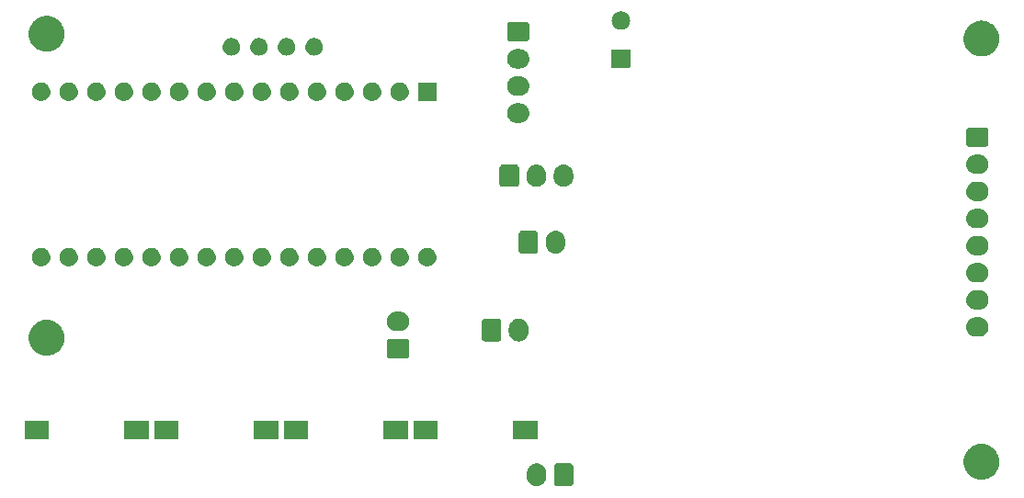
<source format=gbr>
G04 #@! TF.GenerationSoftware,KiCad,Pcbnew,7.0.8*
G04 #@! TF.CreationDate,2024-03-28T15:32:18+01:00*
G04 #@! TF.ProjectId,Prozessorplatine,50726f7a-6573-4736-9f72-706c6174696e,rev?*
G04 #@! TF.SameCoordinates,Original*
G04 #@! TF.FileFunction,Soldermask,Bot*
G04 #@! TF.FilePolarity,Negative*
%FSLAX46Y46*%
G04 Gerber Fmt 4.6, Leading zero omitted, Abs format (unit mm)*
G04 Created by KiCad (PCBNEW 7.0.8) date 2024-03-28 15:32:18*
%MOMM*%
%LPD*%
G01*
G04 APERTURE LIST*
G04 APERTURE END LIST*
G36*
X194724914Y-97889995D02*
G01*
X194740726Y-97896976D01*
X194748531Y-97898213D01*
X194781039Y-97914776D01*
X194826106Y-97934676D01*
X194904324Y-98012894D01*
X194924226Y-98057967D01*
X194940786Y-98090468D01*
X194942021Y-98098270D01*
X194949005Y-98114086D01*
X194957000Y-98183000D01*
X194957000Y-99683000D01*
X194949005Y-99751914D01*
X194942021Y-99767729D01*
X194940786Y-99775531D01*
X194924229Y-99808024D01*
X194904324Y-99853106D01*
X194826106Y-99931324D01*
X194781024Y-99951229D01*
X194748531Y-99967786D01*
X194740729Y-99969021D01*
X194724914Y-99976005D01*
X194656000Y-99984000D01*
X193456000Y-99984000D01*
X193387086Y-99976005D01*
X193371270Y-99969021D01*
X193363468Y-99967786D01*
X193330967Y-99951226D01*
X193285894Y-99931324D01*
X193207676Y-99853106D01*
X193187776Y-99808039D01*
X193171213Y-99775531D01*
X193169976Y-99767726D01*
X193162995Y-99751914D01*
X193155000Y-99683000D01*
X193155000Y-98183000D01*
X193162995Y-98114086D01*
X193169976Y-98098274D01*
X193171213Y-98090468D01*
X193187780Y-98057953D01*
X193207676Y-98012894D01*
X193285894Y-97934676D01*
X193330953Y-97914780D01*
X193363468Y-97898213D01*
X193371274Y-97896976D01*
X193387086Y-97889995D01*
X193456000Y-97882000D01*
X194656000Y-97882000D01*
X194724914Y-97889995D01*
G37*
G36*
X191599983Y-97886936D02*
G01*
X191650180Y-97886936D01*
X191693524Y-97896149D01*
X191731659Y-97899905D01*
X191779566Y-97914437D01*
X191834424Y-97926098D01*
X191869530Y-97941728D01*
X191900566Y-97951143D01*
X191949884Y-97977504D01*
X192006500Y-98002711D01*
X192032822Y-98021835D01*
X192056232Y-98034348D01*
X192103988Y-98073540D01*
X192158887Y-98113427D01*
X192176711Y-98133223D01*
X192192675Y-98146324D01*
X192235572Y-98198594D01*
X192284924Y-98253405D01*
X192295292Y-98271363D01*
X192304651Y-98282767D01*
X192339273Y-98347542D01*
X192379104Y-98416530D01*
X192383685Y-98430630D01*
X192387856Y-98438433D01*
X192410852Y-98514242D01*
X192437311Y-98595672D01*
X192438242Y-98604532D01*
X192439094Y-98607340D01*
X192447387Y-98691539D01*
X192457000Y-98783000D01*
X192457000Y-99083000D01*
X192447385Y-99174475D01*
X192439094Y-99258659D01*
X192438242Y-99261466D01*
X192437311Y-99270328D01*
X192410848Y-99351771D01*
X192387856Y-99427566D01*
X192383686Y-99435366D01*
X192379104Y-99449470D01*
X192339266Y-99518470D01*
X192304651Y-99583232D01*
X192295294Y-99594633D01*
X192284924Y-99612595D01*
X192235563Y-99667415D01*
X192192675Y-99719675D01*
X192176714Y-99732773D01*
X192158887Y-99752573D01*
X192103977Y-99792467D01*
X192056232Y-99831651D01*
X192032827Y-99844161D01*
X192006500Y-99863289D01*
X191949873Y-99888500D01*
X191900566Y-99914856D01*
X191869537Y-99924268D01*
X191834424Y-99939902D01*
X191779555Y-99951564D01*
X191731659Y-99966094D01*
X191693532Y-99969849D01*
X191650180Y-99979064D01*
X191599973Y-99979064D01*
X191556000Y-99983395D01*
X191512027Y-99979064D01*
X191461820Y-99979064D01*
X191418467Y-99969849D01*
X191380340Y-99966094D01*
X191332441Y-99951563D01*
X191277576Y-99939902D01*
X191242464Y-99924269D01*
X191211433Y-99914856D01*
X191162120Y-99888498D01*
X191105500Y-99863289D01*
X191079175Y-99844163D01*
X191055767Y-99831651D01*
X191008013Y-99792460D01*
X190953113Y-99752573D01*
X190935287Y-99732776D01*
X190919324Y-99719675D01*
X190876425Y-99667402D01*
X190827076Y-99612595D01*
X190816708Y-99594637D01*
X190807348Y-99583232D01*
X190772719Y-99518447D01*
X190732896Y-99449470D01*
X190728315Y-99435371D01*
X190724143Y-99427566D01*
X190701136Y-99351725D01*
X190674689Y-99270328D01*
X190673758Y-99261471D01*
X190672905Y-99258659D01*
X190664605Y-99174394D01*
X190655000Y-99083000D01*
X190655000Y-98783000D01*
X190664604Y-98691620D01*
X190672905Y-98607340D01*
X190673758Y-98604527D01*
X190674689Y-98595672D01*
X190701132Y-98514288D01*
X190724143Y-98438433D01*
X190728315Y-98430626D01*
X190732896Y-98416530D01*
X190772712Y-98347565D01*
X190807348Y-98282767D01*
X190816710Y-98271359D01*
X190827076Y-98253405D01*
X190876416Y-98198607D01*
X190919324Y-98146324D01*
X190935291Y-98133219D01*
X190953113Y-98113427D01*
X191008002Y-98073546D01*
X191055767Y-98034348D01*
X191079180Y-98021833D01*
X191105500Y-98002711D01*
X191162109Y-97977506D01*
X191211433Y-97951143D01*
X191242471Y-97941727D01*
X191277576Y-97926098D01*
X191332430Y-97914438D01*
X191380340Y-97899905D01*
X191418476Y-97896148D01*
X191461820Y-97886936D01*
X191512016Y-97886936D01*
X191556000Y-97882604D01*
X191599983Y-97886936D01*
G37*
G36*
X232600098Y-96080466D02*
G01*
X232660353Y-96080466D01*
X232726199Y-96090390D01*
X232795273Y-96095827D01*
X232850947Y-96109193D01*
X232904302Y-96117235D01*
X232974021Y-96138740D01*
X233047187Y-96156306D01*
X233094495Y-96175901D01*
X233140052Y-96189954D01*
X233211569Y-96224395D01*
X233286538Y-96255448D01*
X233325022Y-96279031D01*
X233362322Y-96296994D01*
X233433271Y-96345366D01*
X233507433Y-96390813D01*
X233537127Y-96416174D01*
X233566162Y-96435970D01*
X233633956Y-96498874D01*
X233704433Y-96559067D01*
X233725834Y-96584125D01*
X233747011Y-96603774D01*
X233808925Y-96681411D01*
X233872687Y-96756067D01*
X233886709Y-96778949D01*
X233900830Y-96796656D01*
X233954087Y-96888899D01*
X234008052Y-96976962D01*
X234015977Y-96996097D01*
X234024185Y-97010312D01*
X234066038Y-97116954D01*
X234107194Y-97216313D01*
X234110597Y-97230491D01*
X234114314Y-97239960D01*
X234142157Y-97361946D01*
X234167673Y-97468227D01*
X234168334Y-97476633D01*
X234169214Y-97480486D01*
X234180683Y-97633531D01*
X234188000Y-97726500D01*
X234180682Y-97819475D01*
X234169214Y-97972513D01*
X234168334Y-97976365D01*
X234167673Y-97984773D01*
X234142152Y-98091073D01*
X234114314Y-98213039D01*
X234110598Y-98222505D01*
X234107194Y-98236687D01*
X234066031Y-98336063D01*
X234024185Y-98442687D01*
X234015979Y-98456899D01*
X234008052Y-98476038D01*
X233954077Y-98564116D01*
X233900830Y-98656343D01*
X233886712Y-98674046D01*
X233872687Y-98696933D01*
X233808913Y-98771602D01*
X233747011Y-98849225D01*
X233725838Y-98868869D01*
X233704433Y-98893933D01*
X233633942Y-98954137D01*
X233566162Y-99017029D01*
X233537133Y-99036820D01*
X233507433Y-99062187D01*
X233433257Y-99107642D01*
X233362322Y-99156005D01*
X233325030Y-99173963D01*
X233286538Y-99197552D01*
X233211554Y-99228610D01*
X233140052Y-99263045D01*
X233094504Y-99277094D01*
X233047187Y-99296694D01*
X232974007Y-99314262D01*
X232904302Y-99335764D01*
X232850955Y-99343804D01*
X232795273Y-99357173D01*
X232726195Y-99362609D01*
X232660353Y-99372534D01*
X232600098Y-99372534D01*
X232537000Y-99377500D01*
X232473902Y-99372534D01*
X232413647Y-99372534D01*
X232347803Y-99362609D01*
X232278727Y-99357173D01*
X232223045Y-99343805D01*
X232169697Y-99335764D01*
X232099988Y-99314261D01*
X232026813Y-99296694D01*
X231979498Y-99277095D01*
X231933947Y-99263045D01*
X231862438Y-99228607D01*
X231787462Y-99197552D01*
X231748972Y-99173965D01*
X231711675Y-99156004D01*
X231640726Y-99107631D01*
X231566567Y-99062187D01*
X231536873Y-99036826D01*
X231507839Y-99017031D01*
X231440043Y-98954125D01*
X231369567Y-98893933D01*
X231348164Y-98868874D01*
X231326988Y-98849225D01*
X231265071Y-98771584D01*
X231201313Y-98696933D01*
X231187291Y-98674051D01*
X231173169Y-98656343D01*
X231119905Y-98564088D01*
X231065948Y-98476038D01*
X231058023Y-98456905D01*
X231049814Y-98442687D01*
X231007949Y-98336017D01*
X230966806Y-98236687D01*
X230963402Y-98222512D01*
X230959685Y-98213039D01*
X230931827Y-98090988D01*
X230906327Y-97984773D01*
X230905665Y-97976371D01*
X230904785Y-97972513D01*
X230893296Y-97819210D01*
X230886000Y-97726500D01*
X230893296Y-97633797D01*
X230904785Y-97480486D01*
X230905665Y-97476626D01*
X230906327Y-97468227D01*
X230931822Y-97362030D01*
X230959685Y-97239960D01*
X230963403Y-97230484D01*
X230966806Y-97216313D01*
X231007942Y-97117000D01*
X231049814Y-97010312D01*
X231058024Y-96996090D01*
X231065948Y-96976962D01*
X231119895Y-96888927D01*
X231173169Y-96796656D01*
X231187293Y-96778943D01*
X231201313Y-96756067D01*
X231265059Y-96681429D01*
X231326988Y-96603774D01*
X231348169Y-96584120D01*
X231369567Y-96559067D01*
X231440029Y-96498886D01*
X231507839Y-96435968D01*
X231536879Y-96416168D01*
X231566567Y-96390813D01*
X231640711Y-96345376D01*
X231711675Y-96296995D01*
X231748980Y-96279029D01*
X231787462Y-96255448D01*
X231862423Y-96224398D01*
X231933947Y-96189954D01*
X231979507Y-96175900D01*
X232026813Y-96156306D01*
X232099973Y-96138741D01*
X232169697Y-96117235D01*
X232223054Y-96109192D01*
X232278727Y-96095827D01*
X232347799Y-96090390D01*
X232413647Y-96080466D01*
X232473902Y-96080466D01*
X232537000Y-96075500D01*
X232600098Y-96080466D01*
G37*
G36*
X146633517Y-93958382D02*
G01*
X146650062Y-93969438D01*
X146661118Y-93985983D01*
X146665000Y-94005500D01*
X146665000Y-95605500D01*
X146661118Y-95625017D01*
X146650062Y-95641562D01*
X146633517Y-95652618D01*
X146614000Y-95656500D01*
X144434000Y-95656500D01*
X144414483Y-95652618D01*
X144397938Y-95641562D01*
X144386882Y-95625017D01*
X144383000Y-95605500D01*
X144383000Y-94005500D01*
X144386882Y-93985983D01*
X144397938Y-93969438D01*
X144414483Y-93958382D01*
X144434000Y-93954500D01*
X146614000Y-93954500D01*
X146633517Y-93958382D01*
G37*
G36*
X155813517Y-93958382D02*
G01*
X155830062Y-93969438D01*
X155841118Y-93985983D01*
X155845000Y-94005500D01*
X155845000Y-95605500D01*
X155841118Y-95625017D01*
X155830062Y-95641562D01*
X155813517Y-95652618D01*
X155794000Y-95656500D01*
X153614000Y-95656500D01*
X153594483Y-95652618D01*
X153577938Y-95641562D01*
X153566882Y-95625017D01*
X153563000Y-95605500D01*
X153563000Y-94005500D01*
X153566882Y-93985983D01*
X153577938Y-93969438D01*
X153594483Y-93958382D01*
X153614000Y-93954500D01*
X155794000Y-93954500D01*
X155813517Y-93958382D01*
G37*
G36*
X158571517Y-93958382D02*
G01*
X158588062Y-93969438D01*
X158599118Y-93985983D01*
X158603000Y-94005500D01*
X158603000Y-95605500D01*
X158599118Y-95625017D01*
X158588062Y-95641562D01*
X158571517Y-95652618D01*
X158552000Y-95656500D01*
X156372000Y-95656500D01*
X156352483Y-95652618D01*
X156335938Y-95641562D01*
X156324882Y-95625017D01*
X156321000Y-95605500D01*
X156321000Y-94005500D01*
X156324882Y-93985983D01*
X156335938Y-93969438D01*
X156352483Y-93958382D01*
X156372000Y-93954500D01*
X158552000Y-93954500D01*
X158571517Y-93958382D01*
G37*
G36*
X167751517Y-93958382D02*
G01*
X167768062Y-93969438D01*
X167779118Y-93985983D01*
X167783000Y-94005500D01*
X167783000Y-95605500D01*
X167779118Y-95625017D01*
X167768062Y-95641562D01*
X167751517Y-95652618D01*
X167732000Y-95656500D01*
X165552000Y-95656500D01*
X165532483Y-95652618D01*
X165515938Y-95641562D01*
X165504882Y-95625017D01*
X165501000Y-95605500D01*
X165501000Y-94005500D01*
X165504882Y-93985983D01*
X165515938Y-93969438D01*
X165532483Y-93958382D01*
X165552000Y-93954500D01*
X167732000Y-93954500D01*
X167751517Y-93958382D01*
G37*
G36*
X170509517Y-93958382D02*
G01*
X170526062Y-93969438D01*
X170537118Y-93985983D01*
X170541000Y-94005500D01*
X170541000Y-95605500D01*
X170537118Y-95625017D01*
X170526062Y-95641562D01*
X170509517Y-95652618D01*
X170490000Y-95656500D01*
X168310000Y-95656500D01*
X168290483Y-95652618D01*
X168273938Y-95641562D01*
X168262882Y-95625017D01*
X168259000Y-95605500D01*
X168259000Y-94005500D01*
X168262882Y-93985983D01*
X168273938Y-93969438D01*
X168290483Y-93958382D01*
X168310000Y-93954500D01*
X170490000Y-93954500D01*
X170509517Y-93958382D01*
G37*
G36*
X179689517Y-93958382D02*
G01*
X179706062Y-93969438D01*
X179717118Y-93985983D01*
X179721000Y-94005500D01*
X179721000Y-95605500D01*
X179717118Y-95625017D01*
X179706062Y-95641562D01*
X179689517Y-95652618D01*
X179670000Y-95656500D01*
X177490000Y-95656500D01*
X177470483Y-95652618D01*
X177453938Y-95641562D01*
X177442882Y-95625017D01*
X177439000Y-95605500D01*
X177439000Y-94005500D01*
X177442882Y-93985983D01*
X177453938Y-93969438D01*
X177470483Y-93958382D01*
X177490000Y-93954500D01*
X179670000Y-93954500D01*
X179689517Y-93958382D01*
G37*
G36*
X182447517Y-93958382D02*
G01*
X182464062Y-93969438D01*
X182475118Y-93985983D01*
X182479000Y-94005500D01*
X182479000Y-95605500D01*
X182475118Y-95625017D01*
X182464062Y-95641562D01*
X182447517Y-95652618D01*
X182428000Y-95656500D01*
X180248000Y-95656500D01*
X180228483Y-95652618D01*
X180211938Y-95641562D01*
X180200882Y-95625017D01*
X180197000Y-95605500D01*
X180197000Y-94005500D01*
X180200882Y-93985983D01*
X180211938Y-93969438D01*
X180228483Y-93958382D01*
X180248000Y-93954500D01*
X182428000Y-93954500D01*
X182447517Y-93958382D01*
G37*
G36*
X191627517Y-93958382D02*
G01*
X191644062Y-93969438D01*
X191655118Y-93985983D01*
X191659000Y-94005500D01*
X191659000Y-95605500D01*
X191655118Y-95625017D01*
X191644062Y-95641562D01*
X191627517Y-95652618D01*
X191608000Y-95656500D01*
X189428000Y-95656500D01*
X189408483Y-95652618D01*
X189391938Y-95641562D01*
X189380882Y-95625017D01*
X189377000Y-95605500D01*
X189377000Y-94005500D01*
X189380882Y-93985983D01*
X189391938Y-93969438D01*
X189408483Y-93958382D01*
X189428000Y-93954500D01*
X191608000Y-93954500D01*
X191627517Y-93958382D01*
G37*
G36*
X179618914Y-86406995D02*
G01*
X179634726Y-86413976D01*
X179642531Y-86415213D01*
X179675039Y-86431776D01*
X179720106Y-86451676D01*
X179798324Y-86529894D01*
X179818226Y-86574967D01*
X179834786Y-86607468D01*
X179836021Y-86615270D01*
X179843005Y-86631086D01*
X179851000Y-86700000D01*
X179851000Y-87900000D01*
X179843005Y-87968914D01*
X179836021Y-87984729D01*
X179834786Y-87992531D01*
X179818229Y-88025024D01*
X179798324Y-88070106D01*
X179720106Y-88148324D01*
X179675024Y-88168229D01*
X179642531Y-88184786D01*
X179634729Y-88186021D01*
X179618914Y-88193005D01*
X179550000Y-88201000D01*
X178050000Y-88201000D01*
X177981086Y-88193005D01*
X177965270Y-88186021D01*
X177957468Y-88184786D01*
X177924967Y-88168226D01*
X177879894Y-88148324D01*
X177801676Y-88070106D01*
X177781776Y-88025039D01*
X177765213Y-87992531D01*
X177763976Y-87984726D01*
X177756995Y-87968914D01*
X177749000Y-87900000D01*
X177749000Y-86700000D01*
X177756995Y-86631086D01*
X177763976Y-86615274D01*
X177765213Y-86607468D01*
X177781780Y-86574953D01*
X177801676Y-86529894D01*
X177879894Y-86451676D01*
X177924953Y-86431780D01*
X177957468Y-86415213D01*
X177965274Y-86413976D01*
X177981086Y-86406995D01*
X178050000Y-86399000D01*
X179550000Y-86399000D01*
X179618914Y-86406995D01*
G37*
G36*
X146494098Y-84650466D02*
G01*
X146554353Y-84650466D01*
X146620199Y-84660390D01*
X146689273Y-84665827D01*
X146744947Y-84679193D01*
X146798302Y-84687235D01*
X146868021Y-84708740D01*
X146941187Y-84726306D01*
X146988495Y-84745901D01*
X147034052Y-84759954D01*
X147105569Y-84794395D01*
X147180538Y-84825448D01*
X147219022Y-84849031D01*
X147256322Y-84866994D01*
X147327271Y-84915366D01*
X147401433Y-84960813D01*
X147431127Y-84986174D01*
X147460162Y-85005970D01*
X147527956Y-85068874D01*
X147598433Y-85129067D01*
X147619834Y-85154125D01*
X147641011Y-85173774D01*
X147702925Y-85251411D01*
X147766687Y-85326067D01*
X147780709Y-85348949D01*
X147794830Y-85366656D01*
X147848087Y-85458899D01*
X147902052Y-85546962D01*
X147909977Y-85566097D01*
X147918185Y-85580312D01*
X147960038Y-85686954D01*
X148001194Y-85786313D01*
X148004597Y-85800491D01*
X148008314Y-85809960D01*
X148036157Y-85931946D01*
X148061673Y-86038227D01*
X148062334Y-86046633D01*
X148063214Y-86050486D01*
X148074683Y-86203531D01*
X148082000Y-86296500D01*
X148074682Y-86389475D01*
X148063214Y-86542513D01*
X148062334Y-86546365D01*
X148061673Y-86554773D01*
X148036152Y-86661073D01*
X148008314Y-86783039D01*
X148004598Y-86792505D01*
X148001194Y-86806687D01*
X147960031Y-86906063D01*
X147918185Y-87012687D01*
X147909979Y-87026899D01*
X147902052Y-87046038D01*
X147848077Y-87134116D01*
X147794830Y-87226343D01*
X147780712Y-87244046D01*
X147766687Y-87266933D01*
X147702913Y-87341602D01*
X147641011Y-87419225D01*
X147619838Y-87438869D01*
X147598433Y-87463933D01*
X147527942Y-87524137D01*
X147460162Y-87587029D01*
X147431133Y-87606820D01*
X147401433Y-87632187D01*
X147327257Y-87677642D01*
X147256322Y-87726005D01*
X147219030Y-87743963D01*
X147180538Y-87767552D01*
X147105554Y-87798610D01*
X147034052Y-87833045D01*
X146988504Y-87847094D01*
X146941187Y-87866694D01*
X146868007Y-87884262D01*
X146798302Y-87905764D01*
X146744955Y-87913804D01*
X146689273Y-87927173D01*
X146620195Y-87932609D01*
X146554353Y-87942534D01*
X146494098Y-87942534D01*
X146431000Y-87947500D01*
X146367902Y-87942534D01*
X146307647Y-87942534D01*
X146241803Y-87932609D01*
X146172727Y-87927173D01*
X146117045Y-87913805D01*
X146063697Y-87905764D01*
X145993988Y-87884261D01*
X145920813Y-87866694D01*
X145873498Y-87847095D01*
X145827947Y-87833045D01*
X145756438Y-87798607D01*
X145681462Y-87767552D01*
X145642972Y-87743965D01*
X145605675Y-87726004D01*
X145534726Y-87677631D01*
X145460567Y-87632187D01*
X145430873Y-87606826D01*
X145401839Y-87587031D01*
X145334043Y-87524125D01*
X145263567Y-87463933D01*
X145242164Y-87438874D01*
X145220988Y-87419225D01*
X145159071Y-87341584D01*
X145095313Y-87266933D01*
X145081291Y-87244051D01*
X145067169Y-87226343D01*
X145013905Y-87134088D01*
X144959948Y-87046038D01*
X144952023Y-87026905D01*
X144943814Y-87012687D01*
X144901949Y-86906017D01*
X144860806Y-86806687D01*
X144857402Y-86792512D01*
X144853685Y-86783039D01*
X144825827Y-86660988D01*
X144800327Y-86554773D01*
X144799665Y-86546371D01*
X144798785Y-86542513D01*
X144787296Y-86389210D01*
X144780000Y-86296500D01*
X144787296Y-86203797D01*
X144798785Y-86050486D01*
X144799665Y-86046626D01*
X144800327Y-86038227D01*
X144825822Y-85932030D01*
X144853685Y-85809960D01*
X144857403Y-85800484D01*
X144860806Y-85786313D01*
X144901942Y-85687000D01*
X144943814Y-85580312D01*
X144952024Y-85566090D01*
X144959948Y-85546962D01*
X145013895Y-85458927D01*
X145067169Y-85366656D01*
X145081293Y-85348943D01*
X145095313Y-85326067D01*
X145159059Y-85251429D01*
X145220988Y-85173774D01*
X145242169Y-85154120D01*
X145263567Y-85129067D01*
X145334029Y-85068886D01*
X145401839Y-85005968D01*
X145430879Y-84986168D01*
X145460567Y-84960813D01*
X145534711Y-84915376D01*
X145605675Y-84866995D01*
X145642980Y-84849029D01*
X145681462Y-84825448D01*
X145756423Y-84794398D01*
X145827947Y-84759954D01*
X145873507Y-84745900D01*
X145920813Y-84726306D01*
X145993973Y-84708741D01*
X146063697Y-84687235D01*
X146117054Y-84679192D01*
X146172727Y-84665827D01*
X146241799Y-84660390D01*
X146307647Y-84650466D01*
X146367902Y-84650466D01*
X146431000Y-84645500D01*
X146494098Y-84650466D01*
G37*
G36*
X188068914Y-84556995D02*
G01*
X188084726Y-84563976D01*
X188092531Y-84565213D01*
X188125039Y-84581776D01*
X188170106Y-84601676D01*
X188248324Y-84679894D01*
X188268226Y-84724967D01*
X188284786Y-84757468D01*
X188286021Y-84765270D01*
X188293005Y-84781086D01*
X188301000Y-84850000D01*
X188301000Y-86350000D01*
X188293005Y-86418914D01*
X188286021Y-86434729D01*
X188284786Y-86442531D01*
X188268229Y-86475024D01*
X188248324Y-86520106D01*
X188170106Y-86598324D01*
X188125024Y-86618229D01*
X188092531Y-86634786D01*
X188084729Y-86636021D01*
X188068914Y-86643005D01*
X188000000Y-86651000D01*
X186800000Y-86651000D01*
X186731086Y-86643005D01*
X186715270Y-86636021D01*
X186707468Y-86634786D01*
X186674967Y-86618226D01*
X186629894Y-86598324D01*
X186551676Y-86520106D01*
X186531776Y-86475039D01*
X186515213Y-86442531D01*
X186513976Y-86434726D01*
X186506995Y-86418914D01*
X186499000Y-86350000D01*
X186499000Y-84850000D01*
X186506995Y-84781086D01*
X186513976Y-84765274D01*
X186515213Y-84757468D01*
X186531780Y-84724953D01*
X186551676Y-84679894D01*
X186629894Y-84601676D01*
X186674953Y-84581780D01*
X186707468Y-84565213D01*
X186715274Y-84563976D01*
X186731086Y-84556995D01*
X186800000Y-84549000D01*
X188000000Y-84549000D01*
X188068914Y-84556995D01*
G37*
G36*
X189943983Y-84553936D02*
G01*
X189994180Y-84553936D01*
X190037524Y-84563149D01*
X190075659Y-84566905D01*
X190123566Y-84581437D01*
X190178424Y-84593098D01*
X190213530Y-84608728D01*
X190244566Y-84618143D01*
X190293884Y-84644504D01*
X190350500Y-84669711D01*
X190376822Y-84688835D01*
X190400232Y-84701348D01*
X190447988Y-84740540D01*
X190502887Y-84780427D01*
X190520711Y-84800223D01*
X190536675Y-84813324D01*
X190579572Y-84865594D01*
X190628924Y-84920405D01*
X190639292Y-84938363D01*
X190648651Y-84949767D01*
X190683273Y-85014542D01*
X190723104Y-85083530D01*
X190727685Y-85097630D01*
X190731856Y-85105433D01*
X190754852Y-85181242D01*
X190781311Y-85262672D01*
X190782242Y-85271532D01*
X190783094Y-85274340D01*
X190791387Y-85358539D01*
X190801000Y-85450000D01*
X190801000Y-85750000D01*
X190791385Y-85841475D01*
X190783094Y-85925659D01*
X190782242Y-85928466D01*
X190781311Y-85937328D01*
X190754848Y-86018771D01*
X190731856Y-86094566D01*
X190727686Y-86102366D01*
X190723104Y-86116470D01*
X190683266Y-86185470D01*
X190648651Y-86250232D01*
X190639294Y-86261633D01*
X190628924Y-86279595D01*
X190579563Y-86334415D01*
X190536675Y-86386675D01*
X190520714Y-86399773D01*
X190502887Y-86419573D01*
X190447977Y-86459467D01*
X190400232Y-86498651D01*
X190376827Y-86511161D01*
X190350500Y-86530289D01*
X190293873Y-86555500D01*
X190244566Y-86581856D01*
X190213537Y-86591268D01*
X190178424Y-86606902D01*
X190123555Y-86618564D01*
X190075659Y-86633094D01*
X190037532Y-86636849D01*
X189994180Y-86646064D01*
X189943973Y-86646064D01*
X189900000Y-86650395D01*
X189856027Y-86646064D01*
X189805820Y-86646064D01*
X189762467Y-86636849D01*
X189724340Y-86633094D01*
X189676441Y-86618563D01*
X189621576Y-86606902D01*
X189586464Y-86591269D01*
X189555433Y-86581856D01*
X189506120Y-86555498D01*
X189449500Y-86530289D01*
X189423175Y-86511163D01*
X189399767Y-86498651D01*
X189352013Y-86459460D01*
X189297113Y-86419573D01*
X189279287Y-86399776D01*
X189263324Y-86386675D01*
X189220425Y-86334402D01*
X189171076Y-86279595D01*
X189160708Y-86261637D01*
X189151348Y-86250232D01*
X189116719Y-86185447D01*
X189076896Y-86116470D01*
X189072315Y-86102371D01*
X189068143Y-86094566D01*
X189045136Y-86018725D01*
X189018689Y-85937328D01*
X189017758Y-85928471D01*
X189016905Y-85925659D01*
X189008605Y-85841394D01*
X188999000Y-85750000D01*
X188999000Y-85450000D01*
X189008604Y-85358620D01*
X189016905Y-85274340D01*
X189017758Y-85271527D01*
X189018689Y-85262672D01*
X189045132Y-85181288D01*
X189068143Y-85105433D01*
X189072315Y-85097626D01*
X189076896Y-85083530D01*
X189116712Y-85014565D01*
X189151348Y-84949767D01*
X189160710Y-84938359D01*
X189171076Y-84920405D01*
X189220416Y-84865607D01*
X189263324Y-84813324D01*
X189279291Y-84800219D01*
X189297113Y-84780427D01*
X189352002Y-84740546D01*
X189399767Y-84701348D01*
X189423180Y-84688833D01*
X189449500Y-84669711D01*
X189506109Y-84644506D01*
X189555433Y-84618143D01*
X189586471Y-84608727D01*
X189621576Y-84593098D01*
X189676430Y-84581438D01*
X189724340Y-84566905D01*
X189762476Y-84563148D01*
X189805820Y-84553936D01*
X189856016Y-84553936D01*
X189900000Y-84549604D01*
X189943983Y-84553936D01*
G37*
G36*
X232372394Y-84426605D02*
G01*
X232456659Y-84434905D01*
X232459471Y-84435758D01*
X232468328Y-84436689D01*
X232549725Y-84463136D01*
X232625566Y-84486143D01*
X232633371Y-84490315D01*
X232647470Y-84494896D01*
X232716447Y-84534719D01*
X232781232Y-84569348D01*
X232792637Y-84578708D01*
X232810595Y-84589076D01*
X232865402Y-84638425D01*
X232917675Y-84681324D01*
X232930776Y-84697287D01*
X232950573Y-84715113D01*
X232990460Y-84770013D01*
X233029651Y-84817767D01*
X233042163Y-84841175D01*
X233061289Y-84867500D01*
X233086498Y-84924120D01*
X233112856Y-84973433D01*
X233122269Y-85004464D01*
X233137902Y-85039576D01*
X233149563Y-85094441D01*
X233164094Y-85142340D01*
X233167849Y-85180467D01*
X233177064Y-85223820D01*
X233177064Y-85274026D01*
X233181395Y-85318000D01*
X233177064Y-85361973D01*
X233177064Y-85412180D01*
X233167849Y-85455532D01*
X233164094Y-85493659D01*
X233149564Y-85541555D01*
X233137902Y-85596424D01*
X233122268Y-85631537D01*
X233112856Y-85662566D01*
X233086500Y-85711873D01*
X233061289Y-85768500D01*
X233042161Y-85794827D01*
X233029651Y-85818232D01*
X232990467Y-85865977D01*
X232950573Y-85920887D01*
X232930773Y-85938714D01*
X232917675Y-85954675D01*
X232865415Y-85997563D01*
X232810595Y-86046924D01*
X232792633Y-86057294D01*
X232781232Y-86066651D01*
X232716470Y-86101266D01*
X232647470Y-86141104D01*
X232633366Y-86145686D01*
X232625566Y-86149856D01*
X232549771Y-86172848D01*
X232468328Y-86199311D01*
X232459466Y-86200242D01*
X232456659Y-86201094D01*
X232372475Y-86209385D01*
X232281000Y-86219000D01*
X232274860Y-86219000D01*
X232037140Y-86219000D01*
X232031000Y-86219000D01*
X231939532Y-86209386D01*
X231855340Y-86201094D01*
X231852532Y-86200242D01*
X231843672Y-86199311D01*
X231762242Y-86172852D01*
X231686433Y-86149856D01*
X231678630Y-86145685D01*
X231664530Y-86141104D01*
X231595542Y-86101273D01*
X231530767Y-86066651D01*
X231519363Y-86057292D01*
X231501405Y-86046924D01*
X231446594Y-85997572D01*
X231394324Y-85954675D01*
X231381223Y-85938711D01*
X231361427Y-85920887D01*
X231321540Y-85865988D01*
X231282348Y-85818232D01*
X231269835Y-85794822D01*
X231250711Y-85768500D01*
X231225504Y-85711884D01*
X231199143Y-85662566D01*
X231189728Y-85631530D01*
X231174098Y-85596424D01*
X231162437Y-85541566D01*
X231147905Y-85493659D01*
X231144149Y-85455524D01*
X231134936Y-85412180D01*
X231134936Y-85361983D01*
X231130604Y-85318000D01*
X231134936Y-85274016D01*
X231134936Y-85223820D01*
X231144148Y-85180476D01*
X231147905Y-85142340D01*
X231162438Y-85094430D01*
X231174098Y-85039576D01*
X231189727Y-85004471D01*
X231199143Y-84973433D01*
X231225506Y-84924109D01*
X231250711Y-84867500D01*
X231269833Y-84841180D01*
X231282348Y-84817767D01*
X231321546Y-84770002D01*
X231361427Y-84715113D01*
X231381219Y-84697291D01*
X231394324Y-84681324D01*
X231446607Y-84638416D01*
X231501405Y-84589076D01*
X231519359Y-84578710D01*
X231530767Y-84569348D01*
X231595565Y-84534712D01*
X231664530Y-84494896D01*
X231678626Y-84490315D01*
X231686433Y-84486143D01*
X231762288Y-84463132D01*
X231843672Y-84436689D01*
X231852527Y-84435758D01*
X231855340Y-84434905D01*
X231939613Y-84426605D01*
X232031000Y-84417000D01*
X232281000Y-84417000D01*
X232372394Y-84426605D01*
G37*
G36*
X179041394Y-83908605D02*
G01*
X179125659Y-83916905D01*
X179128471Y-83917758D01*
X179137328Y-83918689D01*
X179218725Y-83945136D01*
X179294566Y-83968143D01*
X179302371Y-83972315D01*
X179316470Y-83976896D01*
X179385447Y-84016719D01*
X179450232Y-84051348D01*
X179461637Y-84060708D01*
X179479595Y-84071076D01*
X179534402Y-84120425D01*
X179586675Y-84163324D01*
X179599776Y-84179287D01*
X179619573Y-84197113D01*
X179659460Y-84252013D01*
X179698651Y-84299767D01*
X179711163Y-84323175D01*
X179730289Y-84349500D01*
X179755498Y-84406120D01*
X179781856Y-84455433D01*
X179791269Y-84486464D01*
X179806902Y-84521576D01*
X179818563Y-84576441D01*
X179833094Y-84624340D01*
X179836849Y-84662467D01*
X179846064Y-84705820D01*
X179846064Y-84756026D01*
X179850395Y-84800000D01*
X179846064Y-84843973D01*
X179846064Y-84894180D01*
X179836849Y-84937532D01*
X179833094Y-84975659D01*
X179818564Y-85023555D01*
X179806902Y-85078424D01*
X179791268Y-85113537D01*
X179781856Y-85144566D01*
X179755500Y-85193873D01*
X179730289Y-85250500D01*
X179711161Y-85276827D01*
X179698651Y-85300232D01*
X179659467Y-85347977D01*
X179619573Y-85402887D01*
X179599773Y-85420714D01*
X179586675Y-85436675D01*
X179534415Y-85479563D01*
X179479595Y-85528924D01*
X179461633Y-85539294D01*
X179450232Y-85548651D01*
X179385470Y-85583266D01*
X179316470Y-85623104D01*
X179302366Y-85627686D01*
X179294566Y-85631856D01*
X179218771Y-85654848D01*
X179137328Y-85681311D01*
X179128466Y-85682242D01*
X179125659Y-85683094D01*
X179041475Y-85691385D01*
X178950000Y-85701000D01*
X178943860Y-85701000D01*
X178656140Y-85701000D01*
X178650000Y-85701000D01*
X178558532Y-85691386D01*
X178474340Y-85683094D01*
X178471532Y-85682242D01*
X178462672Y-85681311D01*
X178381242Y-85654852D01*
X178305433Y-85631856D01*
X178297630Y-85627685D01*
X178283530Y-85623104D01*
X178214542Y-85583273D01*
X178149767Y-85548651D01*
X178138363Y-85539292D01*
X178120405Y-85528924D01*
X178065594Y-85479572D01*
X178013324Y-85436675D01*
X178000223Y-85420711D01*
X177980427Y-85402887D01*
X177940540Y-85347988D01*
X177901348Y-85300232D01*
X177888835Y-85276822D01*
X177869711Y-85250500D01*
X177844504Y-85193884D01*
X177818143Y-85144566D01*
X177808728Y-85113530D01*
X177793098Y-85078424D01*
X177781437Y-85023566D01*
X177766905Y-84975659D01*
X177763149Y-84937524D01*
X177753936Y-84894180D01*
X177753936Y-84843983D01*
X177749604Y-84800000D01*
X177753936Y-84756016D01*
X177753936Y-84705820D01*
X177763148Y-84662476D01*
X177766905Y-84624340D01*
X177781438Y-84576430D01*
X177793098Y-84521576D01*
X177808727Y-84486471D01*
X177818143Y-84455433D01*
X177844506Y-84406109D01*
X177869711Y-84349500D01*
X177888833Y-84323180D01*
X177901348Y-84299767D01*
X177940546Y-84252002D01*
X177980427Y-84197113D01*
X178000219Y-84179291D01*
X178013324Y-84163324D01*
X178065607Y-84120416D01*
X178120405Y-84071076D01*
X178138359Y-84060710D01*
X178149767Y-84051348D01*
X178214565Y-84016712D01*
X178283530Y-83976896D01*
X178297626Y-83972315D01*
X178305433Y-83968143D01*
X178381288Y-83945132D01*
X178462672Y-83918689D01*
X178471527Y-83917758D01*
X178474340Y-83916905D01*
X178558613Y-83908605D01*
X178650000Y-83899000D01*
X178950000Y-83899000D01*
X179041394Y-83908605D01*
G37*
G36*
X232372394Y-81926605D02*
G01*
X232456659Y-81934905D01*
X232459471Y-81935758D01*
X232468328Y-81936689D01*
X232549725Y-81963136D01*
X232625566Y-81986143D01*
X232633371Y-81990315D01*
X232647470Y-81994896D01*
X232716447Y-82034719D01*
X232781232Y-82069348D01*
X232792637Y-82078708D01*
X232810595Y-82089076D01*
X232865402Y-82138425D01*
X232917675Y-82181324D01*
X232930776Y-82197287D01*
X232950573Y-82215113D01*
X232990460Y-82270013D01*
X233029651Y-82317767D01*
X233042163Y-82341175D01*
X233061289Y-82367500D01*
X233086498Y-82424120D01*
X233112856Y-82473433D01*
X233122269Y-82504464D01*
X233137902Y-82539576D01*
X233149563Y-82594441D01*
X233164094Y-82642340D01*
X233167849Y-82680467D01*
X233177064Y-82723820D01*
X233177064Y-82774026D01*
X233181395Y-82818000D01*
X233177064Y-82861973D01*
X233177064Y-82912180D01*
X233167849Y-82955532D01*
X233164094Y-82993659D01*
X233149564Y-83041555D01*
X233137902Y-83096424D01*
X233122268Y-83131537D01*
X233112856Y-83162566D01*
X233086500Y-83211873D01*
X233061289Y-83268500D01*
X233042161Y-83294827D01*
X233029651Y-83318232D01*
X232990467Y-83365977D01*
X232950573Y-83420887D01*
X232930773Y-83438714D01*
X232917675Y-83454675D01*
X232865415Y-83497563D01*
X232810595Y-83546924D01*
X232792633Y-83557294D01*
X232781232Y-83566651D01*
X232716470Y-83601266D01*
X232647470Y-83641104D01*
X232633366Y-83645686D01*
X232625566Y-83649856D01*
X232549771Y-83672848D01*
X232468328Y-83699311D01*
X232459466Y-83700242D01*
X232456659Y-83701094D01*
X232372475Y-83709385D01*
X232281000Y-83719000D01*
X232274860Y-83719000D01*
X232037140Y-83719000D01*
X232031000Y-83719000D01*
X231939532Y-83709386D01*
X231855340Y-83701094D01*
X231852532Y-83700242D01*
X231843672Y-83699311D01*
X231762242Y-83672852D01*
X231686433Y-83649856D01*
X231678630Y-83645685D01*
X231664530Y-83641104D01*
X231595542Y-83601273D01*
X231530767Y-83566651D01*
X231519363Y-83557292D01*
X231501405Y-83546924D01*
X231446594Y-83497572D01*
X231394324Y-83454675D01*
X231381223Y-83438711D01*
X231361427Y-83420887D01*
X231321540Y-83365988D01*
X231282348Y-83318232D01*
X231269835Y-83294822D01*
X231250711Y-83268500D01*
X231225504Y-83211884D01*
X231199143Y-83162566D01*
X231189728Y-83131530D01*
X231174098Y-83096424D01*
X231162437Y-83041566D01*
X231147905Y-82993659D01*
X231144149Y-82955524D01*
X231134936Y-82912180D01*
X231134936Y-82861983D01*
X231130604Y-82818000D01*
X231134936Y-82774016D01*
X231134936Y-82723820D01*
X231144148Y-82680476D01*
X231147905Y-82642340D01*
X231162438Y-82594430D01*
X231174098Y-82539576D01*
X231189727Y-82504471D01*
X231199143Y-82473433D01*
X231225506Y-82424109D01*
X231250711Y-82367500D01*
X231269833Y-82341180D01*
X231282348Y-82317767D01*
X231321546Y-82270002D01*
X231361427Y-82215113D01*
X231381219Y-82197291D01*
X231394324Y-82181324D01*
X231446607Y-82138416D01*
X231501405Y-82089076D01*
X231519359Y-82078710D01*
X231530767Y-82069348D01*
X231595565Y-82034712D01*
X231664530Y-81994896D01*
X231678626Y-81990315D01*
X231686433Y-81986143D01*
X231762288Y-81963132D01*
X231843672Y-81936689D01*
X231852527Y-81935758D01*
X231855340Y-81934905D01*
X231939613Y-81926605D01*
X232031000Y-81917000D01*
X232281000Y-81917000D01*
X232372394Y-81926605D01*
G37*
G36*
X232372394Y-79426605D02*
G01*
X232456659Y-79434905D01*
X232459471Y-79435758D01*
X232468328Y-79436689D01*
X232549725Y-79463136D01*
X232625566Y-79486143D01*
X232633371Y-79490315D01*
X232647470Y-79494896D01*
X232716447Y-79534719D01*
X232781232Y-79569348D01*
X232792637Y-79578708D01*
X232810595Y-79589076D01*
X232865402Y-79638425D01*
X232917675Y-79681324D01*
X232930776Y-79697287D01*
X232950573Y-79715113D01*
X232990460Y-79770013D01*
X233029651Y-79817767D01*
X233042163Y-79841175D01*
X233061289Y-79867500D01*
X233086498Y-79924120D01*
X233112856Y-79973433D01*
X233122269Y-80004464D01*
X233137902Y-80039576D01*
X233149563Y-80094441D01*
X233164094Y-80142340D01*
X233167849Y-80180467D01*
X233177064Y-80223820D01*
X233177064Y-80274026D01*
X233181395Y-80318000D01*
X233177064Y-80361973D01*
X233177064Y-80412180D01*
X233167849Y-80455532D01*
X233164094Y-80493659D01*
X233149564Y-80541555D01*
X233137902Y-80596424D01*
X233122268Y-80631537D01*
X233112856Y-80662566D01*
X233086500Y-80711873D01*
X233061289Y-80768500D01*
X233042161Y-80794827D01*
X233029651Y-80818232D01*
X232990467Y-80865977D01*
X232950573Y-80920887D01*
X232930773Y-80938714D01*
X232917675Y-80954675D01*
X232865415Y-80997563D01*
X232810595Y-81046924D01*
X232792633Y-81057294D01*
X232781232Y-81066651D01*
X232716470Y-81101266D01*
X232647470Y-81141104D01*
X232633366Y-81145686D01*
X232625566Y-81149856D01*
X232549771Y-81172848D01*
X232468328Y-81199311D01*
X232459466Y-81200242D01*
X232456659Y-81201094D01*
X232372475Y-81209385D01*
X232281000Y-81219000D01*
X232274860Y-81219000D01*
X232037140Y-81219000D01*
X232031000Y-81219000D01*
X231939532Y-81209386D01*
X231855340Y-81201094D01*
X231852532Y-81200242D01*
X231843672Y-81199311D01*
X231762242Y-81172852D01*
X231686433Y-81149856D01*
X231678630Y-81145685D01*
X231664530Y-81141104D01*
X231595542Y-81101273D01*
X231530767Y-81066651D01*
X231519363Y-81057292D01*
X231501405Y-81046924D01*
X231446594Y-80997572D01*
X231394324Y-80954675D01*
X231381223Y-80938711D01*
X231361427Y-80920887D01*
X231321540Y-80865988D01*
X231282348Y-80818232D01*
X231269835Y-80794822D01*
X231250711Y-80768500D01*
X231225504Y-80711884D01*
X231199143Y-80662566D01*
X231189728Y-80631530D01*
X231174098Y-80596424D01*
X231162437Y-80541566D01*
X231147905Y-80493659D01*
X231144149Y-80455524D01*
X231134936Y-80412180D01*
X231134936Y-80361983D01*
X231130604Y-80318000D01*
X231134936Y-80274016D01*
X231134936Y-80223820D01*
X231144148Y-80180476D01*
X231147905Y-80142340D01*
X231162438Y-80094430D01*
X231174098Y-80039576D01*
X231189727Y-80004471D01*
X231199143Y-79973433D01*
X231225506Y-79924109D01*
X231250711Y-79867500D01*
X231269833Y-79841180D01*
X231282348Y-79817767D01*
X231321546Y-79770002D01*
X231361427Y-79715113D01*
X231381219Y-79697291D01*
X231394324Y-79681324D01*
X231446607Y-79638416D01*
X231501405Y-79589076D01*
X231519359Y-79578710D01*
X231530767Y-79569348D01*
X231595565Y-79534712D01*
X231664530Y-79494896D01*
X231678626Y-79490315D01*
X231686433Y-79486143D01*
X231762288Y-79463132D01*
X231843672Y-79436689D01*
X231852527Y-79435758D01*
X231855340Y-79434905D01*
X231939613Y-79426605D01*
X232031000Y-79417000D01*
X232281000Y-79417000D01*
X232372394Y-79426605D01*
G37*
G36*
X145964199Y-78020662D02*
G01*
X146011954Y-78020662D01*
X146053194Y-78029427D01*
X146088901Y-78032945D01*
X146133759Y-78046552D01*
X146185973Y-78057651D01*
X146219384Y-78072526D01*
X146248435Y-78081339D01*
X146294602Y-78106015D01*
X146348500Y-78130012D01*
X146373554Y-78148215D01*
X146395453Y-78159920D01*
X146440128Y-78196584D01*
X146492430Y-78234584D01*
X146509411Y-78253443D01*
X146524320Y-78265679D01*
X146564387Y-78314501D01*
X146611473Y-78366795D01*
X146621364Y-78383927D01*
X146630079Y-78394546D01*
X146662306Y-78454840D01*
X146700427Y-78520867D01*
X146704813Y-78534368D01*
X146708660Y-78541564D01*
X146729861Y-78611455D01*
X146755404Y-78690067D01*
X146756303Y-78698623D01*
X146757054Y-78701098D01*
X146764371Y-78775389D01*
X146774000Y-78867000D01*
X146764370Y-78958619D01*
X146757054Y-79032901D01*
X146756303Y-79035375D01*
X146755404Y-79043933D01*
X146729856Y-79122558D01*
X146708660Y-79192435D01*
X146704814Y-79199629D01*
X146700427Y-79213133D01*
X146662299Y-79279172D01*
X146630079Y-79339453D01*
X146621366Y-79350069D01*
X146611473Y-79367205D01*
X146564378Y-79419509D01*
X146524320Y-79468320D01*
X146509414Y-79480552D01*
X146492430Y-79499416D01*
X146440118Y-79537423D01*
X146395453Y-79574079D01*
X146373559Y-79585780D01*
X146348500Y-79603988D01*
X146294591Y-79627989D01*
X146248435Y-79652660D01*
X146219391Y-79661470D01*
X146185973Y-79676349D01*
X146133748Y-79687449D01*
X146088901Y-79701054D01*
X146053203Y-79704570D01*
X146011954Y-79713338D01*
X145964188Y-79713338D01*
X145923000Y-79717395D01*
X145881811Y-79713338D01*
X145834046Y-79713338D01*
X145792797Y-79704570D01*
X145757098Y-79701054D01*
X145712248Y-79687448D01*
X145660027Y-79676349D01*
X145626610Y-79661471D01*
X145597564Y-79652660D01*
X145551402Y-79627986D01*
X145497500Y-79603988D01*
X145472443Y-79585783D01*
X145450546Y-79574079D01*
X145405873Y-79537416D01*
X145353570Y-79499416D01*
X145336588Y-79480555D01*
X145321679Y-79468320D01*
X145281610Y-79419496D01*
X145234527Y-79367205D01*
X145224636Y-79350073D01*
X145215920Y-79339453D01*
X145183687Y-79279148D01*
X145145573Y-79213133D01*
X145141186Y-79199634D01*
X145137339Y-79192435D01*
X145116128Y-79122512D01*
X145090596Y-79043933D01*
X145089697Y-79035380D01*
X145088945Y-79032901D01*
X145081613Y-78958467D01*
X145072000Y-78867000D01*
X145081612Y-78775540D01*
X145088945Y-78701098D01*
X145089697Y-78698618D01*
X145090596Y-78690067D01*
X145116123Y-78611502D01*
X145137339Y-78541564D01*
X145141187Y-78534363D01*
X145145573Y-78520867D01*
X145183680Y-78454863D01*
X145215920Y-78394546D01*
X145224638Y-78383923D01*
X145234527Y-78366795D01*
X145281601Y-78314513D01*
X145321679Y-78265679D01*
X145336591Y-78253440D01*
X145353570Y-78234584D01*
X145405862Y-78196591D01*
X145450546Y-78159920D01*
X145472448Y-78148213D01*
X145497500Y-78130012D01*
X145551391Y-78106018D01*
X145597564Y-78081339D01*
X145626617Y-78072525D01*
X145660027Y-78057651D01*
X145712237Y-78046553D01*
X145757098Y-78032945D01*
X145792806Y-78029427D01*
X145834046Y-78020662D01*
X145881801Y-78020662D01*
X145923000Y-78016604D01*
X145964199Y-78020662D01*
G37*
G36*
X148504199Y-78020662D02*
G01*
X148551954Y-78020662D01*
X148593194Y-78029427D01*
X148628901Y-78032945D01*
X148673759Y-78046552D01*
X148725973Y-78057651D01*
X148759384Y-78072526D01*
X148788435Y-78081339D01*
X148834602Y-78106015D01*
X148888500Y-78130012D01*
X148913554Y-78148215D01*
X148935453Y-78159920D01*
X148980128Y-78196584D01*
X149032430Y-78234584D01*
X149049411Y-78253443D01*
X149064320Y-78265679D01*
X149104387Y-78314501D01*
X149151473Y-78366795D01*
X149161364Y-78383927D01*
X149170079Y-78394546D01*
X149202306Y-78454840D01*
X149240427Y-78520867D01*
X149244813Y-78534368D01*
X149248660Y-78541564D01*
X149269861Y-78611455D01*
X149295404Y-78690067D01*
X149296303Y-78698623D01*
X149297054Y-78701098D01*
X149304371Y-78775389D01*
X149314000Y-78867000D01*
X149304370Y-78958619D01*
X149297054Y-79032901D01*
X149296303Y-79035375D01*
X149295404Y-79043933D01*
X149269856Y-79122558D01*
X149248660Y-79192435D01*
X149244814Y-79199629D01*
X149240427Y-79213133D01*
X149202299Y-79279172D01*
X149170079Y-79339453D01*
X149161366Y-79350069D01*
X149151473Y-79367205D01*
X149104378Y-79419509D01*
X149064320Y-79468320D01*
X149049414Y-79480552D01*
X149032430Y-79499416D01*
X148980118Y-79537423D01*
X148935453Y-79574079D01*
X148913559Y-79585780D01*
X148888500Y-79603988D01*
X148834591Y-79627989D01*
X148788435Y-79652660D01*
X148759391Y-79661470D01*
X148725973Y-79676349D01*
X148673748Y-79687449D01*
X148628901Y-79701054D01*
X148593203Y-79704570D01*
X148551954Y-79713338D01*
X148504188Y-79713338D01*
X148463000Y-79717395D01*
X148421811Y-79713338D01*
X148374046Y-79713338D01*
X148332797Y-79704570D01*
X148297098Y-79701054D01*
X148252248Y-79687448D01*
X148200027Y-79676349D01*
X148166610Y-79661471D01*
X148137564Y-79652660D01*
X148091402Y-79627986D01*
X148037500Y-79603988D01*
X148012443Y-79585783D01*
X147990546Y-79574079D01*
X147945873Y-79537416D01*
X147893570Y-79499416D01*
X147876588Y-79480555D01*
X147861679Y-79468320D01*
X147821610Y-79419496D01*
X147774527Y-79367205D01*
X147764636Y-79350073D01*
X147755920Y-79339453D01*
X147723687Y-79279148D01*
X147685573Y-79213133D01*
X147681186Y-79199634D01*
X147677339Y-79192435D01*
X147656128Y-79122512D01*
X147630596Y-79043933D01*
X147629697Y-79035380D01*
X147628945Y-79032901D01*
X147621613Y-78958467D01*
X147612000Y-78867000D01*
X147621612Y-78775540D01*
X147628945Y-78701098D01*
X147629697Y-78698618D01*
X147630596Y-78690067D01*
X147656123Y-78611502D01*
X147677339Y-78541564D01*
X147681187Y-78534363D01*
X147685573Y-78520867D01*
X147723680Y-78454863D01*
X147755920Y-78394546D01*
X147764638Y-78383923D01*
X147774527Y-78366795D01*
X147821601Y-78314513D01*
X147861679Y-78265679D01*
X147876591Y-78253440D01*
X147893570Y-78234584D01*
X147945862Y-78196591D01*
X147990546Y-78159920D01*
X148012448Y-78148213D01*
X148037500Y-78130012D01*
X148091391Y-78106018D01*
X148137564Y-78081339D01*
X148166617Y-78072525D01*
X148200027Y-78057651D01*
X148252237Y-78046553D01*
X148297098Y-78032945D01*
X148332806Y-78029427D01*
X148374046Y-78020662D01*
X148421801Y-78020662D01*
X148463000Y-78016604D01*
X148504199Y-78020662D01*
G37*
G36*
X151044199Y-78020662D02*
G01*
X151091954Y-78020662D01*
X151133194Y-78029427D01*
X151168901Y-78032945D01*
X151213759Y-78046552D01*
X151265973Y-78057651D01*
X151299384Y-78072526D01*
X151328435Y-78081339D01*
X151374602Y-78106015D01*
X151428500Y-78130012D01*
X151453554Y-78148215D01*
X151475453Y-78159920D01*
X151520128Y-78196584D01*
X151572430Y-78234584D01*
X151589411Y-78253443D01*
X151604320Y-78265679D01*
X151644387Y-78314501D01*
X151691473Y-78366795D01*
X151701364Y-78383927D01*
X151710079Y-78394546D01*
X151742306Y-78454840D01*
X151780427Y-78520867D01*
X151784813Y-78534368D01*
X151788660Y-78541564D01*
X151809861Y-78611455D01*
X151835404Y-78690067D01*
X151836303Y-78698623D01*
X151837054Y-78701098D01*
X151844371Y-78775389D01*
X151854000Y-78867000D01*
X151844370Y-78958619D01*
X151837054Y-79032901D01*
X151836303Y-79035375D01*
X151835404Y-79043933D01*
X151809856Y-79122558D01*
X151788660Y-79192435D01*
X151784814Y-79199629D01*
X151780427Y-79213133D01*
X151742299Y-79279172D01*
X151710079Y-79339453D01*
X151701366Y-79350069D01*
X151691473Y-79367205D01*
X151644378Y-79419509D01*
X151604320Y-79468320D01*
X151589414Y-79480552D01*
X151572430Y-79499416D01*
X151520118Y-79537423D01*
X151475453Y-79574079D01*
X151453559Y-79585780D01*
X151428500Y-79603988D01*
X151374591Y-79627989D01*
X151328435Y-79652660D01*
X151299391Y-79661470D01*
X151265973Y-79676349D01*
X151213748Y-79687449D01*
X151168901Y-79701054D01*
X151133203Y-79704570D01*
X151091954Y-79713338D01*
X151044188Y-79713338D01*
X151003000Y-79717395D01*
X150961811Y-79713338D01*
X150914046Y-79713338D01*
X150872797Y-79704570D01*
X150837098Y-79701054D01*
X150792248Y-79687448D01*
X150740027Y-79676349D01*
X150706610Y-79661471D01*
X150677564Y-79652660D01*
X150631402Y-79627986D01*
X150577500Y-79603988D01*
X150552443Y-79585783D01*
X150530546Y-79574079D01*
X150485873Y-79537416D01*
X150433570Y-79499416D01*
X150416588Y-79480555D01*
X150401679Y-79468320D01*
X150361610Y-79419496D01*
X150314527Y-79367205D01*
X150304636Y-79350073D01*
X150295920Y-79339453D01*
X150263687Y-79279148D01*
X150225573Y-79213133D01*
X150221186Y-79199634D01*
X150217339Y-79192435D01*
X150196128Y-79122512D01*
X150170596Y-79043933D01*
X150169697Y-79035380D01*
X150168945Y-79032901D01*
X150161613Y-78958467D01*
X150152000Y-78867000D01*
X150161612Y-78775540D01*
X150168945Y-78701098D01*
X150169697Y-78698618D01*
X150170596Y-78690067D01*
X150196123Y-78611502D01*
X150217339Y-78541564D01*
X150221187Y-78534363D01*
X150225573Y-78520867D01*
X150263680Y-78454863D01*
X150295920Y-78394546D01*
X150304638Y-78383923D01*
X150314527Y-78366795D01*
X150361601Y-78314513D01*
X150401679Y-78265679D01*
X150416591Y-78253440D01*
X150433570Y-78234584D01*
X150485862Y-78196591D01*
X150530546Y-78159920D01*
X150552448Y-78148213D01*
X150577500Y-78130012D01*
X150631391Y-78106018D01*
X150677564Y-78081339D01*
X150706617Y-78072525D01*
X150740027Y-78057651D01*
X150792237Y-78046553D01*
X150837098Y-78032945D01*
X150872806Y-78029427D01*
X150914046Y-78020662D01*
X150961801Y-78020662D01*
X151003000Y-78016604D01*
X151044199Y-78020662D01*
G37*
G36*
X153584199Y-78020662D02*
G01*
X153631954Y-78020662D01*
X153673194Y-78029427D01*
X153708901Y-78032945D01*
X153753759Y-78046552D01*
X153805973Y-78057651D01*
X153839384Y-78072526D01*
X153868435Y-78081339D01*
X153914602Y-78106015D01*
X153968500Y-78130012D01*
X153993554Y-78148215D01*
X154015453Y-78159920D01*
X154060128Y-78196584D01*
X154112430Y-78234584D01*
X154129411Y-78253443D01*
X154144320Y-78265679D01*
X154184387Y-78314501D01*
X154231473Y-78366795D01*
X154241364Y-78383927D01*
X154250079Y-78394546D01*
X154282306Y-78454840D01*
X154320427Y-78520867D01*
X154324813Y-78534368D01*
X154328660Y-78541564D01*
X154349861Y-78611455D01*
X154375404Y-78690067D01*
X154376303Y-78698623D01*
X154377054Y-78701098D01*
X154384371Y-78775389D01*
X154394000Y-78867000D01*
X154384370Y-78958619D01*
X154377054Y-79032901D01*
X154376303Y-79035375D01*
X154375404Y-79043933D01*
X154349856Y-79122558D01*
X154328660Y-79192435D01*
X154324814Y-79199629D01*
X154320427Y-79213133D01*
X154282299Y-79279172D01*
X154250079Y-79339453D01*
X154241366Y-79350069D01*
X154231473Y-79367205D01*
X154184378Y-79419509D01*
X154144320Y-79468320D01*
X154129414Y-79480552D01*
X154112430Y-79499416D01*
X154060118Y-79537423D01*
X154015453Y-79574079D01*
X153993559Y-79585780D01*
X153968500Y-79603988D01*
X153914591Y-79627989D01*
X153868435Y-79652660D01*
X153839391Y-79661470D01*
X153805973Y-79676349D01*
X153753748Y-79687449D01*
X153708901Y-79701054D01*
X153673203Y-79704570D01*
X153631954Y-79713338D01*
X153584188Y-79713338D01*
X153543000Y-79717395D01*
X153501811Y-79713338D01*
X153454046Y-79713338D01*
X153412797Y-79704570D01*
X153377098Y-79701054D01*
X153332248Y-79687448D01*
X153280027Y-79676349D01*
X153246610Y-79661471D01*
X153217564Y-79652660D01*
X153171402Y-79627986D01*
X153117500Y-79603988D01*
X153092443Y-79585783D01*
X153070546Y-79574079D01*
X153025873Y-79537416D01*
X152973570Y-79499416D01*
X152956588Y-79480555D01*
X152941679Y-79468320D01*
X152901610Y-79419496D01*
X152854527Y-79367205D01*
X152844636Y-79350073D01*
X152835920Y-79339453D01*
X152803687Y-79279148D01*
X152765573Y-79213133D01*
X152761186Y-79199634D01*
X152757339Y-79192435D01*
X152736128Y-79122512D01*
X152710596Y-79043933D01*
X152709697Y-79035380D01*
X152708945Y-79032901D01*
X152701613Y-78958467D01*
X152692000Y-78867000D01*
X152701612Y-78775540D01*
X152708945Y-78701098D01*
X152709697Y-78698618D01*
X152710596Y-78690067D01*
X152736123Y-78611502D01*
X152757339Y-78541564D01*
X152761187Y-78534363D01*
X152765573Y-78520867D01*
X152803680Y-78454863D01*
X152835920Y-78394546D01*
X152844638Y-78383923D01*
X152854527Y-78366795D01*
X152901601Y-78314513D01*
X152941679Y-78265679D01*
X152956591Y-78253440D01*
X152973570Y-78234584D01*
X153025862Y-78196591D01*
X153070546Y-78159920D01*
X153092448Y-78148213D01*
X153117500Y-78130012D01*
X153171391Y-78106018D01*
X153217564Y-78081339D01*
X153246617Y-78072525D01*
X153280027Y-78057651D01*
X153332237Y-78046553D01*
X153377098Y-78032945D01*
X153412806Y-78029427D01*
X153454046Y-78020662D01*
X153501801Y-78020662D01*
X153543000Y-78016604D01*
X153584199Y-78020662D01*
G37*
G36*
X156124199Y-78020662D02*
G01*
X156171954Y-78020662D01*
X156213194Y-78029427D01*
X156248901Y-78032945D01*
X156293759Y-78046552D01*
X156345973Y-78057651D01*
X156379384Y-78072526D01*
X156408435Y-78081339D01*
X156454602Y-78106015D01*
X156508500Y-78130012D01*
X156533554Y-78148215D01*
X156555453Y-78159920D01*
X156600128Y-78196584D01*
X156652430Y-78234584D01*
X156669411Y-78253443D01*
X156684320Y-78265679D01*
X156724387Y-78314501D01*
X156771473Y-78366795D01*
X156781364Y-78383927D01*
X156790079Y-78394546D01*
X156822306Y-78454840D01*
X156860427Y-78520867D01*
X156864813Y-78534368D01*
X156868660Y-78541564D01*
X156889861Y-78611455D01*
X156915404Y-78690067D01*
X156916303Y-78698623D01*
X156917054Y-78701098D01*
X156924371Y-78775389D01*
X156934000Y-78867000D01*
X156924370Y-78958619D01*
X156917054Y-79032901D01*
X156916303Y-79035375D01*
X156915404Y-79043933D01*
X156889856Y-79122558D01*
X156868660Y-79192435D01*
X156864814Y-79199629D01*
X156860427Y-79213133D01*
X156822299Y-79279172D01*
X156790079Y-79339453D01*
X156781366Y-79350069D01*
X156771473Y-79367205D01*
X156724378Y-79419509D01*
X156684320Y-79468320D01*
X156669414Y-79480552D01*
X156652430Y-79499416D01*
X156600118Y-79537423D01*
X156555453Y-79574079D01*
X156533559Y-79585780D01*
X156508500Y-79603988D01*
X156454591Y-79627989D01*
X156408435Y-79652660D01*
X156379391Y-79661470D01*
X156345973Y-79676349D01*
X156293748Y-79687449D01*
X156248901Y-79701054D01*
X156213203Y-79704570D01*
X156171954Y-79713338D01*
X156124188Y-79713338D01*
X156083000Y-79717395D01*
X156041811Y-79713338D01*
X155994046Y-79713338D01*
X155952797Y-79704570D01*
X155917098Y-79701054D01*
X155872248Y-79687448D01*
X155820027Y-79676349D01*
X155786610Y-79661471D01*
X155757564Y-79652660D01*
X155711402Y-79627986D01*
X155657500Y-79603988D01*
X155632443Y-79585783D01*
X155610546Y-79574079D01*
X155565873Y-79537416D01*
X155513570Y-79499416D01*
X155496588Y-79480555D01*
X155481679Y-79468320D01*
X155441610Y-79419496D01*
X155394527Y-79367205D01*
X155384636Y-79350073D01*
X155375920Y-79339453D01*
X155343687Y-79279148D01*
X155305573Y-79213133D01*
X155301186Y-79199634D01*
X155297339Y-79192435D01*
X155276128Y-79122512D01*
X155250596Y-79043933D01*
X155249697Y-79035380D01*
X155248945Y-79032901D01*
X155241613Y-78958467D01*
X155232000Y-78867000D01*
X155241612Y-78775540D01*
X155248945Y-78701098D01*
X155249697Y-78698618D01*
X155250596Y-78690067D01*
X155276123Y-78611502D01*
X155297339Y-78541564D01*
X155301187Y-78534363D01*
X155305573Y-78520867D01*
X155343680Y-78454863D01*
X155375920Y-78394546D01*
X155384638Y-78383923D01*
X155394527Y-78366795D01*
X155441601Y-78314513D01*
X155481679Y-78265679D01*
X155496591Y-78253440D01*
X155513570Y-78234584D01*
X155565862Y-78196591D01*
X155610546Y-78159920D01*
X155632448Y-78148213D01*
X155657500Y-78130012D01*
X155711391Y-78106018D01*
X155757564Y-78081339D01*
X155786617Y-78072525D01*
X155820027Y-78057651D01*
X155872237Y-78046553D01*
X155917098Y-78032945D01*
X155952806Y-78029427D01*
X155994046Y-78020662D01*
X156041801Y-78020662D01*
X156083000Y-78016604D01*
X156124199Y-78020662D01*
G37*
G36*
X158664199Y-78020662D02*
G01*
X158711954Y-78020662D01*
X158753194Y-78029427D01*
X158788901Y-78032945D01*
X158833759Y-78046552D01*
X158885973Y-78057651D01*
X158919384Y-78072526D01*
X158948435Y-78081339D01*
X158994602Y-78106015D01*
X159048500Y-78130012D01*
X159073554Y-78148215D01*
X159095453Y-78159920D01*
X159140128Y-78196584D01*
X159192430Y-78234584D01*
X159209411Y-78253443D01*
X159224320Y-78265679D01*
X159264387Y-78314501D01*
X159311473Y-78366795D01*
X159321364Y-78383927D01*
X159330079Y-78394546D01*
X159362306Y-78454840D01*
X159400427Y-78520867D01*
X159404813Y-78534368D01*
X159408660Y-78541564D01*
X159429861Y-78611455D01*
X159455404Y-78690067D01*
X159456303Y-78698623D01*
X159457054Y-78701098D01*
X159464371Y-78775389D01*
X159474000Y-78867000D01*
X159464370Y-78958619D01*
X159457054Y-79032901D01*
X159456303Y-79035375D01*
X159455404Y-79043933D01*
X159429856Y-79122558D01*
X159408660Y-79192435D01*
X159404814Y-79199629D01*
X159400427Y-79213133D01*
X159362299Y-79279172D01*
X159330079Y-79339453D01*
X159321366Y-79350069D01*
X159311473Y-79367205D01*
X159264378Y-79419509D01*
X159224320Y-79468320D01*
X159209414Y-79480552D01*
X159192430Y-79499416D01*
X159140118Y-79537423D01*
X159095453Y-79574079D01*
X159073559Y-79585780D01*
X159048500Y-79603988D01*
X158994591Y-79627989D01*
X158948435Y-79652660D01*
X158919391Y-79661470D01*
X158885973Y-79676349D01*
X158833748Y-79687449D01*
X158788901Y-79701054D01*
X158753203Y-79704570D01*
X158711954Y-79713338D01*
X158664188Y-79713338D01*
X158623000Y-79717395D01*
X158581811Y-79713338D01*
X158534046Y-79713338D01*
X158492797Y-79704570D01*
X158457098Y-79701054D01*
X158412248Y-79687448D01*
X158360027Y-79676349D01*
X158326610Y-79661471D01*
X158297564Y-79652660D01*
X158251402Y-79627986D01*
X158197500Y-79603988D01*
X158172443Y-79585783D01*
X158150546Y-79574079D01*
X158105873Y-79537416D01*
X158053570Y-79499416D01*
X158036588Y-79480555D01*
X158021679Y-79468320D01*
X157981610Y-79419496D01*
X157934527Y-79367205D01*
X157924636Y-79350073D01*
X157915920Y-79339453D01*
X157883687Y-79279148D01*
X157845573Y-79213133D01*
X157841186Y-79199634D01*
X157837339Y-79192435D01*
X157816128Y-79122512D01*
X157790596Y-79043933D01*
X157789697Y-79035380D01*
X157788945Y-79032901D01*
X157781613Y-78958467D01*
X157772000Y-78867000D01*
X157781612Y-78775540D01*
X157788945Y-78701098D01*
X157789697Y-78698618D01*
X157790596Y-78690067D01*
X157816123Y-78611502D01*
X157837339Y-78541564D01*
X157841187Y-78534363D01*
X157845573Y-78520867D01*
X157883680Y-78454863D01*
X157915920Y-78394546D01*
X157924638Y-78383923D01*
X157934527Y-78366795D01*
X157981601Y-78314513D01*
X158021679Y-78265679D01*
X158036591Y-78253440D01*
X158053570Y-78234584D01*
X158105862Y-78196591D01*
X158150546Y-78159920D01*
X158172448Y-78148213D01*
X158197500Y-78130012D01*
X158251391Y-78106018D01*
X158297564Y-78081339D01*
X158326617Y-78072525D01*
X158360027Y-78057651D01*
X158412237Y-78046553D01*
X158457098Y-78032945D01*
X158492806Y-78029427D01*
X158534046Y-78020662D01*
X158581801Y-78020662D01*
X158623000Y-78016604D01*
X158664199Y-78020662D01*
G37*
G36*
X161204199Y-78020662D02*
G01*
X161251954Y-78020662D01*
X161293194Y-78029427D01*
X161328901Y-78032945D01*
X161373759Y-78046552D01*
X161425973Y-78057651D01*
X161459384Y-78072526D01*
X161488435Y-78081339D01*
X161534602Y-78106015D01*
X161588500Y-78130012D01*
X161613554Y-78148215D01*
X161635453Y-78159920D01*
X161680128Y-78196584D01*
X161732430Y-78234584D01*
X161749411Y-78253443D01*
X161764320Y-78265679D01*
X161804387Y-78314501D01*
X161851473Y-78366795D01*
X161861364Y-78383927D01*
X161870079Y-78394546D01*
X161902306Y-78454840D01*
X161940427Y-78520867D01*
X161944813Y-78534368D01*
X161948660Y-78541564D01*
X161969861Y-78611455D01*
X161995404Y-78690067D01*
X161996303Y-78698623D01*
X161997054Y-78701098D01*
X162004371Y-78775389D01*
X162014000Y-78867000D01*
X162004370Y-78958619D01*
X161997054Y-79032901D01*
X161996303Y-79035375D01*
X161995404Y-79043933D01*
X161969856Y-79122558D01*
X161948660Y-79192435D01*
X161944814Y-79199629D01*
X161940427Y-79213133D01*
X161902299Y-79279172D01*
X161870079Y-79339453D01*
X161861366Y-79350069D01*
X161851473Y-79367205D01*
X161804378Y-79419509D01*
X161764320Y-79468320D01*
X161749414Y-79480552D01*
X161732430Y-79499416D01*
X161680118Y-79537423D01*
X161635453Y-79574079D01*
X161613559Y-79585780D01*
X161588500Y-79603988D01*
X161534591Y-79627989D01*
X161488435Y-79652660D01*
X161459391Y-79661470D01*
X161425973Y-79676349D01*
X161373748Y-79687449D01*
X161328901Y-79701054D01*
X161293203Y-79704570D01*
X161251954Y-79713338D01*
X161204188Y-79713338D01*
X161163000Y-79717395D01*
X161121811Y-79713338D01*
X161074046Y-79713338D01*
X161032797Y-79704570D01*
X160997098Y-79701054D01*
X160952248Y-79687448D01*
X160900027Y-79676349D01*
X160866610Y-79661471D01*
X160837564Y-79652660D01*
X160791402Y-79627986D01*
X160737500Y-79603988D01*
X160712443Y-79585783D01*
X160690546Y-79574079D01*
X160645873Y-79537416D01*
X160593570Y-79499416D01*
X160576588Y-79480555D01*
X160561679Y-79468320D01*
X160521610Y-79419496D01*
X160474527Y-79367205D01*
X160464636Y-79350073D01*
X160455920Y-79339453D01*
X160423687Y-79279148D01*
X160385573Y-79213133D01*
X160381186Y-79199634D01*
X160377339Y-79192435D01*
X160356128Y-79122512D01*
X160330596Y-79043933D01*
X160329697Y-79035380D01*
X160328945Y-79032901D01*
X160321613Y-78958467D01*
X160312000Y-78867000D01*
X160321612Y-78775540D01*
X160328945Y-78701098D01*
X160329697Y-78698618D01*
X160330596Y-78690067D01*
X160356123Y-78611502D01*
X160377339Y-78541564D01*
X160381187Y-78534363D01*
X160385573Y-78520867D01*
X160423680Y-78454863D01*
X160455920Y-78394546D01*
X160464638Y-78383923D01*
X160474527Y-78366795D01*
X160521601Y-78314513D01*
X160561679Y-78265679D01*
X160576591Y-78253440D01*
X160593570Y-78234584D01*
X160645862Y-78196591D01*
X160690546Y-78159920D01*
X160712448Y-78148213D01*
X160737500Y-78130012D01*
X160791391Y-78106018D01*
X160837564Y-78081339D01*
X160866617Y-78072525D01*
X160900027Y-78057651D01*
X160952237Y-78046553D01*
X160997098Y-78032945D01*
X161032806Y-78029427D01*
X161074046Y-78020662D01*
X161121801Y-78020662D01*
X161163000Y-78016604D01*
X161204199Y-78020662D01*
G37*
G36*
X163744199Y-78020662D02*
G01*
X163791954Y-78020662D01*
X163833194Y-78029427D01*
X163868901Y-78032945D01*
X163913759Y-78046552D01*
X163965973Y-78057651D01*
X163999384Y-78072526D01*
X164028435Y-78081339D01*
X164074602Y-78106015D01*
X164128500Y-78130012D01*
X164153554Y-78148215D01*
X164175453Y-78159920D01*
X164220128Y-78196584D01*
X164272430Y-78234584D01*
X164289411Y-78253443D01*
X164304320Y-78265679D01*
X164344387Y-78314501D01*
X164391473Y-78366795D01*
X164401364Y-78383927D01*
X164410079Y-78394546D01*
X164442306Y-78454840D01*
X164480427Y-78520867D01*
X164484813Y-78534368D01*
X164488660Y-78541564D01*
X164509861Y-78611455D01*
X164535404Y-78690067D01*
X164536303Y-78698623D01*
X164537054Y-78701098D01*
X164544371Y-78775389D01*
X164554000Y-78867000D01*
X164544370Y-78958619D01*
X164537054Y-79032901D01*
X164536303Y-79035375D01*
X164535404Y-79043933D01*
X164509856Y-79122558D01*
X164488660Y-79192435D01*
X164484814Y-79199629D01*
X164480427Y-79213133D01*
X164442299Y-79279172D01*
X164410079Y-79339453D01*
X164401366Y-79350069D01*
X164391473Y-79367205D01*
X164344378Y-79419509D01*
X164304320Y-79468320D01*
X164289414Y-79480552D01*
X164272430Y-79499416D01*
X164220118Y-79537423D01*
X164175453Y-79574079D01*
X164153559Y-79585780D01*
X164128500Y-79603988D01*
X164074591Y-79627989D01*
X164028435Y-79652660D01*
X163999391Y-79661470D01*
X163965973Y-79676349D01*
X163913748Y-79687449D01*
X163868901Y-79701054D01*
X163833203Y-79704570D01*
X163791954Y-79713338D01*
X163744188Y-79713338D01*
X163703000Y-79717395D01*
X163661811Y-79713338D01*
X163614046Y-79713338D01*
X163572797Y-79704570D01*
X163537098Y-79701054D01*
X163492248Y-79687448D01*
X163440027Y-79676349D01*
X163406610Y-79661471D01*
X163377564Y-79652660D01*
X163331402Y-79627986D01*
X163277500Y-79603988D01*
X163252443Y-79585783D01*
X163230546Y-79574079D01*
X163185873Y-79537416D01*
X163133570Y-79499416D01*
X163116588Y-79480555D01*
X163101679Y-79468320D01*
X163061610Y-79419496D01*
X163014527Y-79367205D01*
X163004636Y-79350073D01*
X162995920Y-79339453D01*
X162963687Y-79279148D01*
X162925573Y-79213133D01*
X162921186Y-79199634D01*
X162917339Y-79192435D01*
X162896128Y-79122512D01*
X162870596Y-79043933D01*
X162869697Y-79035380D01*
X162868945Y-79032901D01*
X162861613Y-78958467D01*
X162852000Y-78867000D01*
X162861612Y-78775540D01*
X162868945Y-78701098D01*
X162869697Y-78698618D01*
X162870596Y-78690067D01*
X162896123Y-78611502D01*
X162917339Y-78541564D01*
X162921187Y-78534363D01*
X162925573Y-78520867D01*
X162963680Y-78454863D01*
X162995920Y-78394546D01*
X163004638Y-78383923D01*
X163014527Y-78366795D01*
X163061601Y-78314513D01*
X163101679Y-78265679D01*
X163116591Y-78253440D01*
X163133570Y-78234584D01*
X163185862Y-78196591D01*
X163230546Y-78159920D01*
X163252448Y-78148213D01*
X163277500Y-78130012D01*
X163331391Y-78106018D01*
X163377564Y-78081339D01*
X163406617Y-78072525D01*
X163440027Y-78057651D01*
X163492237Y-78046553D01*
X163537098Y-78032945D01*
X163572806Y-78029427D01*
X163614046Y-78020662D01*
X163661801Y-78020662D01*
X163703000Y-78016604D01*
X163744199Y-78020662D01*
G37*
G36*
X166284199Y-78020662D02*
G01*
X166331954Y-78020662D01*
X166373194Y-78029427D01*
X166408901Y-78032945D01*
X166453759Y-78046552D01*
X166505973Y-78057651D01*
X166539384Y-78072526D01*
X166568435Y-78081339D01*
X166614602Y-78106015D01*
X166668500Y-78130012D01*
X166693554Y-78148215D01*
X166715453Y-78159920D01*
X166760128Y-78196584D01*
X166812430Y-78234584D01*
X166829411Y-78253443D01*
X166844320Y-78265679D01*
X166884387Y-78314501D01*
X166931473Y-78366795D01*
X166941364Y-78383927D01*
X166950079Y-78394546D01*
X166982306Y-78454840D01*
X167020427Y-78520867D01*
X167024813Y-78534368D01*
X167028660Y-78541564D01*
X167049861Y-78611455D01*
X167075404Y-78690067D01*
X167076303Y-78698623D01*
X167077054Y-78701098D01*
X167084371Y-78775389D01*
X167094000Y-78867000D01*
X167084370Y-78958619D01*
X167077054Y-79032901D01*
X167076303Y-79035375D01*
X167075404Y-79043933D01*
X167049856Y-79122558D01*
X167028660Y-79192435D01*
X167024814Y-79199629D01*
X167020427Y-79213133D01*
X166982299Y-79279172D01*
X166950079Y-79339453D01*
X166941366Y-79350069D01*
X166931473Y-79367205D01*
X166884378Y-79419509D01*
X166844320Y-79468320D01*
X166829414Y-79480552D01*
X166812430Y-79499416D01*
X166760118Y-79537423D01*
X166715453Y-79574079D01*
X166693559Y-79585780D01*
X166668500Y-79603988D01*
X166614591Y-79627989D01*
X166568435Y-79652660D01*
X166539391Y-79661470D01*
X166505973Y-79676349D01*
X166453748Y-79687449D01*
X166408901Y-79701054D01*
X166373203Y-79704570D01*
X166331954Y-79713338D01*
X166284188Y-79713338D01*
X166243000Y-79717395D01*
X166201811Y-79713338D01*
X166154046Y-79713338D01*
X166112797Y-79704570D01*
X166077098Y-79701054D01*
X166032248Y-79687448D01*
X165980027Y-79676349D01*
X165946610Y-79661471D01*
X165917564Y-79652660D01*
X165871402Y-79627986D01*
X165817500Y-79603988D01*
X165792443Y-79585783D01*
X165770546Y-79574079D01*
X165725873Y-79537416D01*
X165673570Y-79499416D01*
X165656588Y-79480555D01*
X165641679Y-79468320D01*
X165601610Y-79419496D01*
X165554527Y-79367205D01*
X165544636Y-79350073D01*
X165535920Y-79339453D01*
X165503687Y-79279148D01*
X165465573Y-79213133D01*
X165461186Y-79199634D01*
X165457339Y-79192435D01*
X165436128Y-79122512D01*
X165410596Y-79043933D01*
X165409697Y-79035380D01*
X165408945Y-79032901D01*
X165401613Y-78958467D01*
X165392000Y-78867000D01*
X165401612Y-78775540D01*
X165408945Y-78701098D01*
X165409697Y-78698618D01*
X165410596Y-78690067D01*
X165436123Y-78611502D01*
X165457339Y-78541564D01*
X165461187Y-78534363D01*
X165465573Y-78520867D01*
X165503680Y-78454863D01*
X165535920Y-78394546D01*
X165544638Y-78383923D01*
X165554527Y-78366795D01*
X165601601Y-78314513D01*
X165641679Y-78265679D01*
X165656591Y-78253440D01*
X165673570Y-78234584D01*
X165725862Y-78196591D01*
X165770546Y-78159920D01*
X165792448Y-78148213D01*
X165817500Y-78130012D01*
X165871391Y-78106018D01*
X165917564Y-78081339D01*
X165946617Y-78072525D01*
X165980027Y-78057651D01*
X166032237Y-78046553D01*
X166077098Y-78032945D01*
X166112806Y-78029427D01*
X166154046Y-78020662D01*
X166201801Y-78020662D01*
X166243000Y-78016604D01*
X166284199Y-78020662D01*
G37*
G36*
X168824199Y-78020662D02*
G01*
X168871954Y-78020662D01*
X168913194Y-78029427D01*
X168948901Y-78032945D01*
X168993759Y-78046552D01*
X169045973Y-78057651D01*
X169079384Y-78072526D01*
X169108435Y-78081339D01*
X169154602Y-78106015D01*
X169208500Y-78130012D01*
X169233554Y-78148215D01*
X169255453Y-78159920D01*
X169300128Y-78196584D01*
X169352430Y-78234584D01*
X169369411Y-78253443D01*
X169384320Y-78265679D01*
X169424387Y-78314501D01*
X169471473Y-78366795D01*
X169481364Y-78383927D01*
X169490079Y-78394546D01*
X169522306Y-78454840D01*
X169560427Y-78520867D01*
X169564813Y-78534368D01*
X169568660Y-78541564D01*
X169589861Y-78611455D01*
X169615404Y-78690067D01*
X169616303Y-78698623D01*
X169617054Y-78701098D01*
X169624371Y-78775389D01*
X169634000Y-78867000D01*
X169624370Y-78958619D01*
X169617054Y-79032901D01*
X169616303Y-79035375D01*
X169615404Y-79043933D01*
X169589856Y-79122558D01*
X169568660Y-79192435D01*
X169564814Y-79199629D01*
X169560427Y-79213133D01*
X169522299Y-79279172D01*
X169490079Y-79339453D01*
X169481366Y-79350069D01*
X169471473Y-79367205D01*
X169424378Y-79419509D01*
X169384320Y-79468320D01*
X169369414Y-79480552D01*
X169352430Y-79499416D01*
X169300118Y-79537423D01*
X169255453Y-79574079D01*
X169233559Y-79585780D01*
X169208500Y-79603988D01*
X169154591Y-79627989D01*
X169108435Y-79652660D01*
X169079391Y-79661470D01*
X169045973Y-79676349D01*
X168993748Y-79687449D01*
X168948901Y-79701054D01*
X168913203Y-79704570D01*
X168871954Y-79713338D01*
X168824188Y-79713338D01*
X168783000Y-79717395D01*
X168741811Y-79713338D01*
X168694046Y-79713338D01*
X168652797Y-79704570D01*
X168617098Y-79701054D01*
X168572248Y-79687448D01*
X168520027Y-79676349D01*
X168486610Y-79661471D01*
X168457564Y-79652660D01*
X168411402Y-79627986D01*
X168357500Y-79603988D01*
X168332443Y-79585783D01*
X168310546Y-79574079D01*
X168265873Y-79537416D01*
X168213570Y-79499416D01*
X168196588Y-79480555D01*
X168181679Y-79468320D01*
X168141610Y-79419496D01*
X168094527Y-79367205D01*
X168084636Y-79350073D01*
X168075920Y-79339453D01*
X168043687Y-79279148D01*
X168005573Y-79213133D01*
X168001186Y-79199634D01*
X167997339Y-79192435D01*
X167976128Y-79122512D01*
X167950596Y-79043933D01*
X167949697Y-79035380D01*
X167948945Y-79032901D01*
X167941613Y-78958467D01*
X167932000Y-78867000D01*
X167941612Y-78775540D01*
X167948945Y-78701098D01*
X167949697Y-78698618D01*
X167950596Y-78690067D01*
X167976123Y-78611502D01*
X167997339Y-78541564D01*
X168001187Y-78534363D01*
X168005573Y-78520867D01*
X168043680Y-78454863D01*
X168075920Y-78394546D01*
X168084638Y-78383923D01*
X168094527Y-78366795D01*
X168141601Y-78314513D01*
X168181679Y-78265679D01*
X168196591Y-78253440D01*
X168213570Y-78234584D01*
X168265862Y-78196591D01*
X168310546Y-78159920D01*
X168332448Y-78148213D01*
X168357500Y-78130012D01*
X168411391Y-78106018D01*
X168457564Y-78081339D01*
X168486617Y-78072525D01*
X168520027Y-78057651D01*
X168572237Y-78046553D01*
X168617098Y-78032945D01*
X168652806Y-78029427D01*
X168694046Y-78020662D01*
X168741801Y-78020662D01*
X168783000Y-78016604D01*
X168824199Y-78020662D01*
G37*
G36*
X171364199Y-78020662D02*
G01*
X171411954Y-78020662D01*
X171453194Y-78029427D01*
X171488901Y-78032945D01*
X171533759Y-78046552D01*
X171585973Y-78057651D01*
X171619384Y-78072526D01*
X171648435Y-78081339D01*
X171694602Y-78106015D01*
X171748500Y-78130012D01*
X171773554Y-78148215D01*
X171795453Y-78159920D01*
X171840128Y-78196584D01*
X171892430Y-78234584D01*
X171909411Y-78253443D01*
X171924320Y-78265679D01*
X171964387Y-78314501D01*
X172011473Y-78366795D01*
X172021364Y-78383927D01*
X172030079Y-78394546D01*
X172062306Y-78454840D01*
X172100427Y-78520867D01*
X172104813Y-78534368D01*
X172108660Y-78541564D01*
X172129861Y-78611455D01*
X172155404Y-78690067D01*
X172156303Y-78698623D01*
X172157054Y-78701098D01*
X172164371Y-78775389D01*
X172174000Y-78867000D01*
X172164370Y-78958619D01*
X172157054Y-79032901D01*
X172156303Y-79035375D01*
X172155404Y-79043933D01*
X172129856Y-79122558D01*
X172108660Y-79192435D01*
X172104814Y-79199629D01*
X172100427Y-79213133D01*
X172062299Y-79279172D01*
X172030079Y-79339453D01*
X172021366Y-79350069D01*
X172011473Y-79367205D01*
X171964378Y-79419509D01*
X171924320Y-79468320D01*
X171909414Y-79480552D01*
X171892430Y-79499416D01*
X171840118Y-79537423D01*
X171795453Y-79574079D01*
X171773559Y-79585780D01*
X171748500Y-79603988D01*
X171694591Y-79627989D01*
X171648435Y-79652660D01*
X171619391Y-79661470D01*
X171585973Y-79676349D01*
X171533748Y-79687449D01*
X171488901Y-79701054D01*
X171453203Y-79704570D01*
X171411954Y-79713338D01*
X171364188Y-79713338D01*
X171323000Y-79717395D01*
X171281811Y-79713338D01*
X171234046Y-79713338D01*
X171192797Y-79704570D01*
X171157098Y-79701054D01*
X171112248Y-79687448D01*
X171060027Y-79676349D01*
X171026610Y-79661471D01*
X170997564Y-79652660D01*
X170951402Y-79627986D01*
X170897500Y-79603988D01*
X170872443Y-79585783D01*
X170850546Y-79574079D01*
X170805873Y-79537416D01*
X170753570Y-79499416D01*
X170736588Y-79480555D01*
X170721679Y-79468320D01*
X170681610Y-79419496D01*
X170634527Y-79367205D01*
X170624636Y-79350073D01*
X170615920Y-79339453D01*
X170583687Y-79279148D01*
X170545573Y-79213133D01*
X170541186Y-79199634D01*
X170537339Y-79192435D01*
X170516128Y-79122512D01*
X170490596Y-79043933D01*
X170489697Y-79035380D01*
X170488945Y-79032901D01*
X170481613Y-78958467D01*
X170472000Y-78867000D01*
X170481612Y-78775540D01*
X170488945Y-78701098D01*
X170489697Y-78698618D01*
X170490596Y-78690067D01*
X170516123Y-78611502D01*
X170537339Y-78541564D01*
X170541187Y-78534363D01*
X170545573Y-78520867D01*
X170583680Y-78454863D01*
X170615920Y-78394546D01*
X170624638Y-78383923D01*
X170634527Y-78366795D01*
X170681601Y-78314513D01*
X170721679Y-78265679D01*
X170736591Y-78253440D01*
X170753570Y-78234584D01*
X170805862Y-78196591D01*
X170850546Y-78159920D01*
X170872448Y-78148213D01*
X170897500Y-78130012D01*
X170951391Y-78106018D01*
X170997564Y-78081339D01*
X171026617Y-78072525D01*
X171060027Y-78057651D01*
X171112237Y-78046553D01*
X171157098Y-78032945D01*
X171192806Y-78029427D01*
X171234046Y-78020662D01*
X171281801Y-78020662D01*
X171323000Y-78016604D01*
X171364199Y-78020662D01*
G37*
G36*
X173904199Y-78020662D02*
G01*
X173951954Y-78020662D01*
X173993194Y-78029427D01*
X174028901Y-78032945D01*
X174073759Y-78046552D01*
X174125973Y-78057651D01*
X174159384Y-78072526D01*
X174188435Y-78081339D01*
X174234602Y-78106015D01*
X174288500Y-78130012D01*
X174313554Y-78148215D01*
X174335453Y-78159920D01*
X174380128Y-78196584D01*
X174432430Y-78234584D01*
X174449411Y-78253443D01*
X174464320Y-78265679D01*
X174504387Y-78314501D01*
X174551473Y-78366795D01*
X174561364Y-78383927D01*
X174570079Y-78394546D01*
X174602306Y-78454840D01*
X174640427Y-78520867D01*
X174644813Y-78534368D01*
X174648660Y-78541564D01*
X174669861Y-78611455D01*
X174695404Y-78690067D01*
X174696303Y-78698623D01*
X174697054Y-78701098D01*
X174704371Y-78775389D01*
X174714000Y-78867000D01*
X174704370Y-78958619D01*
X174697054Y-79032901D01*
X174696303Y-79035375D01*
X174695404Y-79043933D01*
X174669856Y-79122558D01*
X174648660Y-79192435D01*
X174644814Y-79199629D01*
X174640427Y-79213133D01*
X174602299Y-79279172D01*
X174570079Y-79339453D01*
X174561366Y-79350069D01*
X174551473Y-79367205D01*
X174504378Y-79419509D01*
X174464320Y-79468320D01*
X174449414Y-79480552D01*
X174432430Y-79499416D01*
X174380118Y-79537423D01*
X174335453Y-79574079D01*
X174313559Y-79585780D01*
X174288500Y-79603988D01*
X174234591Y-79627989D01*
X174188435Y-79652660D01*
X174159391Y-79661470D01*
X174125973Y-79676349D01*
X174073748Y-79687449D01*
X174028901Y-79701054D01*
X173993203Y-79704570D01*
X173951954Y-79713338D01*
X173904188Y-79713338D01*
X173863000Y-79717395D01*
X173821811Y-79713338D01*
X173774046Y-79713338D01*
X173732797Y-79704570D01*
X173697098Y-79701054D01*
X173652248Y-79687448D01*
X173600027Y-79676349D01*
X173566610Y-79661471D01*
X173537564Y-79652660D01*
X173491402Y-79627986D01*
X173437500Y-79603988D01*
X173412443Y-79585783D01*
X173390546Y-79574079D01*
X173345873Y-79537416D01*
X173293570Y-79499416D01*
X173276588Y-79480555D01*
X173261679Y-79468320D01*
X173221610Y-79419496D01*
X173174527Y-79367205D01*
X173164636Y-79350073D01*
X173155920Y-79339453D01*
X173123687Y-79279148D01*
X173085573Y-79213133D01*
X173081186Y-79199634D01*
X173077339Y-79192435D01*
X173056128Y-79122512D01*
X173030596Y-79043933D01*
X173029697Y-79035380D01*
X173028945Y-79032901D01*
X173021613Y-78958467D01*
X173012000Y-78867000D01*
X173021612Y-78775540D01*
X173028945Y-78701098D01*
X173029697Y-78698618D01*
X173030596Y-78690067D01*
X173056123Y-78611502D01*
X173077339Y-78541564D01*
X173081187Y-78534363D01*
X173085573Y-78520867D01*
X173123680Y-78454863D01*
X173155920Y-78394546D01*
X173164638Y-78383923D01*
X173174527Y-78366795D01*
X173221601Y-78314513D01*
X173261679Y-78265679D01*
X173276591Y-78253440D01*
X173293570Y-78234584D01*
X173345862Y-78196591D01*
X173390546Y-78159920D01*
X173412448Y-78148213D01*
X173437500Y-78130012D01*
X173491391Y-78106018D01*
X173537564Y-78081339D01*
X173566617Y-78072525D01*
X173600027Y-78057651D01*
X173652237Y-78046553D01*
X173697098Y-78032945D01*
X173732806Y-78029427D01*
X173774046Y-78020662D01*
X173821801Y-78020662D01*
X173863000Y-78016604D01*
X173904199Y-78020662D01*
G37*
G36*
X176444199Y-78020662D02*
G01*
X176491954Y-78020662D01*
X176533194Y-78029427D01*
X176568901Y-78032945D01*
X176613759Y-78046552D01*
X176665973Y-78057651D01*
X176699384Y-78072526D01*
X176728435Y-78081339D01*
X176774602Y-78106015D01*
X176828500Y-78130012D01*
X176853554Y-78148215D01*
X176875453Y-78159920D01*
X176920128Y-78196584D01*
X176972430Y-78234584D01*
X176989411Y-78253443D01*
X177004320Y-78265679D01*
X177044387Y-78314501D01*
X177091473Y-78366795D01*
X177101364Y-78383927D01*
X177110079Y-78394546D01*
X177142306Y-78454840D01*
X177180427Y-78520867D01*
X177184813Y-78534368D01*
X177188660Y-78541564D01*
X177209861Y-78611455D01*
X177235404Y-78690067D01*
X177236303Y-78698623D01*
X177237054Y-78701098D01*
X177244371Y-78775389D01*
X177254000Y-78867000D01*
X177244370Y-78958619D01*
X177237054Y-79032901D01*
X177236303Y-79035375D01*
X177235404Y-79043933D01*
X177209856Y-79122558D01*
X177188660Y-79192435D01*
X177184814Y-79199629D01*
X177180427Y-79213133D01*
X177142299Y-79279172D01*
X177110079Y-79339453D01*
X177101366Y-79350069D01*
X177091473Y-79367205D01*
X177044378Y-79419509D01*
X177004320Y-79468320D01*
X176989414Y-79480552D01*
X176972430Y-79499416D01*
X176920118Y-79537423D01*
X176875453Y-79574079D01*
X176853559Y-79585780D01*
X176828500Y-79603988D01*
X176774591Y-79627989D01*
X176728435Y-79652660D01*
X176699391Y-79661470D01*
X176665973Y-79676349D01*
X176613748Y-79687449D01*
X176568901Y-79701054D01*
X176533203Y-79704570D01*
X176491954Y-79713338D01*
X176444188Y-79713338D01*
X176403000Y-79717395D01*
X176361811Y-79713338D01*
X176314046Y-79713338D01*
X176272797Y-79704570D01*
X176237098Y-79701054D01*
X176192248Y-79687448D01*
X176140027Y-79676349D01*
X176106610Y-79661471D01*
X176077564Y-79652660D01*
X176031402Y-79627986D01*
X175977500Y-79603988D01*
X175952443Y-79585783D01*
X175930546Y-79574079D01*
X175885873Y-79537416D01*
X175833570Y-79499416D01*
X175816588Y-79480555D01*
X175801679Y-79468320D01*
X175761610Y-79419496D01*
X175714527Y-79367205D01*
X175704636Y-79350073D01*
X175695920Y-79339453D01*
X175663687Y-79279148D01*
X175625573Y-79213133D01*
X175621186Y-79199634D01*
X175617339Y-79192435D01*
X175596128Y-79122512D01*
X175570596Y-79043933D01*
X175569697Y-79035380D01*
X175568945Y-79032901D01*
X175561613Y-78958467D01*
X175552000Y-78867000D01*
X175561612Y-78775540D01*
X175568945Y-78701098D01*
X175569697Y-78698618D01*
X175570596Y-78690067D01*
X175596123Y-78611502D01*
X175617339Y-78541564D01*
X175621187Y-78534363D01*
X175625573Y-78520867D01*
X175663680Y-78454863D01*
X175695920Y-78394546D01*
X175704638Y-78383923D01*
X175714527Y-78366795D01*
X175761601Y-78314513D01*
X175801679Y-78265679D01*
X175816591Y-78253440D01*
X175833570Y-78234584D01*
X175885862Y-78196591D01*
X175930546Y-78159920D01*
X175952448Y-78148213D01*
X175977500Y-78130012D01*
X176031391Y-78106018D01*
X176077564Y-78081339D01*
X176106617Y-78072525D01*
X176140027Y-78057651D01*
X176192237Y-78046553D01*
X176237098Y-78032945D01*
X176272806Y-78029427D01*
X176314046Y-78020662D01*
X176361801Y-78020662D01*
X176403000Y-78016604D01*
X176444199Y-78020662D01*
G37*
G36*
X178984199Y-78020662D02*
G01*
X179031954Y-78020662D01*
X179073194Y-78029427D01*
X179108901Y-78032945D01*
X179153759Y-78046552D01*
X179205973Y-78057651D01*
X179239384Y-78072526D01*
X179268435Y-78081339D01*
X179314602Y-78106015D01*
X179368500Y-78130012D01*
X179393554Y-78148215D01*
X179415453Y-78159920D01*
X179460128Y-78196584D01*
X179512430Y-78234584D01*
X179529411Y-78253443D01*
X179544320Y-78265679D01*
X179584387Y-78314501D01*
X179631473Y-78366795D01*
X179641364Y-78383927D01*
X179650079Y-78394546D01*
X179682306Y-78454840D01*
X179720427Y-78520867D01*
X179724813Y-78534368D01*
X179728660Y-78541564D01*
X179749861Y-78611455D01*
X179775404Y-78690067D01*
X179776303Y-78698623D01*
X179777054Y-78701098D01*
X179784371Y-78775389D01*
X179794000Y-78867000D01*
X179784370Y-78958619D01*
X179777054Y-79032901D01*
X179776303Y-79035375D01*
X179775404Y-79043933D01*
X179749856Y-79122558D01*
X179728660Y-79192435D01*
X179724814Y-79199629D01*
X179720427Y-79213133D01*
X179682299Y-79279172D01*
X179650079Y-79339453D01*
X179641366Y-79350069D01*
X179631473Y-79367205D01*
X179584378Y-79419509D01*
X179544320Y-79468320D01*
X179529414Y-79480552D01*
X179512430Y-79499416D01*
X179460118Y-79537423D01*
X179415453Y-79574079D01*
X179393559Y-79585780D01*
X179368500Y-79603988D01*
X179314591Y-79627989D01*
X179268435Y-79652660D01*
X179239391Y-79661470D01*
X179205973Y-79676349D01*
X179153748Y-79687449D01*
X179108901Y-79701054D01*
X179073203Y-79704570D01*
X179031954Y-79713338D01*
X178984188Y-79713338D01*
X178943000Y-79717395D01*
X178901811Y-79713338D01*
X178854046Y-79713338D01*
X178812797Y-79704570D01*
X178777098Y-79701054D01*
X178732248Y-79687448D01*
X178680027Y-79676349D01*
X178646610Y-79661471D01*
X178617564Y-79652660D01*
X178571402Y-79627986D01*
X178517500Y-79603988D01*
X178492443Y-79585783D01*
X178470546Y-79574079D01*
X178425873Y-79537416D01*
X178373570Y-79499416D01*
X178356588Y-79480555D01*
X178341679Y-79468320D01*
X178301610Y-79419496D01*
X178254527Y-79367205D01*
X178244636Y-79350073D01*
X178235920Y-79339453D01*
X178203687Y-79279148D01*
X178165573Y-79213133D01*
X178161186Y-79199634D01*
X178157339Y-79192435D01*
X178136128Y-79122512D01*
X178110596Y-79043933D01*
X178109697Y-79035380D01*
X178108945Y-79032901D01*
X178101613Y-78958467D01*
X178092000Y-78867000D01*
X178101612Y-78775540D01*
X178108945Y-78701098D01*
X178109697Y-78698618D01*
X178110596Y-78690067D01*
X178136123Y-78611502D01*
X178157339Y-78541564D01*
X178161187Y-78534363D01*
X178165573Y-78520867D01*
X178203680Y-78454863D01*
X178235920Y-78394546D01*
X178244638Y-78383923D01*
X178254527Y-78366795D01*
X178301601Y-78314513D01*
X178341679Y-78265679D01*
X178356591Y-78253440D01*
X178373570Y-78234584D01*
X178425862Y-78196591D01*
X178470546Y-78159920D01*
X178492448Y-78148213D01*
X178517500Y-78130012D01*
X178571391Y-78106018D01*
X178617564Y-78081339D01*
X178646617Y-78072525D01*
X178680027Y-78057651D01*
X178732237Y-78046553D01*
X178777098Y-78032945D01*
X178812806Y-78029427D01*
X178854046Y-78020662D01*
X178901801Y-78020662D01*
X178943000Y-78016604D01*
X178984199Y-78020662D01*
G37*
G36*
X181524199Y-78020662D02*
G01*
X181571954Y-78020662D01*
X181613194Y-78029427D01*
X181648901Y-78032945D01*
X181693759Y-78046552D01*
X181745973Y-78057651D01*
X181779384Y-78072526D01*
X181808435Y-78081339D01*
X181854602Y-78106015D01*
X181908500Y-78130012D01*
X181933554Y-78148215D01*
X181955453Y-78159920D01*
X182000128Y-78196584D01*
X182052430Y-78234584D01*
X182069411Y-78253443D01*
X182084320Y-78265679D01*
X182124387Y-78314501D01*
X182171473Y-78366795D01*
X182181364Y-78383927D01*
X182190079Y-78394546D01*
X182222306Y-78454840D01*
X182260427Y-78520867D01*
X182264813Y-78534368D01*
X182268660Y-78541564D01*
X182289861Y-78611455D01*
X182315404Y-78690067D01*
X182316303Y-78698623D01*
X182317054Y-78701098D01*
X182324371Y-78775389D01*
X182334000Y-78867000D01*
X182324370Y-78958619D01*
X182317054Y-79032901D01*
X182316303Y-79035375D01*
X182315404Y-79043933D01*
X182289856Y-79122558D01*
X182268660Y-79192435D01*
X182264814Y-79199629D01*
X182260427Y-79213133D01*
X182222299Y-79279172D01*
X182190079Y-79339453D01*
X182181366Y-79350069D01*
X182171473Y-79367205D01*
X182124378Y-79419509D01*
X182084320Y-79468320D01*
X182069414Y-79480552D01*
X182052430Y-79499416D01*
X182000118Y-79537423D01*
X181955453Y-79574079D01*
X181933559Y-79585780D01*
X181908500Y-79603988D01*
X181854591Y-79627989D01*
X181808435Y-79652660D01*
X181779391Y-79661470D01*
X181745973Y-79676349D01*
X181693748Y-79687449D01*
X181648901Y-79701054D01*
X181613203Y-79704570D01*
X181571954Y-79713338D01*
X181524188Y-79713338D01*
X181483000Y-79717395D01*
X181441811Y-79713338D01*
X181394046Y-79713338D01*
X181352797Y-79704570D01*
X181317098Y-79701054D01*
X181272248Y-79687448D01*
X181220027Y-79676349D01*
X181186610Y-79661471D01*
X181157564Y-79652660D01*
X181111402Y-79627986D01*
X181057500Y-79603988D01*
X181032443Y-79585783D01*
X181010546Y-79574079D01*
X180965873Y-79537416D01*
X180913570Y-79499416D01*
X180896588Y-79480555D01*
X180881679Y-79468320D01*
X180841610Y-79419496D01*
X180794527Y-79367205D01*
X180784636Y-79350073D01*
X180775920Y-79339453D01*
X180743687Y-79279148D01*
X180705573Y-79213133D01*
X180701186Y-79199634D01*
X180697339Y-79192435D01*
X180676128Y-79122512D01*
X180650596Y-79043933D01*
X180649697Y-79035380D01*
X180648945Y-79032901D01*
X180641613Y-78958467D01*
X180632000Y-78867000D01*
X180641612Y-78775540D01*
X180648945Y-78701098D01*
X180649697Y-78698618D01*
X180650596Y-78690067D01*
X180676123Y-78611502D01*
X180697339Y-78541564D01*
X180701187Y-78534363D01*
X180705573Y-78520867D01*
X180743680Y-78454863D01*
X180775920Y-78394546D01*
X180784638Y-78383923D01*
X180794527Y-78366795D01*
X180841601Y-78314513D01*
X180881679Y-78265679D01*
X180896591Y-78253440D01*
X180913570Y-78234584D01*
X180965862Y-78196591D01*
X181010546Y-78159920D01*
X181032448Y-78148213D01*
X181057500Y-78130012D01*
X181111391Y-78106018D01*
X181157564Y-78081339D01*
X181186617Y-78072525D01*
X181220027Y-78057651D01*
X181272237Y-78046553D01*
X181317098Y-78032945D01*
X181352806Y-78029427D01*
X181394046Y-78020662D01*
X181441801Y-78020662D01*
X181483000Y-78016604D01*
X181524199Y-78020662D01*
G37*
G36*
X232372394Y-76926605D02*
G01*
X232456659Y-76934905D01*
X232459471Y-76935758D01*
X232468328Y-76936689D01*
X232549725Y-76963136D01*
X232625566Y-76986143D01*
X232633371Y-76990315D01*
X232647470Y-76994896D01*
X232716447Y-77034719D01*
X232781232Y-77069348D01*
X232792637Y-77078708D01*
X232810595Y-77089076D01*
X232865402Y-77138425D01*
X232917675Y-77181324D01*
X232930776Y-77197287D01*
X232950573Y-77215113D01*
X232990460Y-77270013D01*
X233029651Y-77317767D01*
X233042163Y-77341175D01*
X233061289Y-77367500D01*
X233086498Y-77424120D01*
X233112856Y-77473433D01*
X233122269Y-77504464D01*
X233137902Y-77539576D01*
X233149563Y-77594441D01*
X233164094Y-77642340D01*
X233167849Y-77680467D01*
X233177064Y-77723820D01*
X233177064Y-77774026D01*
X233181395Y-77818000D01*
X233177064Y-77861973D01*
X233177064Y-77912180D01*
X233167849Y-77955532D01*
X233164094Y-77993659D01*
X233149564Y-78041555D01*
X233137902Y-78096424D01*
X233122268Y-78131537D01*
X233112856Y-78162566D01*
X233086500Y-78211873D01*
X233061289Y-78268500D01*
X233042161Y-78294827D01*
X233029651Y-78318232D01*
X232990467Y-78365977D01*
X232950573Y-78420887D01*
X232930773Y-78438714D01*
X232917675Y-78454675D01*
X232865415Y-78497563D01*
X232810595Y-78546924D01*
X232792633Y-78557294D01*
X232781232Y-78566651D01*
X232716470Y-78601266D01*
X232647470Y-78641104D01*
X232633366Y-78645686D01*
X232625566Y-78649856D01*
X232549771Y-78672848D01*
X232468328Y-78699311D01*
X232459466Y-78700242D01*
X232456659Y-78701094D01*
X232372475Y-78709385D01*
X232281000Y-78719000D01*
X232274860Y-78719000D01*
X232037140Y-78719000D01*
X232031000Y-78719000D01*
X231939532Y-78709386D01*
X231855340Y-78701094D01*
X231852532Y-78700242D01*
X231843672Y-78699311D01*
X231762242Y-78672852D01*
X231686433Y-78649856D01*
X231678630Y-78645685D01*
X231664530Y-78641104D01*
X231595542Y-78601273D01*
X231530767Y-78566651D01*
X231519363Y-78557292D01*
X231501405Y-78546924D01*
X231446594Y-78497572D01*
X231394324Y-78454675D01*
X231381223Y-78438711D01*
X231361427Y-78420887D01*
X231321540Y-78365988D01*
X231282348Y-78318232D01*
X231269835Y-78294822D01*
X231250711Y-78268500D01*
X231225504Y-78211884D01*
X231199143Y-78162566D01*
X231189728Y-78131530D01*
X231174098Y-78096424D01*
X231162437Y-78041566D01*
X231147905Y-77993659D01*
X231144149Y-77955524D01*
X231134936Y-77912180D01*
X231134936Y-77861983D01*
X231130604Y-77818000D01*
X231134936Y-77774016D01*
X231134936Y-77723820D01*
X231144148Y-77680476D01*
X231147905Y-77642340D01*
X231162438Y-77594430D01*
X231174098Y-77539576D01*
X231189727Y-77504471D01*
X231199143Y-77473433D01*
X231225506Y-77424109D01*
X231250711Y-77367500D01*
X231269833Y-77341180D01*
X231282348Y-77317767D01*
X231321546Y-77270002D01*
X231361427Y-77215113D01*
X231381219Y-77197291D01*
X231394324Y-77181324D01*
X231446607Y-77138416D01*
X231501405Y-77089076D01*
X231519359Y-77078710D01*
X231530767Y-77069348D01*
X231595565Y-77034712D01*
X231664530Y-76994896D01*
X231678626Y-76990315D01*
X231686433Y-76986143D01*
X231762288Y-76963132D01*
X231843672Y-76936689D01*
X231852527Y-76935758D01*
X231855340Y-76934905D01*
X231939613Y-76926605D01*
X232031000Y-76917000D01*
X232281000Y-76917000D01*
X232372394Y-76926605D01*
G37*
G36*
X191468914Y-76456995D02*
G01*
X191484726Y-76463976D01*
X191492531Y-76465213D01*
X191525039Y-76481776D01*
X191570106Y-76501676D01*
X191648324Y-76579894D01*
X191668226Y-76624967D01*
X191684786Y-76657468D01*
X191686021Y-76665270D01*
X191693005Y-76681086D01*
X191701000Y-76750000D01*
X191701000Y-78250000D01*
X191693005Y-78318914D01*
X191686021Y-78334729D01*
X191684786Y-78342531D01*
X191668229Y-78375024D01*
X191648324Y-78420106D01*
X191570106Y-78498324D01*
X191525024Y-78518229D01*
X191492531Y-78534786D01*
X191484729Y-78536021D01*
X191468914Y-78543005D01*
X191400000Y-78551000D01*
X190200000Y-78551000D01*
X190131086Y-78543005D01*
X190115270Y-78536021D01*
X190107468Y-78534786D01*
X190074967Y-78518226D01*
X190029894Y-78498324D01*
X189951676Y-78420106D01*
X189931776Y-78375039D01*
X189915213Y-78342531D01*
X189913976Y-78334726D01*
X189906995Y-78318914D01*
X189899000Y-78250000D01*
X189899000Y-76750000D01*
X189906995Y-76681086D01*
X189913976Y-76665274D01*
X189915213Y-76657468D01*
X189931780Y-76624953D01*
X189951676Y-76579894D01*
X190029894Y-76501676D01*
X190074953Y-76481780D01*
X190107468Y-76465213D01*
X190115274Y-76463976D01*
X190131086Y-76456995D01*
X190200000Y-76449000D01*
X191400000Y-76449000D01*
X191468914Y-76456995D01*
G37*
G36*
X193343983Y-76453936D02*
G01*
X193394180Y-76453936D01*
X193437524Y-76463149D01*
X193475659Y-76466905D01*
X193523566Y-76481437D01*
X193578424Y-76493098D01*
X193613530Y-76508728D01*
X193644566Y-76518143D01*
X193693884Y-76544504D01*
X193750500Y-76569711D01*
X193776822Y-76588835D01*
X193800232Y-76601348D01*
X193847988Y-76640540D01*
X193902887Y-76680427D01*
X193920711Y-76700223D01*
X193936675Y-76713324D01*
X193979572Y-76765594D01*
X194028924Y-76820405D01*
X194039292Y-76838363D01*
X194048651Y-76849767D01*
X194083273Y-76914542D01*
X194123104Y-76983530D01*
X194127685Y-76997630D01*
X194131856Y-77005433D01*
X194154852Y-77081242D01*
X194181311Y-77162672D01*
X194182242Y-77171532D01*
X194183094Y-77174340D01*
X194191387Y-77258539D01*
X194201000Y-77350000D01*
X194201000Y-77650000D01*
X194191385Y-77741475D01*
X194183094Y-77825659D01*
X194182242Y-77828466D01*
X194181311Y-77837328D01*
X194154848Y-77918771D01*
X194131856Y-77994566D01*
X194127686Y-78002366D01*
X194123104Y-78016470D01*
X194083266Y-78085470D01*
X194048651Y-78150232D01*
X194039294Y-78161633D01*
X194028924Y-78179595D01*
X193979563Y-78234415D01*
X193936675Y-78286675D01*
X193920714Y-78299773D01*
X193902887Y-78319573D01*
X193847977Y-78359467D01*
X193800232Y-78398651D01*
X193776827Y-78411161D01*
X193750500Y-78430289D01*
X193693873Y-78455500D01*
X193644566Y-78481856D01*
X193613537Y-78491268D01*
X193578424Y-78506902D01*
X193523555Y-78518564D01*
X193475659Y-78533094D01*
X193437532Y-78536849D01*
X193394180Y-78546064D01*
X193343973Y-78546064D01*
X193300000Y-78550395D01*
X193256027Y-78546064D01*
X193205820Y-78546064D01*
X193162467Y-78536849D01*
X193124340Y-78533094D01*
X193076441Y-78518563D01*
X193021576Y-78506902D01*
X192986464Y-78491269D01*
X192955433Y-78481856D01*
X192906120Y-78455498D01*
X192849500Y-78430289D01*
X192823175Y-78411163D01*
X192799767Y-78398651D01*
X192752013Y-78359460D01*
X192697113Y-78319573D01*
X192679287Y-78299776D01*
X192663324Y-78286675D01*
X192620425Y-78234402D01*
X192571076Y-78179595D01*
X192560708Y-78161637D01*
X192551348Y-78150232D01*
X192516719Y-78085447D01*
X192476896Y-78016470D01*
X192472315Y-78002371D01*
X192468143Y-77994566D01*
X192445136Y-77918725D01*
X192418689Y-77837328D01*
X192417758Y-77828471D01*
X192416905Y-77825659D01*
X192408605Y-77741394D01*
X192399000Y-77650000D01*
X192399000Y-77350000D01*
X192408604Y-77258620D01*
X192416905Y-77174340D01*
X192417758Y-77171527D01*
X192418689Y-77162672D01*
X192445132Y-77081288D01*
X192468143Y-77005433D01*
X192472315Y-76997626D01*
X192476896Y-76983530D01*
X192516712Y-76914565D01*
X192551348Y-76849767D01*
X192560710Y-76838359D01*
X192571076Y-76820405D01*
X192620416Y-76765607D01*
X192663324Y-76713324D01*
X192679291Y-76700219D01*
X192697113Y-76680427D01*
X192752002Y-76640546D01*
X192799767Y-76601348D01*
X192823180Y-76588833D01*
X192849500Y-76569711D01*
X192906109Y-76544506D01*
X192955433Y-76518143D01*
X192986471Y-76508727D01*
X193021576Y-76493098D01*
X193076430Y-76481438D01*
X193124340Y-76466905D01*
X193162476Y-76463148D01*
X193205820Y-76453936D01*
X193256016Y-76453936D01*
X193300000Y-76449604D01*
X193343983Y-76453936D01*
G37*
G36*
X232372394Y-74426605D02*
G01*
X232456659Y-74434905D01*
X232459471Y-74435758D01*
X232468328Y-74436689D01*
X232549725Y-74463136D01*
X232625566Y-74486143D01*
X232633371Y-74490315D01*
X232647470Y-74494896D01*
X232716447Y-74534719D01*
X232781232Y-74569348D01*
X232792637Y-74578708D01*
X232810595Y-74589076D01*
X232865402Y-74638425D01*
X232917675Y-74681324D01*
X232930776Y-74697287D01*
X232950573Y-74715113D01*
X232990460Y-74770013D01*
X233029651Y-74817767D01*
X233042163Y-74841175D01*
X233061289Y-74867500D01*
X233086498Y-74924120D01*
X233112856Y-74973433D01*
X233122269Y-75004464D01*
X233137902Y-75039576D01*
X233149563Y-75094441D01*
X233164094Y-75142340D01*
X233167849Y-75180467D01*
X233177064Y-75223820D01*
X233177064Y-75274026D01*
X233181395Y-75318000D01*
X233177064Y-75361973D01*
X233177064Y-75412180D01*
X233167849Y-75455532D01*
X233164094Y-75493659D01*
X233149564Y-75541555D01*
X233137902Y-75596424D01*
X233122268Y-75631537D01*
X233112856Y-75662566D01*
X233086500Y-75711873D01*
X233061289Y-75768500D01*
X233042161Y-75794827D01*
X233029651Y-75818232D01*
X232990467Y-75865977D01*
X232950573Y-75920887D01*
X232930773Y-75938714D01*
X232917675Y-75954675D01*
X232865415Y-75997563D01*
X232810595Y-76046924D01*
X232792633Y-76057294D01*
X232781232Y-76066651D01*
X232716470Y-76101266D01*
X232647470Y-76141104D01*
X232633366Y-76145686D01*
X232625566Y-76149856D01*
X232549771Y-76172848D01*
X232468328Y-76199311D01*
X232459466Y-76200242D01*
X232456659Y-76201094D01*
X232372475Y-76209385D01*
X232281000Y-76219000D01*
X232274860Y-76219000D01*
X232037140Y-76219000D01*
X232031000Y-76219000D01*
X231939532Y-76209386D01*
X231855340Y-76201094D01*
X231852532Y-76200242D01*
X231843672Y-76199311D01*
X231762242Y-76172852D01*
X231686433Y-76149856D01*
X231678630Y-76145685D01*
X231664530Y-76141104D01*
X231595542Y-76101273D01*
X231530767Y-76066651D01*
X231519363Y-76057292D01*
X231501405Y-76046924D01*
X231446594Y-75997572D01*
X231394324Y-75954675D01*
X231381223Y-75938711D01*
X231361427Y-75920887D01*
X231321540Y-75865988D01*
X231282348Y-75818232D01*
X231269835Y-75794822D01*
X231250711Y-75768500D01*
X231225504Y-75711884D01*
X231199143Y-75662566D01*
X231189728Y-75631530D01*
X231174098Y-75596424D01*
X231162437Y-75541566D01*
X231147905Y-75493659D01*
X231144149Y-75455524D01*
X231134936Y-75412180D01*
X231134936Y-75361983D01*
X231130604Y-75318000D01*
X231134936Y-75274016D01*
X231134936Y-75223820D01*
X231144148Y-75180476D01*
X231147905Y-75142340D01*
X231162438Y-75094430D01*
X231174098Y-75039576D01*
X231189727Y-75004471D01*
X231199143Y-74973433D01*
X231225506Y-74924109D01*
X231250711Y-74867500D01*
X231269833Y-74841180D01*
X231282348Y-74817767D01*
X231321546Y-74770002D01*
X231361427Y-74715113D01*
X231381219Y-74697291D01*
X231394324Y-74681324D01*
X231446607Y-74638416D01*
X231501405Y-74589076D01*
X231519359Y-74578710D01*
X231530767Y-74569348D01*
X231595565Y-74534712D01*
X231664530Y-74494896D01*
X231678626Y-74490315D01*
X231686433Y-74486143D01*
X231762288Y-74463132D01*
X231843672Y-74436689D01*
X231852527Y-74435758D01*
X231855340Y-74434905D01*
X231939613Y-74426605D01*
X232031000Y-74417000D01*
X232281000Y-74417000D01*
X232372394Y-74426605D01*
G37*
G36*
X232372394Y-71926605D02*
G01*
X232456659Y-71934905D01*
X232459471Y-71935758D01*
X232468328Y-71936689D01*
X232549725Y-71963136D01*
X232625566Y-71986143D01*
X232633371Y-71990315D01*
X232647470Y-71994896D01*
X232716447Y-72034719D01*
X232781232Y-72069348D01*
X232792637Y-72078708D01*
X232810595Y-72089076D01*
X232865402Y-72138425D01*
X232917675Y-72181324D01*
X232930776Y-72197287D01*
X232950573Y-72215113D01*
X232990460Y-72270013D01*
X233029651Y-72317767D01*
X233042163Y-72341175D01*
X233061289Y-72367500D01*
X233086498Y-72424120D01*
X233112856Y-72473433D01*
X233122269Y-72504464D01*
X233137902Y-72539576D01*
X233149563Y-72594441D01*
X233164094Y-72642340D01*
X233167849Y-72680467D01*
X233177064Y-72723820D01*
X233177064Y-72774026D01*
X233181395Y-72818000D01*
X233177064Y-72861973D01*
X233177064Y-72912180D01*
X233167849Y-72955532D01*
X233164094Y-72993659D01*
X233149564Y-73041555D01*
X233137902Y-73096424D01*
X233122268Y-73131537D01*
X233112856Y-73162566D01*
X233086500Y-73211873D01*
X233061289Y-73268500D01*
X233042161Y-73294827D01*
X233029651Y-73318232D01*
X232990467Y-73365977D01*
X232950573Y-73420887D01*
X232930773Y-73438714D01*
X232917675Y-73454675D01*
X232865415Y-73497563D01*
X232810595Y-73546924D01*
X232792633Y-73557294D01*
X232781232Y-73566651D01*
X232716470Y-73601266D01*
X232647470Y-73641104D01*
X232633366Y-73645686D01*
X232625566Y-73649856D01*
X232549771Y-73672848D01*
X232468328Y-73699311D01*
X232459466Y-73700242D01*
X232456659Y-73701094D01*
X232372475Y-73709385D01*
X232281000Y-73719000D01*
X232274860Y-73719000D01*
X232037140Y-73719000D01*
X232031000Y-73719000D01*
X231939532Y-73709386D01*
X231855340Y-73701094D01*
X231852532Y-73700242D01*
X231843672Y-73699311D01*
X231762242Y-73672852D01*
X231686433Y-73649856D01*
X231678630Y-73645685D01*
X231664530Y-73641104D01*
X231595542Y-73601273D01*
X231530767Y-73566651D01*
X231519363Y-73557292D01*
X231501405Y-73546924D01*
X231446594Y-73497572D01*
X231394324Y-73454675D01*
X231381223Y-73438711D01*
X231361427Y-73420887D01*
X231321540Y-73365988D01*
X231282348Y-73318232D01*
X231269835Y-73294822D01*
X231250711Y-73268500D01*
X231225504Y-73211884D01*
X231199143Y-73162566D01*
X231189728Y-73131530D01*
X231174098Y-73096424D01*
X231162437Y-73041566D01*
X231147905Y-72993659D01*
X231144149Y-72955524D01*
X231134936Y-72912180D01*
X231134936Y-72861983D01*
X231130604Y-72818000D01*
X231134936Y-72774016D01*
X231134936Y-72723820D01*
X231144148Y-72680476D01*
X231147905Y-72642340D01*
X231162438Y-72594430D01*
X231174098Y-72539576D01*
X231189727Y-72504471D01*
X231199143Y-72473433D01*
X231225506Y-72424109D01*
X231250711Y-72367500D01*
X231269833Y-72341180D01*
X231282348Y-72317767D01*
X231321546Y-72270002D01*
X231361427Y-72215113D01*
X231381219Y-72197291D01*
X231394324Y-72181324D01*
X231446607Y-72138416D01*
X231501405Y-72089076D01*
X231519359Y-72078710D01*
X231530767Y-72069348D01*
X231595565Y-72034712D01*
X231664530Y-71994896D01*
X231678626Y-71990315D01*
X231686433Y-71986143D01*
X231762288Y-71963132D01*
X231843672Y-71936689D01*
X231852527Y-71935758D01*
X231855340Y-71934905D01*
X231939613Y-71926605D01*
X232031000Y-71917000D01*
X232281000Y-71917000D01*
X232372394Y-71926605D01*
G37*
G36*
X189708414Y-70355995D02*
G01*
X189724226Y-70362976D01*
X189732031Y-70364213D01*
X189764539Y-70380776D01*
X189809606Y-70400676D01*
X189887824Y-70478894D01*
X189907726Y-70523967D01*
X189924286Y-70556468D01*
X189925521Y-70564270D01*
X189932505Y-70580086D01*
X189940500Y-70649000D01*
X189940500Y-72099000D01*
X189932505Y-72167914D01*
X189925521Y-72183729D01*
X189924286Y-72191531D01*
X189907729Y-72224024D01*
X189887824Y-72269106D01*
X189809606Y-72347324D01*
X189764524Y-72367229D01*
X189732031Y-72383786D01*
X189724229Y-72385021D01*
X189708414Y-72392005D01*
X189639500Y-72400000D01*
X188439500Y-72400000D01*
X188370586Y-72392005D01*
X188354770Y-72385021D01*
X188346968Y-72383786D01*
X188314467Y-72367226D01*
X188269394Y-72347324D01*
X188191176Y-72269106D01*
X188171276Y-72224039D01*
X188154713Y-72191531D01*
X188153476Y-72183726D01*
X188146495Y-72167914D01*
X188138500Y-72099000D01*
X188138500Y-70649000D01*
X188146495Y-70580086D01*
X188153476Y-70564274D01*
X188154713Y-70556468D01*
X188171280Y-70523953D01*
X188191176Y-70478894D01*
X188269394Y-70400676D01*
X188314453Y-70380780D01*
X188346968Y-70364213D01*
X188354774Y-70362976D01*
X188370586Y-70355995D01*
X188439500Y-70348000D01*
X189639500Y-70348000D01*
X189708414Y-70355995D01*
G37*
G36*
X191583483Y-70352936D02*
G01*
X191633680Y-70352936D01*
X191677024Y-70362149D01*
X191715159Y-70365905D01*
X191763066Y-70380437D01*
X191817924Y-70392098D01*
X191853030Y-70407728D01*
X191884066Y-70417143D01*
X191933384Y-70443504D01*
X191990000Y-70468711D01*
X192016322Y-70487835D01*
X192039732Y-70500348D01*
X192087488Y-70539540D01*
X192142387Y-70579427D01*
X192160211Y-70599223D01*
X192176175Y-70612324D01*
X192219072Y-70664594D01*
X192268424Y-70719405D01*
X192278792Y-70737363D01*
X192288151Y-70748767D01*
X192322773Y-70813542D01*
X192362604Y-70882530D01*
X192367185Y-70896630D01*
X192371356Y-70904433D01*
X192394352Y-70980242D01*
X192420811Y-71061672D01*
X192421742Y-71070532D01*
X192422594Y-71073340D01*
X192430887Y-71157539D01*
X192440500Y-71249000D01*
X192440500Y-71499000D01*
X192430885Y-71590475D01*
X192422594Y-71674659D01*
X192421742Y-71677466D01*
X192420811Y-71686328D01*
X192394348Y-71767771D01*
X192371356Y-71843566D01*
X192367186Y-71851366D01*
X192362604Y-71865470D01*
X192322766Y-71934470D01*
X192288151Y-71999232D01*
X192278794Y-72010633D01*
X192268424Y-72028595D01*
X192219063Y-72083415D01*
X192176175Y-72135675D01*
X192160214Y-72148773D01*
X192142387Y-72168573D01*
X192087477Y-72208467D01*
X192039732Y-72247651D01*
X192016327Y-72260161D01*
X191990000Y-72279289D01*
X191933373Y-72304500D01*
X191884066Y-72330856D01*
X191853037Y-72340268D01*
X191817924Y-72355902D01*
X191763055Y-72367564D01*
X191715159Y-72382094D01*
X191677032Y-72385849D01*
X191633680Y-72395064D01*
X191583473Y-72395064D01*
X191539500Y-72399395D01*
X191495527Y-72395064D01*
X191445320Y-72395064D01*
X191401967Y-72385849D01*
X191363840Y-72382094D01*
X191315941Y-72367563D01*
X191261076Y-72355902D01*
X191225964Y-72340269D01*
X191194933Y-72330856D01*
X191145620Y-72304498D01*
X191089000Y-72279289D01*
X191062675Y-72260163D01*
X191039267Y-72247651D01*
X190991513Y-72208460D01*
X190936613Y-72168573D01*
X190918787Y-72148776D01*
X190902824Y-72135675D01*
X190859925Y-72083402D01*
X190810576Y-72028595D01*
X190800208Y-72010637D01*
X190790848Y-71999232D01*
X190756219Y-71934447D01*
X190716396Y-71865470D01*
X190711815Y-71851371D01*
X190707643Y-71843566D01*
X190684636Y-71767725D01*
X190658189Y-71686328D01*
X190657258Y-71677471D01*
X190656405Y-71674659D01*
X190648105Y-71590394D01*
X190638500Y-71499000D01*
X190638500Y-71249000D01*
X190648104Y-71157620D01*
X190656405Y-71073340D01*
X190657258Y-71070527D01*
X190658189Y-71061672D01*
X190684632Y-70980288D01*
X190707643Y-70904433D01*
X190711815Y-70896626D01*
X190716396Y-70882530D01*
X190756212Y-70813565D01*
X190790848Y-70748767D01*
X190800210Y-70737359D01*
X190810576Y-70719405D01*
X190859916Y-70664607D01*
X190902824Y-70612324D01*
X190918791Y-70599219D01*
X190936613Y-70579427D01*
X190991502Y-70539546D01*
X191039267Y-70500348D01*
X191062680Y-70487833D01*
X191089000Y-70468711D01*
X191145609Y-70443506D01*
X191194933Y-70417143D01*
X191225971Y-70407727D01*
X191261076Y-70392098D01*
X191315930Y-70380438D01*
X191363840Y-70365905D01*
X191401976Y-70362148D01*
X191445320Y-70352936D01*
X191495516Y-70352936D01*
X191539500Y-70348604D01*
X191583483Y-70352936D01*
G37*
G36*
X194083483Y-70352936D02*
G01*
X194133680Y-70352936D01*
X194177024Y-70362149D01*
X194215159Y-70365905D01*
X194263066Y-70380437D01*
X194317924Y-70392098D01*
X194353030Y-70407728D01*
X194384066Y-70417143D01*
X194433384Y-70443504D01*
X194490000Y-70468711D01*
X194516322Y-70487835D01*
X194539732Y-70500348D01*
X194587488Y-70539540D01*
X194642387Y-70579427D01*
X194660211Y-70599223D01*
X194676175Y-70612324D01*
X194719072Y-70664594D01*
X194768424Y-70719405D01*
X194778792Y-70737363D01*
X194788151Y-70748767D01*
X194822773Y-70813542D01*
X194862604Y-70882530D01*
X194867185Y-70896630D01*
X194871356Y-70904433D01*
X194894352Y-70980242D01*
X194920811Y-71061672D01*
X194921742Y-71070532D01*
X194922594Y-71073340D01*
X194930887Y-71157539D01*
X194940500Y-71249000D01*
X194940500Y-71499000D01*
X194930885Y-71590475D01*
X194922594Y-71674659D01*
X194921742Y-71677466D01*
X194920811Y-71686328D01*
X194894348Y-71767771D01*
X194871356Y-71843566D01*
X194867186Y-71851366D01*
X194862604Y-71865470D01*
X194822766Y-71934470D01*
X194788151Y-71999232D01*
X194778794Y-72010633D01*
X194768424Y-72028595D01*
X194719063Y-72083415D01*
X194676175Y-72135675D01*
X194660214Y-72148773D01*
X194642387Y-72168573D01*
X194587477Y-72208467D01*
X194539732Y-72247651D01*
X194516327Y-72260161D01*
X194490000Y-72279289D01*
X194433373Y-72304500D01*
X194384066Y-72330856D01*
X194353037Y-72340268D01*
X194317924Y-72355902D01*
X194263055Y-72367564D01*
X194215159Y-72382094D01*
X194177032Y-72385849D01*
X194133680Y-72395064D01*
X194083473Y-72395064D01*
X194039500Y-72399395D01*
X193995527Y-72395064D01*
X193945320Y-72395064D01*
X193901967Y-72385849D01*
X193863840Y-72382094D01*
X193815941Y-72367563D01*
X193761076Y-72355902D01*
X193725964Y-72340269D01*
X193694933Y-72330856D01*
X193645620Y-72304498D01*
X193589000Y-72279289D01*
X193562675Y-72260163D01*
X193539267Y-72247651D01*
X193491513Y-72208460D01*
X193436613Y-72168573D01*
X193418787Y-72148776D01*
X193402824Y-72135675D01*
X193359925Y-72083402D01*
X193310576Y-72028595D01*
X193300208Y-72010637D01*
X193290848Y-71999232D01*
X193256219Y-71934447D01*
X193216396Y-71865470D01*
X193211815Y-71851371D01*
X193207643Y-71843566D01*
X193184636Y-71767725D01*
X193158189Y-71686328D01*
X193157258Y-71677471D01*
X193156405Y-71674659D01*
X193148105Y-71590394D01*
X193138500Y-71499000D01*
X193138500Y-71249000D01*
X193148104Y-71157620D01*
X193156405Y-71073340D01*
X193157258Y-71070527D01*
X193158189Y-71061672D01*
X193184632Y-70980288D01*
X193207643Y-70904433D01*
X193211815Y-70896626D01*
X193216396Y-70882530D01*
X193256212Y-70813565D01*
X193290848Y-70748767D01*
X193300210Y-70737359D01*
X193310576Y-70719405D01*
X193359916Y-70664607D01*
X193402824Y-70612324D01*
X193418791Y-70599219D01*
X193436613Y-70579427D01*
X193491502Y-70539546D01*
X193539267Y-70500348D01*
X193562680Y-70487833D01*
X193589000Y-70468711D01*
X193645609Y-70443506D01*
X193694933Y-70417143D01*
X193725971Y-70407727D01*
X193761076Y-70392098D01*
X193815930Y-70380438D01*
X193863840Y-70365905D01*
X193901976Y-70362148D01*
X193945320Y-70352936D01*
X193995516Y-70352936D01*
X194039500Y-70348604D01*
X194083483Y-70352936D01*
G37*
G36*
X232372394Y-69426605D02*
G01*
X232456659Y-69434905D01*
X232459471Y-69435758D01*
X232468328Y-69436689D01*
X232549725Y-69463136D01*
X232625566Y-69486143D01*
X232633371Y-69490315D01*
X232647470Y-69494896D01*
X232716447Y-69534719D01*
X232781232Y-69569348D01*
X232792637Y-69578708D01*
X232810595Y-69589076D01*
X232865402Y-69638425D01*
X232917675Y-69681324D01*
X232930776Y-69697287D01*
X232950573Y-69715113D01*
X232990460Y-69770013D01*
X233029651Y-69817767D01*
X233042163Y-69841175D01*
X233061289Y-69867500D01*
X233086498Y-69924120D01*
X233112856Y-69973433D01*
X233122269Y-70004464D01*
X233137902Y-70039576D01*
X233149563Y-70094441D01*
X233164094Y-70142340D01*
X233167849Y-70180467D01*
X233177064Y-70223820D01*
X233177064Y-70274026D01*
X233181395Y-70318000D01*
X233177064Y-70361973D01*
X233177064Y-70412180D01*
X233167849Y-70455532D01*
X233164094Y-70493659D01*
X233149564Y-70541555D01*
X233137902Y-70596424D01*
X233122268Y-70631537D01*
X233112856Y-70662566D01*
X233086500Y-70711873D01*
X233061289Y-70768500D01*
X233042161Y-70794827D01*
X233029651Y-70818232D01*
X232990467Y-70865977D01*
X232950573Y-70920887D01*
X232930773Y-70938714D01*
X232917675Y-70954675D01*
X232865415Y-70997563D01*
X232810595Y-71046924D01*
X232792633Y-71057294D01*
X232781232Y-71066651D01*
X232716470Y-71101266D01*
X232647470Y-71141104D01*
X232633366Y-71145686D01*
X232625566Y-71149856D01*
X232549771Y-71172848D01*
X232468328Y-71199311D01*
X232459466Y-71200242D01*
X232456659Y-71201094D01*
X232372475Y-71209385D01*
X232281000Y-71219000D01*
X232274860Y-71219000D01*
X232037140Y-71219000D01*
X232031000Y-71219000D01*
X231939532Y-71209386D01*
X231855340Y-71201094D01*
X231852532Y-71200242D01*
X231843672Y-71199311D01*
X231762242Y-71172852D01*
X231686433Y-71149856D01*
X231678630Y-71145685D01*
X231664530Y-71141104D01*
X231595542Y-71101273D01*
X231530767Y-71066651D01*
X231519363Y-71057292D01*
X231501405Y-71046924D01*
X231446594Y-70997572D01*
X231394324Y-70954675D01*
X231381223Y-70938711D01*
X231361427Y-70920887D01*
X231321540Y-70865988D01*
X231282348Y-70818232D01*
X231269835Y-70794822D01*
X231250711Y-70768500D01*
X231225504Y-70711884D01*
X231199143Y-70662566D01*
X231189728Y-70631530D01*
X231174098Y-70596424D01*
X231162437Y-70541566D01*
X231147905Y-70493659D01*
X231144149Y-70455524D01*
X231134936Y-70412180D01*
X231134936Y-70361983D01*
X231130604Y-70318000D01*
X231134936Y-70274016D01*
X231134936Y-70223820D01*
X231144148Y-70180476D01*
X231147905Y-70142340D01*
X231162438Y-70094430D01*
X231174098Y-70039576D01*
X231189727Y-70004471D01*
X231199143Y-69973433D01*
X231225506Y-69924109D01*
X231250711Y-69867500D01*
X231269833Y-69841180D01*
X231282348Y-69817767D01*
X231321546Y-69770002D01*
X231361427Y-69715113D01*
X231381219Y-69697291D01*
X231394324Y-69681324D01*
X231446607Y-69638416D01*
X231501405Y-69589076D01*
X231519359Y-69578710D01*
X231530767Y-69569348D01*
X231595565Y-69534712D01*
X231664530Y-69494896D01*
X231678626Y-69490315D01*
X231686433Y-69486143D01*
X231762288Y-69463132D01*
X231843672Y-69436689D01*
X231852527Y-69435758D01*
X231855340Y-69434905D01*
X231939613Y-69426605D01*
X232031000Y-69417000D01*
X232281000Y-69417000D01*
X232372394Y-69426605D01*
G37*
G36*
X232949914Y-66924995D02*
G01*
X232965726Y-66931976D01*
X232973531Y-66933213D01*
X233006039Y-66949776D01*
X233051106Y-66969676D01*
X233129324Y-67047894D01*
X233149226Y-67092967D01*
X233165786Y-67125468D01*
X233167021Y-67133270D01*
X233174005Y-67149086D01*
X233182000Y-67218000D01*
X233182000Y-68418000D01*
X233174005Y-68486914D01*
X233167021Y-68502729D01*
X233165786Y-68510531D01*
X233149229Y-68543024D01*
X233129324Y-68588106D01*
X233051106Y-68666324D01*
X233006024Y-68686229D01*
X232973531Y-68702786D01*
X232965729Y-68704021D01*
X232949914Y-68711005D01*
X232881000Y-68719000D01*
X231431000Y-68719000D01*
X231362086Y-68711005D01*
X231346270Y-68704021D01*
X231338468Y-68702786D01*
X231305967Y-68686226D01*
X231260894Y-68666324D01*
X231182676Y-68588106D01*
X231162776Y-68543039D01*
X231146213Y-68510531D01*
X231144976Y-68502726D01*
X231137995Y-68486914D01*
X231130000Y-68418000D01*
X231130000Y-67218000D01*
X231137995Y-67149086D01*
X231144976Y-67133274D01*
X231146213Y-67125468D01*
X231162780Y-67092953D01*
X231182676Y-67047894D01*
X231260894Y-66969676D01*
X231305953Y-66949780D01*
X231338468Y-66933213D01*
X231346274Y-66931976D01*
X231362086Y-66924995D01*
X231431000Y-66917000D01*
X232881000Y-66917000D01*
X232949914Y-66924995D01*
G37*
G36*
X190081394Y-64711105D02*
G01*
X190165659Y-64719405D01*
X190168471Y-64720258D01*
X190177328Y-64721189D01*
X190258725Y-64747636D01*
X190334566Y-64770643D01*
X190342371Y-64774815D01*
X190356470Y-64779396D01*
X190425447Y-64819219D01*
X190490232Y-64853848D01*
X190501637Y-64863208D01*
X190519595Y-64873576D01*
X190574402Y-64922925D01*
X190626675Y-64965824D01*
X190639776Y-64981787D01*
X190659573Y-64999613D01*
X190699460Y-65054513D01*
X190738651Y-65102267D01*
X190751163Y-65125675D01*
X190770289Y-65152000D01*
X190795498Y-65208620D01*
X190821856Y-65257933D01*
X190831269Y-65288964D01*
X190846902Y-65324076D01*
X190858563Y-65378941D01*
X190873094Y-65426840D01*
X190876849Y-65464967D01*
X190886064Y-65508320D01*
X190886064Y-65558526D01*
X190890395Y-65602500D01*
X190886064Y-65646473D01*
X190886064Y-65696680D01*
X190876849Y-65740032D01*
X190873094Y-65778159D01*
X190858564Y-65826055D01*
X190846902Y-65880924D01*
X190831268Y-65916037D01*
X190821856Y-65947066D01*
X190795500Y-65996373D01*
X190770289Y-66053000D01*
X190751161Y-66079327D01*
X190738651Y-66102732D01*
X190699467Y-66150477D01*
X190659573Y-66205387D01*
X190639773Y-66223214D01*
X190626675Y-66239175D01*
X190574415Y-66282063D01*
X190519595Y-66331424D01*
X190501633Y-66341794D01*
X190490232Y-66351151D01*
X190425470Y-66385766D01*
X190356470Y-66425604D01*
X190342366Y-66430186D01*
X190334566Y-66434356D01*
X190258771Y-66457348D01*
X190177328Y-66483811D01*
X190168466Y-66484742D01*
X190165659Y-66485594D01*
X190081475Y-66493885D01*
X189990000Y-66503500D01*
X189983860Y-66503500D01*
X189746140Y-66503500D01*
X189740000Y-66503500D01*
X189648532Y-66493886D01*
X189564340Y-66485594D01*
X189561532Y-66484742D01*
X189552672Y-66483811D01*
X189471242Y-66457352D01*
X189395433Y-66434356D01*
X189387630Y-66430185D01*
X189373530Y-66425604D01*
X189304542Y-66385773D01*
X189239767Y-66351151D01*
X189228363Y-66341792D01*
X189210405Y-66331424D01*
X189155594Y-66282072D01*
X189103324Y-66239175D01*
X189090223Y-66223211D01*
X189070427Y-66205387D01*
X189030540Y-66150488D01*
X188991348Y-66102732D01*
X188978835Y-66079322D01*
X188959711Y-66053000D01*
X188934504Y-65996384D01*
X188908143Y-65947066D01*
X188898728Y-65916030D01*
X188883098Y-65880924D01*
X188871437Y-65826066D01*
X188856905Y-65778159D01*
X188853149Y-65740024D01*
X188843936Y-65696680D01*
X188843936Y-65646483D01*
X188839604Y-65602500D01*
X188843936Y-65558516D01*
X188843936Y-65508320D01*
X188853148Y-65464976D01*
X188856905Y-65426840D01*
X188871438Y-65378930D01*
X188883098Y-65324076D01*
X188898727Y-65288971D01*
X188908143Y-65257933D01*
X188934506Y-65208609D01*
X188959711Y-65152000D01*
X188978833Y-65125680D01*
X188991348Y-65102267D01*
X189030546Y-65054502D01*
X189070427Y-64999613D01*
X189090219Y-64981791D01*
X189103324Y-64965824D01*
X189155607Y-64922916D01*
X189210405Y-64873576D01*
X189228359Y-64863210D01*
X189239767Y-64853848D01*
X189304565Y-64819212D01*
X189373530Y-64779396D01*
X189387626Y-64774815D01*
X189395433Y-64770643D01*
X189471288Y-64747632D01*
X189552672Y-64721189D01*
X189561527Y-64720258D01*
X189564340Y-64719405D01*
X189648613Y-64711105D01*
X189740000Y-64701500D01*
X189990000Y-64701500D01*
X190081394Y-64711105D01*
G37*
G36*
X182302517Y-62779882D02*
G01*
X182319062Y-62790938D01*
X182330118Y-62807483D01*
X182334000Y-62827000D01*
X182334000Y-64427000D01*
X182330118Y-64446517D01*
X182319062Y-64463062D01*
X182302517Y-64474118D01*
X182283000Y-64478000D01*
X180683000Y-64478000D01*
X180663483Y-64474118D01*
X180646938Y-64463062D01*
X180635882Y-64446517D01*
X180632000Y-64427000D01*
X180632000Y-62827000D01*
X180635882Y-62807483D01*
X180646938Y-62790938D01*
X180663483Y-62779882D01*
X180683000Y-62776000D01*
X182283000Y-62776000D01*
X182302517Y-62779882D01*
G37*
G36*
X145964199Y-62780662D02*
G01*
X146011954Y-62780662D01*
X146053194Y-62789427D01*
X146088901Y-62792945D01*
X146133759Y-62806552D01*
X146185973Y-62817651D01*
X146219384Y-62832526D01*
X146248435Y-62841339D01*
X146294602Y-62866015D01*
X146348500Y-62890012D01*
X146373554Y-62908215D01*
X146395453Y-62919920D01*
X146440128Y-62956584D01*
X146492430Y-62994584D01*
X146509411Y-63013443D01*
X146524320Y-63025679D01*
X146564387Y-63074501D01*
X146611473Y-63126795D01*
X146621364Y-63143927D01*
X146630079Y-63154546D01*
X146662306Y-63214840D01*
X146700427Y-63280867D01*
X146704813Y-63294368D01*
X146708660Y-63301564D01*
X146729861Y-63371455D01*
X146755404Y-63450067D01*
X146756303Y-63458623D01*
X146757054Y-63461098D01*
X146764371Y-63535389D01*
X146774000Y-63627000D01*
X146764370Y-63718619D01*
X146757054Y-63792901D01*
X146756303Y-63795375D01*
X146755404Y-63803933D01*
X146729856Y-63882558D01*
X146708660Y-63952435D01*
X146704814Y-63959629D01*
X146700427Y-63973133D01*
X146662299Y-64039172D01*
X146630079Y-64099453D01*
X146621366Y-64110069D01*
X146611473Y-64127205D01*
X146564378Y-64179509D01*
X146524320Y-64228320D01*
X146509414Y-64240552D01*
X146492430Y-64259416D01*
X146440118Y-64297423D01*
X146395453Y-64334079D01*
X146373559Y-64345780D01*
X146348500Y-64363988D01*
X146294591Y-64387989D01*
X146248435Y-64412660D01*
X146219391Y-64421470D01*
X146185973Y-64436349D01*
X146133748Y-64447449D01*
X146088901Y-64461054D01*
X146053203Y-64464570D01*
X146011954Y-64473338D01*
X145964188Y-64473338D01*
X145923000Y-64477395D01*
X145881811Y-64473338D01*
X145834046Y-64473338D01*
X145792797Y-64464570D01*
X145757098Y-64461054D01*
X145712248Y-64447448D01*
X145660027Y-64436349D01*
X145626610Y-64421471D01*
X145597564Y-64412660D01*
X145551402Y-64387986D01*
X145497500Y-64363988D01*
X145472443Y-64345783D01*
X145450546Y-64334079D01*
X145405873Y-64297416D01*
X145353570Y-64259416D01*
X145336588Y-64240555D01*
X145321679Y-64228320D01*
X145281610Y-64179496D01*
X145234527Y-64127205D01*
X145224636Y-64110073D01*
X145215920Y-64099453D01*
X145183687Y-64039148D01*
X145145573Y-63973133D01*
X145141186Y-63959634D01*
X145137339Y-63952435D01*
X145116128Y-63882512D01*
X145090596Y-63803933D01*
X145089697Y-63795380D01*
X145088945Y-63792901D01*
X145081613Y-63718467D01*
X145072000Y-63627000D01*
X145081612Y-63535540D01*
X145088945Y-63461098D01*
X145089697Y-63458618D01*
X145090596Y-63450067D01*
X145116123Y-63371502D01*
X145137339Y-63301564D01*
X145141187Y-63294363D01*
X145145573Y-63280867D01*
X145183680Y-63214863D01*
X145215920Y-63154546D01*
X145224638Y-63143923D01*
X145234527Y-63126795D01*
X145281601Y-63074513D01*
X145321679Y-63025679D01*
X145336591Y-63013440D01*
X145353570Y-62994584D01*
X145405862Y-62956591D01*
X145450546Y-62919920D01*
X145472448Y-62908213D01*
X145497500Y-62890012D01*
X145551391Y-62866018D01*
X145597564Y-62841339D01*
X145626617Y-62832525D01*
X145660027Y-62817651D01*
X145712237Y-62806553D01*
X145757098Y-62792945D01*
X145792806Y-62789427D01*
X145834046Y-62780662D01*
X145881801Y-62780662D01*
X145923000Y-62776604D01*
X145964199Y-62780662D01*
G37*
G36*
X148504199Y-62780662D02*
G01*
X148551954Y-62780662D01*
X148593194Y-62789427D01*
X148628901Y-62792945D01*
X148673759Y-62806552D01*
X148725973Y-62817651D01*
X148759384Y-62832526D01*
X148788435Y-62841339D01*
X148834602Y-62866015D01*
X148888500Y-62890012D01*
X148913554Y-62908215D01*
X148935453Y-62919920D01*
X148980128Y-62956584D01*
X149032430Y-62994584D01*
X149049411Y-63013443D01*
X149064320Y-63025679D01*
X149104387Y-63074501D01*
X149151473Y-63126795D01*
X149161364Y-63143927D01*
X149170079Y-63154546D01*
X149202306Y-63214840D01*
X149240427Y-63280867D01*
X149244813Y-63294368D01*
X149248660Y-63301564D01*
X149269861Y-63371455D01*
X149295404Y-63450067D01*
X149296303Y-63458623D01*
X149297054Y-63461098D01*
X149304371Y-63535389D01*
X149314000Y-63627000D01*
X149304370Y-63718619D01*
X149297054Y-63792901D01*
X149296303Y-63795375D01*
X149295404Y-63803933D01*
X149269856Y-63882558D01*
X149248660Y-63952435D01*
X149244814Y-63959629D01*
X149240427Y-63973133D01*
X149202299Y-64039172D01*
X149170079Y-64099453D01*
X149161366Y-64110069D01*
X149151473Y-64127205D01*
X149104378Y-64179509D01*
X149064320Y-64228320D01*
X149049414Y-64240552D01*
X149032430Y-64259416D01*
X148980118Y-64297423D01*
X148935453Y-64334079D01*
X148913559Y-64345780D01*
X148888500Y-64363988D01*
X148834591Y-64387989D01*
X148788435Y-64412660D01*
X148759391Y-64421470D01*
X148725973Y-64436349D01*
X148673748Y-64447449D01*
X148628901Y-64461054D01*
X148593203Y-64464570D01*
X148551954Y-64473338D01*
X148504188Y-64473338D01*
X148463000Y-64477395D01*
X148421811Y-64473338D01*
X148374046Y-64473338D01*
X148332797Y-64464570D01*
X148297098Y-64461054D01*
X148252248Y-64447448D01*
X148200027Y-64436349D01*
X148166610Y-64421471D01*
X148137564Y-64412660D01*
X148091402Y-64387986D01*
X148037500Y-64363988D01*
X148012443Y-64345783D01*
X147990546Y-64334079D01*
X147945873Y-64297416D01*
X147893570Y-64259416D01*
X147876588Y-64240555D01*
X147861679Y-64228320D01*
X147821610Y-64179496D01*
X147774527Y-64127205D01*
X147764636Y-64110073D01*
X147755920Y-64099453D01*
X147723687Y-64039148D01*
X147685573Y-63973133D01*
X147681186Y-63959634D01*
X147677339Y-63952435D01*
X147656128Y-63882512D01*
X147630596Y-63803933D01*
X147629697Y-63795380D01*
X147628945Y-63792901D01*
X147621613Y-63718467D01*
X147612000Y-63627000D01*
X147621612Y-63535540D01*
X147628945Y-63461098D01*
X147629697Y-63458618D01*
X147630596Y-63450067D01*
X147656123Y-63371502D01*
X147677339Y-63301564D01*
X147681187Y-63294363D01*
X147685573Y-63280867D01*
X147723680Y-63214863D01*
X147755920Y-63154546D01*
X147764638Y-63143923D01*
X147774527Y-63126795D01*
X147821601Y-63074513D01*
X147861679Y-63025679D01*
X147876591Y-63013440D01*
X147893570Y-62994584D01*
X147945862Y-62956591D01*
X147990546Y-62919920D01*
X148012448Y-62908213D01*
X148037500Y-62890012D01*
X148091391Y-62866018D01*
X148137564Y-62841339D01*
X148166617Y-62832525D01*
X148200027Y-62817651D01*
X148252237Y-62806553D01*
X148297098Y-62792945D01*
X148332806Y-62789427D01*
X148374046Y-62780662D01*
X148421801Y-62780662D01*
X148463000Y-62776604D01*
X148504199Y-62780662D01*
G37*
G36*
X151044199Y-62780662D02*
G01*
X151091954Y-62780662D01*
X151133194Y-62789427D01*
X151168901Y-62792945D01*
X151213759Y-62806552D01*
X151265973Y-62817651D01*
X151299384Y-62832526D01*
X151328435Y-62841339D01*
X151374602Y-62866015D01*
X151428500Y-62890012D01*
X151453554Y-62908215D01*
X151475453Y-62919920D01*
X151520128Y-62956584D01*
X151572430Y-62994584D01*
X151589411Y-63013443D01*
X151604320Y-63025679D01*
X151644387Y-63074501D01*
X151691473Y-63126795D01*
X151701364Y-63143927D01*
X151710079Y-63154546D01*
X151742306Y-63214840D01*
X151780427Y-63280867D01*
X151784813Y-63294368D01*
X151788660Y-63301564D01*
X151809861Y-63371455D01*
X151835404Y-63450067D01*
X151836303Y-63458623D01*
X151837054Y-63461098D01*
X151844371Y-63535389D01*
X151854000Y-63627000D01*
X151844370Y-63718619D01*
X151837054Y-63792901D01*
X151836303Y-63795375D01*
X151835404Y-63803933D01*
X151809856Y-63882558D01*
X151788660Y-63952435D01*
X151784814Y-63959629D01*
X151780427Y-63973133D01*
X151742299Y-64039172D01*
X151710079Y-64099453D01*
X151701366Y-64110069D01*
X151691473Y-64127205D01*
X151644378Y-64179509D01*
X151604320Y-64228320D01*
X151589414Y-64240552D01*
X151572430Y-64259416D01*
X151520118Y-64297423D01*
X151475453Y-64334079D01*
X151453559Y-64345780D01*
X151428500Y-64363988D01*
X151374591Y-64387989D01*
X151328435Y-64412660D01*
X151299391Y-64421470D01*
X151265973Y-64436349D01*
X151213748Y-64447449D01*
X151168901Y-64461054D01*
X151133203Y-64464570D01*
X151091954Y-64473338D01*
X151044188Y-64473338D01*
X151003000Y-64477395D01*
X150961811Y-64473338D01*
X150914046Y-64473338D01*
X150872797Y-64464570D01*
X150837098Y-64461054D01*
X150792248Y-64447448D01*
X150740027Y-64436349D01*
X150706610Y-64421471D01*
X150677564Y-64412660D01*
X150631402Y-64387986D01*
X150577500Y-64363988D01*
X150552443Y-64345783D01*
X150530546Y-64334079D01*
X150485873Y-64297416D01*
X150433570Y-64259416D01*
X150416588Y-64240555D01*
X150401679Y-64228320D01*
X150361610Y-64179496D01*
X150314527Y-64127205D01*
X150304636Y-64110073D01*
X150295920Y-64099453D01*
X150263687Y-64039148D01*
X150225573Y-63973133D01*
X150221186Y-63959634D01*
X150217339Y-63952435D01*
X150196128Y-63882512D01*
X150170596Y-63803933D01*
X150169697Y-63795380D01*
X150168945Y-63792901D01*
X150161613Y-63718467D01*
X150152000Y-63627000D01*
X150161612Y-63535540D01*
X150168945Y-63461098D01*
X150169697Y-63458618D01*
X150170596Y-63450067D01*
X150196123Y-63371502D01*
X150217339Y-63301564D01*
X150221187Y-63294363D01*
X150225573Y-63280867D01*
X150263680Y-63214863D01*
X150295920Y-63154546D01*
X150304638Y-63143923D01*
X150314527Y-63126795D01*
X150361601Y-63074513D01*
X150401679Y-63025679D01*
X150416591Y-63013440D01*
X150433570Y-62994584D01*
X150485862Y-62956591D01*
X150530546Y-62919920D01*
X150552448Y-62908213D01*
X150577500Y-62890012D01*
X150631391Y-62866018D01*
X150677564Y-62841339D01*
X150706617Y-62832525D01*
X150740027Y-62817651D01*
X150792237Y-62806553D01*
X150837098Y-62792945D01*
X150872806Y-62789427D01*
X150914046Y-62780662D01*
X150961801Y-62780662D01*
X151003000Y-62776604D01*
X151044199Y-62780662D01*
G37*
G36*
X153584199Y-62780662D02*
G01*
X153631954Y-62780662D01*
X153673194Y-62789427D01*
X153708901Y-62792945D01*
X153753759Y-62806552D01*
X153805973Y-62817651D01*
X153839384Y-62832526D01*
X153868435Y-62841339D01*
X153914602Y-62866015D01*
X153968500Y-62890012D01*
X153993554Y-62908215D01*
X154015453Y-62919920D01*
X154060128Y-62956584D01*
X154112430Y-62994584D01*
X154129411Y-63013443D01*
X154144320Y-63025679D01*
X154184387Y-63074501D01*
X154231473Y-63126795D01*
X154241364Y-63143927D01*
X154250079Y-63154546D01*
X154282306Y-63214840D01*
X154320427Y-63280867D01*
X154324813Y-63294368D01*
X154328660Y-63301564D01*
X154349861Y-63371455D01*
X154375404Y-63450067D01*
X154376303Y-63458623D01*
X154377054Y-63461098D01*
X154384371Y-63535389D01*
X154394000Y-63627000D01*
X154384370Y-63718619D01*
X154377054Y-63792901D01*
X154376303Y-63795375D01*
X154375404Y-63803933D01*
X154349856Y-63882558D01*
X154328660Y-63952435D01*
X154324814Y-63959629D01*
X154320427Y-63973133D01*
X154282299Y-64039172D01*
X154250079Y-64099453D01*
X154241366Y-64110069D01*
X154231473Y-64127205D01*
X154184378Y-64179509D01*
X154144320Y-64228320D01*
X154129414Y-64240552D01*
X154112430Y-64259416D01*
X154060118Y-64297423D01*
X154015453Y-64334079D01*
X153993559Y-64345780D01*
X153968500Y-64363988D01*
X153914591Y-64387989D01*
X153868435Y-64412660D01*
X153839391Y-64421470D01*
X153805973Y-64436349D01*
X153753748Y-64447449D01*
X153708901Y-64461054D01*
X153673203Y-64464570D01*
X153631954Y-64473338D01*
X153584188Y-64473338D01*
X153543000Y-64477395D01*
X153501811Y-64473338D01*
X153454046Y-64473338D01*
X153412797Y-64464570D01*
X153377098Y-64461054D01*
X153332248Y-64447448D01*
X153280027Y-64436349D01*
X153246610Y-64421471D01*
X153217564Y-64412660D01*
X153171402Y-64387986D01*
X153117500Y-64363988D01*
X153092443Y-64345783D01*
X153070546Y-64334079D01*
X153025873Y-64297416D01*
X152973570Y-64259416D01*
X152956588Y-64240555D01*
X152941679Y-64228320D01*
X152901610Y-64179496D01*
X152854527Y-64127205D01*
X152844636Y-64110073D01*
X152835920Y-64099453D01*
X152803687Y-64039148D01*
X152765573Y-63973133D01*
X152761186Y-63959634D01*
X152757339Y-63952435D01*
X152736128Y-63882512D01*
X152710596Y-63803933D01*
X152709697Y-63795380D01*
X152708945Y-63792901D01*
X152701613Y-63718467D01*
X152692000Y-63627000D01*
X152701612Y-63535540D01*
X152708945Y-63461098D01*
X152709697Y-63458618D01*
X152710596Y-63450067D01*
X152736123Y-63371502D01*
X152757339Y-63301564D01*
X152761187Y-63294363D01*
X152765573Y-63280867D01*
X152803680Y-63214863D01*
X152835920Y-63154546D01*
X152844638Y-63143923D01*
X152854527Y-63126795D01*
X152901601Y-63074513D01*
X152941679Y-63025679D01*
X152956591Y-63013440D01*
X152973570Y-62994584D01*
X153025862Y-62956591D01*
X153070546Y-62919920D01*
X153092448Y-62908213D01*
X153117500Y-62890012D01*
X153171391Y-62866018D01*
X153217564Y-62841339D01*
X153246617Y-62832525D01*
X153280027Y-62817651D01*
X153332237Y-62806553D01*
X153377098Y-62792945D01*
X153412806Y-62789427D01*
X153454046Y-62780662D01*
X153501801Y-62780662D01*
X153543000Y-62776604D01*
X153584199Y-62780662D01*
G37*
G36*
X156124199Y-62780662D02*
G01*
X156171954Y-62780662D01*
X156213194Y-62789427D01*
X156248901Y-62792945D01*
X156293759Y-62806552D01*
X156345973Y-62817651D01*
X156379384Y-62832526D01*
X156408435Y-62841339D01*
X156454602Y-62866015D01*
X156508500Y-62890012D01*
X156533554Y-62908215D01*
X156555453Y-62919920D01*
X156600128Y-62956584D01*
X156652430Y-62994584D01*
X156669411Y-63013443D01*
X156684320Y-63025679D01*
X156724387Y-63074501D01*
X156771473Y-63126795D01*
X156781364Y-63143927D01*
X156790079Y-63154546D01*
X156822306Y-63214840D01*
X156860427Y-63280867D01*
X156864813Y-63294368D01*
X156868660Y-63301564D01*
X156889861Y-63371455D01*
X156915404Y-63450067D01*
X156916303Y-63458623D01*
X156917054Y-63461098D01*
X156924371Y-63535389D01*
X156934000Y-63627000D01*
X156924370Y-63718619D01*
X156917054Y-63792901D01*
X156916303Y-63795375D01*
X156915404Y-63803933D01*
X156889856Y-63882558D01*
X156868660Y-63952435D01*
X156864814Y-63959629D01*
X156860427Y-63973133D01*
X156822299Y-64039172D01*
X156790079Y-64099453D01*
X156781366Y-64110069D01*
X156771473Y-64127205D01*
X156724378Y-64179509D01*
X156684320Y-64228320D01*
X156669414Y-64240552D01*
X156652430Y-64259416D01*
X156600118Y-64297423D01*
X156555453Y-64334079D01*
X156533559Y-64345780D01*
X156508500Y-64363988D01*
X156454591Y-64387989D01*
X156408435Y-64412660D01*
X156379391Y-64421470D01*
X156345973Y-64436349D01*
X156293748Y-64447449D01*
X156248901Y-64461054D01*
X156213203Y-64464570D01*
X156171954Y-64473338D01*
X156124188Y-64473338D01*
X156083000Y-64477395D01*
X156041811Y-64473338D01*
X155994046Y-64473338D01*
X155952797Y-64464570D01*
X155917098Y-64461054D01*
X155872248Y-64447448D01*
X155820027Y-64436349D01*
X155786610Y-64421471D01*
X155757564Y-64412660D01*
X155711402Y-64387986D01*
X155657500Y-64363988D01*
X155632443Y-64345783D01*
X155610546Y-64334079D01*
X155565873Y-64297416D01*
X155513570Y-64259416D01*
X155496588Y-64240555D01*
X155481679Y-64228320D01*
X155441610Y-64179496D01*
X155394527Y-64127205D01*
X155384636Y-64110073D01*
X155375920Y-64099453D01*
X155343687Y-64039148D01*
X155305573Y-63973133D01*
X155301186Y-63959634D01*
X155297339Y-63952435D01*
X155276128Y-63882512D01*
X155250596Y-63803933D01*
X155249697Y-63795380D01*
X155248945Y-63792901D01*
X155241613Y-63718467D01*
X155232000Y-63627000D01*
X155241612Y-63535540D01*
X155248945Y-63461098D01*
X155249697Y-63458618D01*
X155250596Y-63450067D01*
X155276123Y-63371502D01*
X155297339Y-63301564D01*
X155301187Y-63294363D01*
X155305573Y-63280867D01*
X155343680Y-63214863D01*
X155375920Y-63154546D01*
X155384638Y-63143923D01*
X155394527Y-63126795D01*
X155441601Y-63074513D01*
X155481679Y-63025679D01*
X155496591Y-63013440D01*
X155513570Y-62994584D01*
X155565862Y-62956591D01*
X155610546Y-62919920D01*
X155632448Y-62908213D01*
X155657500Y-62890012D01*
X155711391Y-62866018D01*
X155757564Y-62841339D01*
X155786617Y-62832525D01*
X155820027Y-62817651D01*
X155872237Y-62806553D01*
X155917098Y-62792945D01*
X155952806Y-62789427D01*
X155994046Y-62780662D01*
X156041801Y-62780662D01*
X156083000Y-62776604D01*
X156124199Y-62780662D01*
G37*
G36*
X158664199Y-62780662D02*
G01*
X158711954Y-62780662D01*
X158753194Y-62789427D01*
X158788901Y-62792945D01*
X158833759Y-62806552D01*
X158885973Y-62817651D01*
X158919384Y-62832526D01*
X158948435Y-62841339D01*
X158994602Y-62866015D01*
X159048500Y-62890012D01*
X159073554Y-62908215D01*
X159095453Y-62919920D01*
X159140128Y-62956584D01*
X159192430Y-62994584D01*
X159209411Y-63013443D01*
X159224320Y-63025679D01*
X159264387Y-63074501D01*
X159311473Y-63126795D01*
X159321364Y-63143927D01*
X159330079Y-63154546D01*
X159362306Y-63214840D01*
X159400427Y-63280867D01*
X159404813Y-63294368D01*
X159408660Y-63301564D01*
X159429861Y-63371455D01*
X159455404Y-63450067D01*
X159456303Y-63458623D01*
X159457054Y-63461098D01*
X159464371Y-63535389D01*
X159474000Y-63627000D01*
X159464370Y-63718619D01*
X159457054Y-63792901D01*
X159456303Y-63795375D01*
X159455404Y-63803933D01*
X159429856Y-63882558D01*
X159408660Y-63952435D01*
X159404814Y-63959629D01*
X159400427Y-63973133D01*
X159362299Y-64039172D01*
X159330079Y-64099453D01*
X159321366Y-64110069D01*
X159311473Y-64127205D01*
X159264378Y-64179509D01*
X159224320Y-64228320D01*
X159209414Y-64240552D01*
X159192430Y-64259416D01*
X159140118Y-64297423D01*
X159095453Y-64334079D01*
X159073559Y-64345780D01*
X159048500Y-64363988D01*
X158994591Y-64387989D01*
X158948435Y-64412660D01*
X158919391Y-64421470D01*
X158885973Y-64436349D01*
X158833748Y-64447449D01*
X158788901Y-64461054D01*
X158753203Y-64464570D01*
X158711954Y-64473338D01*
X158664188Y-64473338D01*
X158623000Y-64477395D01*
X158581811Y-64473338D01*
X158534046Y-64473338D01*
X158492797Y-64464570D01*
X158457098Y-64461054D01*
X158412248Y-64447448D01*
X158360027Y-64436349D01*
X158326610Y-64421471D01*
X158297564Y-64412660D01*
X158251402Y-64387986D01*
X158197500Y-64363988D01*
X158172443Y-64345783D01*
X158150546Y-64334079D01*
X158105873Y-64297416D01*
X158053570Y-64259416D01*
X158036588Y-64240555D01*
X158021679Y-64228320D01*
X157981610Y-64179496D01*
X157934527Y-64127205D01*
X157924636Y-64110073D01*
X157915920Y-64099453D01*
X157883687Y-64039148D01*
X157845573Y-63973133D01*
X157841186Y-63959634D01*
X157837339Y-63952435D01*
X157816128Y-63882512D01*
X157790596Y-63803933D01*
X157789697Y-63795380D01*
X157788945Y-63792901D01*
X157781613Y-63718467D01*
X157772000Y-63627000D01*
X157781612Y-63535540D01*
X157788945Y-63461098D01*
X157789697Y-63458618D01*
X157790596Y-63450067D01*
X157816123Y-63371502D01*
X157837339Y-63301564D01*
X157841187Y-63294363D01*
X157845573Y-63280867D01*
X157883680Y-63214863D01*
X157915920Y-63154546D01*
X157924638Y-63143923D01*
X157934527Y-63126795D01*
X157981601Y-63074513D01*
X158021679Y-63025679D01*
X158036591Y-63013440D01*
X158053570Y-62994584D01*
X158105862Y-62956591D01*
X158150546Y-62919920D01*
X158172448Y-62908213D01*
X158197500Y-62890012D01*
X158251391Y-62866018D01*
X158297564Y-62841339D01*
X158326617Y-62832525D01*
X158360027Y-62817651D01*
X158412237Y-62806553D01*
X158457098Y-62792945D01*
X158492806Y-62789427D01*
X158534046Y-62780662D01*
X158581801Y-62780662D01*
X158623000Y-62776604D01*
X158664199Y-62780662D01*
G37*
G36*
X161204199Y-62780662D02*
G01*
X161251954Y-62780662D01*
X161293194Y-62789427D01*
X161328901Y-62792945D01*
X161373759Y-62806552D01*
X161425973Y-62817651D01*
X161459384Y-62832526D01*
X161488435Y-62841339D01*
X161534602Y-62866015D01*
X161588500Y-62890012D01*
X161613554Y-62908215D01*
X161635453Y-62919920D01*
X161680128Y-62956584D01*
X161732430Y-62994584D01*
X161749411Y-63013443D01*
X161764320Y-63025679D01*
X161804387Y-63074501D01*
X161851473Y-63126795D01*
X161861364Y-63143927D01*
X161870079Y-63154546D01*
X161902306Y-63214840D01*
X161940427Y-63280867D01*
X161944813Y-63294368D01*
X161948660Y-63301564D01*
X161969861Y-63371455D01*
X161995404Y-63450067D01*
X161996303Y-63458623D01*
X161997054Y-63461098D01*
X162004371Y-63535389D01*
X162014000Y-63627000D01*
X162004370Y-63718619D01*
X161997054Y-63792901D01*
X161996303Y-63795375D01*
X161995404Y-63803933D01*
X161969856Y-63882558D01*
X161948660Y-63952435D01*
X161944814Y-63959629D01*
X161940427Y-63973133D01*
X161902299Y-64039172D01*
X161870079Y-64099453D01*
X161861366Y-64110069D01*
X161851473Y-64127205D01*
X161804378Y-64179509D01*
X161764320Y-64228320D01*
X161749414Y-64240552D01*
X161732430Y-64259416D01*
X161680118Y-64297423D01*
X161635453Y-64334079D01*
X161613559Y-64345780D01*
X161588500Y-64363988D01*
X161534591Y-64387989D01*
X161488435Y-64412660D01*
X161459391Y-64421470D01*
X161425973Y-64436349D01*
X161373748Y-64447449D01*
X161328901Y-64461054D01*
X161293203Y-64464570D01*
X161251954Y-64473338D01*
X161204188Y-64473338D01*
X161163000Y-64477395D01*
X161121811Y-64473338D01*
X161074046Y-64473338D01*
X161032797Y-64464570D01*
X160997098Y-64461054D01*
X160952248Y-64447448D01*
X160900027Y-64436349D01*
X160866610Y-64421471D01*
X160837564Y-64412660D01*
X160791402Y-64387986D01*
X160737500Y-64363988D01*
X160712443Y-64345783D01*
X160690546Y-64334079D01*
X160645873Y-64297416D01*
X160593570Y-64259416D01*
X160576588Y-64240555D01*
X160561679Y-64228320D01*
X160521610Y-64179496D01*
X160474527Y-64127205D01*
X160464636Y-64110073D01*
X160455920Y-64099453D01*
X160423687Y-64039148D01*
X160385573Y-63973133D01*
X160381186Y-63959634D01*
X160377339Y-63952435D01*
X160356128Y-63882512D01*
X160330596Y-63803933D01*
X160329697Y-63795380D01*
X160328945Y-63792901D01*
X160321613Y-63718467D01*
X160312000Y-63627000D01*
X160321612Y-63535540D01*
X160328945Y-63461098D01*
X160329697Y-63458618D01*
X160330596Y-63450067D01*
X160356123Y-63371502D01*
X160377339Y-63301564D01*
X160381187Y-63294363D01*
X160385573Y-63280867D01*
X160423680Y-63214863D01*
X160455920Y-63154546D01*
X160464638Y-63143923D01*
X160474527Y-63126795D01*
X160521601Y-63074513D01*
X160561679Y-63025679D01*
X160576591Y-63013440D01*
X160593570Y-62994584D01*
X160645862Y-62956591D01*
X160690546Y-62919920D01*
X160712448Y-62908213D01*
X160737500Y-62890012D01*
X160791391Y-62866018D01*
X160837564Y-62841339D01*
X160866617Y-62832525D01*
X160900027Y-62817651D01*
X160952237Y-62806553D01*
X160997098Y-62792945D01*
X161032806Y-62789427D01*
X161074046Y-62780662D01*
X161121801Y-62780662D01*
X161163000Y-62776604D01*
X161204199Y-62780662D01*
G37*
G36*
X163744199Y-62780662D02*
G01*
X163791954Y-62780662D01*
X163833194Y-62789427D01*
X163868901Y-62792945D01*
X163913759Y-62806552D01*
X163965973Y-62817651D01*
X163999384Y-62832526D01*
X164028435Y-62841339D01*
X164074602Y-62866015D01*
X164128500Y-62890012D01*
X164153554Y-62908215D01*
X164175453Y-62919920D01*
X164220128Y-62956584D01*
X164272430Y-62994584D01*
X164289411Y-63013443D01*
X164304320Y-63025679D01*
X164344387Y-63074501D01*
X164391473Y-63126795D01*
X164401364Y-63143927D01*
X164410079Y-63154546D01*
X164442306Y-63214840D01*
X164480427Y-63280867D01*
X164484813Y-63294368D01*
X164488660Y-63301564D01*
X164509861Y-63371455D01*
X164535404Y-63450067D01*
X164536303Y-63458623D01*
X164537054Y-63461098D01*
X164544371Y-63535389D01*
X164554000Y-63627000D01*
X164544370Y-63718619D01*
X164537054Y-63792901D01*
X164536303Y-63795375D01*
X164535404Y-63803933D01*
X164509856Y-63882558D01*
X164488660Y-63952435D01*
X164484814Y-63959629D01*
X164480427Y-63973133D01*
X164442299Y-64039172D01*
X164410079Y-64099453D01*
X164401366Y-64110069D01*
X164391473Y-64127205D01*
X164344378Y-64179509D01*
X164304320Y-64228320D01*
X164289414Y-64240552D01*
X164272430Y-64259416D01*
X164220118Y-64297423D01*
X164175453Y-64334079D01*
X164153559Y-64345780D01*
X164128500Y-64363988D01*
X164074591Y-64387989D01*
X164028435Y-64412660D01*
X163999391Y-64421470D01*
X163965973Y-64436349D01*
X163913748Y-64447449D01*
X163868901Y-64461054D01*
X163833203Y-64464570D01*
X163791954Y-64473338D01*
X163744188Y-64473338D01*
X163703000Y-64477395D01*
X163661811Y-64473338D01*
X163614046Y-64473338D01*
X163572797Y-64464570D01*
X163537098Y-64461054D01*
X163492248Y-64447448D01*
X163440027Y-64436349D01*
X163406610Y-64421471D01*
X163377564Y-64412660D01*
X163331402Y-64387986D01*
X163277500Y-64363988D01*
X163252443Y-64345783D01*
X163230546Y-64334079D01*
X163185873Y-64297416D01*
X163133570Y-64259416D01*
X163116588Y-64240555D01*
X163101679Y-64228320D01*
X163061610Y-64179496D01*
X163014527Y-64127205D01*
X163004636Y-64110073D01*
X162995920Y-64099453D01*
X162963687Y-64039148D01*
X162925573Y-63973133D01*
X162921186Y-63959634D01*
X162917339Y-63952435D01*
X162896128Y-63882512D01*
X162870596Y-63803933D01*
X162869697Y-63795380D01*
X162868945Y-63792901D01*
X162861613Y-63718467D01*
X162852000Y-63627000D01*
X162861612Y-63535540D01*
X162868945Y-63461098D01*
X162869697Y-63458618D01*
X162870596Y-63450067D01*
X162896123Y-63371502D01*
X162917339Y-63301564D01*
X162921187Y-63294363D01*
X162925573Y-63280867D01*
X162963680Y-63214863D01*
X162995920Y-63154546D01*
X163004638Y-63143923D01*
X163014527Y-63126795D01*
X163061601Y-63074513D01*
X163101679Y-63025679D01*
X163116591Y-63013440D01*
X163133570Y-62994584D01*
X163185862Y-62956591D01*
X163230546Y-62919920D01*
X163252448Y-62908213D01*
X163277500Y-62890012D01*
X163331391Y-62866018D01*
X163377564Y-62841339D01*
X163406617Y-62832525D01*
X163440027Y-62817651D01*
X163492237Y-62806553D01*
X163537098Y-62792945D01*
X163572806Y-62789427D01*
X163614046Y-62780662D01*
X163661801Y-62780662D01*
X163703000Y-62776604D01*
X163744199Y-62780662D01*
G37*
G36*
X166284199Y-62780662D02*
G01*
X166331954Y-62780662D01*
X166373194Y-62789427D01*
X166408901Y-62792945D01*
X166453759Y-62806552D01*
X166505973Y-62817651D01*
X166539384Y-62832526D01*
X166568435Y-62841339D01*
X166614602Y-62866015D01*
X166668500Y-62890012D01*
X166693554Y-62908215D01*
X166715453Y-62919920D01*
X166760128Y-62956584D01*
X166812430Y-62994584D01*
X166829411Y-63013443D01*
X166844320Y-63025679D01*
X166884387Y-63074501D01*
X166931473Y-63126795D01*
X166941364Y-63143927D01*
X166950079Y-63154546D01*
X166982306Y-63214840D01*
X167020427Y-63280867D01*
X167024813Y-63294368D01*
X167028660Y-63301564D01*
X167049861Y-63371455D01*
X167075404Y-63450067D01*
X167076303Y-63458623D01*
X167077054Y-63461098D01*
X167084371Y-63535389D01*
X167094000Y-63627000D01*
X167084370Y-63718619D01*
X167077054Y-63792901D01*
X167076303Y-63795375D01*
X167075404Y-63803933D01*
X167049856Y-63882558D01*
X167028660Y-63952435D01*
X167024814Y-63959629D01*
X167020427Y-63973133D01*
X166982299Y-64039172D01*
X166950079Y-64099453D01*
X166941366Y-64110069D01*
X166931473Y-64127205D01*
X166884378Y-64179509D01*
X166844320Y-64228320D01*
X166829414Y-64240552D01*
X166812430Y-64259416D01*
X166760118Y-64297423D01*
X166715453Y-64334079D01*
X166693559Y-64345780D01*
X166668500Y-64363988D01*
X166614591Y-64387989D01*
X166568435Y-64412660D01*
X166539391Y-64421470D01*
X166505973Y-64436349D01*
X166453748Y-64447449D01*
X166408901Y-64461054D01*
X166373203Y-64464570D01*
X166331954Y-64473338D01*
X166284188Y-64473338D01*
X166243000Y-64477395D01*
X166201811Y-64473338D01*
X166154046Y-64473338D01*
X166112797Y-64464570D01*
X166077098Y-64461054D01*
X166032248Y-64447448D01*
X165980027Y-64436349D01*
X165946610Y-64421471D01*
X165917564Y-64412660D01*
X165871402Y-64387986D01*
X165817500Y-64363988D01*
X165792443Y-64345783D01*
X165770546Y-64334079D01*
X165725873Y-64297416D01*
X165673570Y-64259416D01*
X165656588Y-64240555D01*
X165641679Y-64228320D01*
X165601610Y-64179496D01*
X165554527Y-64127205D01*
X165544636Y-64110073D01*
X165535920Y-64099453D01*
X165503687Y-64039148D01*
X165465573Y-63973133D01*
X165461186Y-63959634D01*
X165457339Y-63952435D01*
X165436128Y-63882512D01*
X165410596Y-63803933D01*
X165409697Y-63795380D01*
X165408945Y-63792901D01*
X165401613Y-63718467D01*
X165392000Y-63627000D01*
X165401612Y-63535540D01*
X165408945Y-63461098D01*
X165409697Y-63458618D01*
X165410596Y-63450067D01*
X165436123Y-63371502D01*
X165457339Y-63301564D01*
X165461187Y-63294363D01*
X165465573Y-63280867D01*
X165503680Y-63214863D01*
X165535920Y-63154546D01*
X165544638Y-63143923D01*
X165554527Y-63126795D01*
X165601601Y-63074513D01*
X165641679Y-63025679D01*
X165656591Y-63013440D01*
X165673570Y-62994584D01*
X165725862Y-62956591D01*
X165770546Y-62919920D01*
X165792448Y-62908213D01*
X165817500Y-62890012D01*
X165871391Y-62866018D01*
X165917564Y-62841339D01*
X165946617Y-62832525D01*
X165980027Y-62817651D01*
X166032237Y-62806553D01*
X166077098Y-62792945D01*
X166112806Y-62789427D01*
X166154046Y-62780662D01*
X166201801Y-62780662D01*
X166243000Y-62776604D01*
X166284199Y-62780662D01*
G37*
G36*
X168824199Y-62780662D02*
G01*
X168871954Y-62780662D01*
X168913194Y-62789427D01*
X168948901Y-62792945D01*
X168993759Y-62806552D01*
X169045973Y-62817651D01*
X169079384Y-62832526D01*
X169108435Y-62841339D01*
X169154602Y-62866015D01*
X169208500Y-62890012D01*
X169233554Y-62908215D01*
X169255453Y-62919920D01*
X169300128Y-62956584D01*
X169352430Y-62994584D01*
X169369411Y-63013443D01*
X169384320Y-63025679D01*
X169424387Y-63074501D01*
X169471473Y-63126795D01*
X169481364Y-63143927D01*
X169490079Y-63154546D01*
X169522306Y-63214840D01*
X169560427Y-63280867D01*
X169564813Y-63294368D01*
X169568660Y-63301564D01*
X169589861Y-63371455D01*
X169615404Y-63450067D01*
X169616303Y-63458623D01*
X169617054Y-63461098D01*
X169624371Y-63535389D01*
X169634000Y-63627000D01*
X169624370Y-63718619D01*
X169617054Y-63792901D01*
X169616303Y-63795375D01*
X169615404Y-63803933D01*
X169589856Y-63882558D01*
X169568660Y-63952435D01*
X169564814Y-63959629D01*
X169560427Y-63973133D01*
X169522299Y-64039172D01*
X169490079Y-64099453D01*
X169481366Y-64110069D01*
X169471473Y-64127205D01*
X169424378Y-64179509D01*
X169384320Y-64228320D01*
X169369414Y-64240552D01*
X169352430Y-64259416D01*
X169300118Y-64297423D01*
X169255453Y-64334079D01*
X169233559Y-64345780D01*
X169208500Y-64363988D01*
X169154591Y-64387989D01*
X169108435Y-64412660D01*
X169079391Y-64421470D01*
X169045973Y-64436349D01*
X168993748Y-64447449D01*
X168948901Y-64461054D01*
X168913203Y-64464570D01*
X168871954Y-64473338D01*
X168824188Y-64473338D01*
X168783000Y-64477395D01*
X168741811Y-64473338D01*
X168694046Y-64473338D01*
X168652797Y-64464570D01*
X168617098Y-64461054D01*
X168572248Y-64447448D01*
X168520027Y-64436349D01*
X168486610Y-64421471D01*
X168457564Y-64412660D01*
X168411402Y-64387986D01*
X168357500Y-64363988D01*
X168332443Y-64345783D01*
X168310546Y-64334079D01*
X168265873Y-64297416D01*
X168213570Y-64259416D01*
X168196588Y-64240555D01*
X168181679Y-64228320D01*
X168141610Y-64179496D01*
X168094527Y-64127205D01*
X168084636Y-64110073D01*
X168075920Y-64099453D01*
X168043687Y-64039148D01*
X168005573Y-63973133D01*
X168001186Y-63959634D01*
X167997339Y-63952435D01*
X167976128Y-63882512D01*
X167950596Y-63803933D01*
X167949697Y-63795380D01*
X167948945Y-63792901D01*
X167941613Y-63718467D01*
X167932000Y-63627000D01*
X167941612Y-63535540D01*
X167948945Y-63461098D01*
X167949697Y-63458618D01*
X167950596Y-63450067D01*
X167976123Y-63371502D01*
X167997339Y-63301564D01*
X168001187Y-63294363D01*
X168005573Y-63280867D01*
X168043680Y-63214863D01*
X168075920Y-63154546D01*
X168084638Y-63143923D01*
X168094527Y-63126795D01*
X168141601Y-63074513D01*
X168181679Y-63025679D01*
X168196591Y-63013440D01*
X168213570Y-62994584D01*
X168265862Y-62956591D01*
X168310546Y-62919920D01*
X168332448Y-62908213D01*
X168357500Y-62890012D01*
X168411391Y-62866018D01*
X168457564Y-62841339D01*
X168486617Y-62832525D01*
X168520027Y-62817651D01*
X168572237Y-62806553D01*
X168617098Y-62792945D01*
X168652806Y-62789427D01*
X168694046Y-62780662D01*
X168741801Y-62780662D01*
X168783000Y-62776604D01*
X168824199Y-62780662D01*
G37*
G36*
X171364199Y-62780662D02*
G01*
X171411954Y-62780662D01*
X171453194Y-62789427D01*
X171488901Y-62792945D01*
X171533759Y-62806552D01*
X171585973Y-62817651D01*
X171619384Y-62832526D01*
X171648435Y-62841339D01*
X171694602Y-62866015D01*
X171748500Y-62890012D01*
X171773554Y-62908215D01*
X171795453Y-62919920D01*
X171840128Y-62956584D01*
X171892430Y-62994584D01*
X171909411Y-63013443D01*
X171924320Y-63025679D01*
X171964387Y-63074501D01*
X172011473Y-63126795D01*
X172021364Y-63143927D01*
X172030079Y-63154546D01*
X172062306Y-63214840D01*
X172100427Y-63280867D01*
X172104813Y-63294368D01*
X172108660Y-63301564D01*
X172129861Y-63371455D01*
X172155404Y-63450067D01*
X172156303Y-63458623D01*
X172157054Y-63461098D01*
X172164371Y-63535389D01*
X172174000Y-63627000D01*
X172164370Y-63718619D01*
X172157054Y-63792901D01*
X172156303Y-63795375D01*
X172155404Y-63803933D01*
X172129856Y-63882558D01*
X172108660Y-63952435D01*
X172104814Y-63959629D01*
X172100427Y-63973133D01*
X172062299Y-64039172D01*
X172030079Y-64099453D01*
X172021366Y-64110069D01*
X172011473Y-64127205D01*
X171964378Y-64179509D01*
X171924320Y-64228320D01*
X171909414Y-64240552D01*
X171892430Y-64259416D01*
X171840118Y-64297423D01*
X171795453Y-64334079D01*
X171773559Y-64345780D01*
X171748500Y-64363988D01*
X171694591Y-64387989D01*
X171648435Y-64412660D01*
X171619391Y-64421470D01*
X171585973Y-64436349D01*
X171533748Y-64447449D01*
X171488901Y-64461054D01*
X171453203Y-64464570D01*
X171411954Y-64473338D01*
X171364188Y-64473338D01*
X171323000Y-64477395D01*
X171281811Y-64473338D01*
X171234046Y-64473338D01*
X171192797Y-64464570D01*
X171157098Y-64461054D01*
X171112248Y-64447448D01*
X171060027Y-64436349D01*
X171026610Y-64421471D01*
X170997564Y-64412660D01*
X170951402Y-64387986D01*
X170897500Y-64363988D01*
X170872443Y-64345783D01*
X170850546Y-64334079D01*
X170805873Y-64297416D01*
X170753570Y-64259416D01*
X170736588Y-64240555D01*
X170721679Y-64228320D01*
X170681610Y-64179496D01*
X170634527Y-64127205D01*
X170624636Y-64110073D01*
X170615920Y-64099453D01*
X170583687Y-64039148D01*
X170545573Y-63973133D01*
X170541186Y-63959634D01*
X170537339Y-63952435D01*
X170516128Y-63882512D01*
X170490596Y-63803933D01*
X170489697Y-63795380D01*
X170488945Y-63792901D01*
X170481613Y-63718467D01*
X170472000Y-63627000D01*
X170481612Y-63535540D01*
X170488945Y-63461098D01*
X170489697Y-63458618D01*
X170490596Y-63450067D01*
X170516123Y-63371502D01*
X170537339Y-63301564D01*
X170541187Y-63294363D01*
X170545573Y-63280867D01*
X170583680Y-63214863D01*
X170615920Y-63154546D01*
X170624638Y-63143923D01*
X170634527Y-63126795D01*
X170681601Y-63074513D01*
X170721679Y-63025679D01*
X170736591Y-63013440D01*
X170753570Y-62994584D01*
X170805862Y-62956591D01*
X170850546Y-62919920D01*
X170872448Y-62908213D01*
X170897500Y-62890012D01*
X170951391Y-62866018D01*
X170997564Y-62841339D01*
X171026617Y-62832525D01*
X171060027Y-62817651D01*
X171112237Y-62806553D01*
X171157098Y-62792945D01*
X171192806Y-62789427D01*
X171234046Y-62780662D01*
X171281801Y-62780662D01*
X171323000Y-62776604D01*
X171364199Y-62780662D01*
G37*
G36*
X173904199Y-62780662D02*
G01*
X173951954Y-62780662D01*
X173993194Y-62789427D01*
X174028901Y-62792945D01*
X174073759Y-62806552D01*
X174125973Y-62817651D01*
X174159384Y-62832526D01*
X174188435Y-62841339D01*
X174234602Y-62866015D01*
X174288500Y-62890012D01*
X174313554Y-62908215D01*
X174335453Y-62919920D01*
X174380128Y-62956584D01*
X174432430Y-62994584D01*
X174449411Y-63013443D01*
X174464320Y-63025679D01*
X174504387Y-63074501D01*
X174551473Y-63126795D01*
X174561364Y-63143927D01*
X174570079Y-63154546D01*
X174602306Y-63214840D01*
X174640427Y-63280867D01*
X174644813Y-63294368D01*
X174648660Y-63301564D01*
X174669861Y-63371455D01*
X174695404Y-63450067D01*
X174696303Y-63458623D01*
X174697054Y-63461098D01*
X174704371Y-63535389D01*
X174714000Y-63627000D01*
X174704370Y-63718619D01*
X174697054Y-63792901D01*
X174696303Y-63795375D01*
X174695404Y-63803933D01*
X174669856Y-63882558D01*
X174648660Y-63952435D01*
X174644814Y-63959629D01*
X174640427Y-63973133D01*
X174602299Y-64039172D01*
X174570079Y-64099453D01*
X174561366Y-64110069D01*
X174551473Y-64127205D01*
X174504378Y-64179509D01*
X174464320Y-64228320D01*
X174449414Y-64240552D01*
X174432430Y-64259416D01*
X174380118Y-64297423D01*
X174335453Y-64334079D01*
X174313559Y-64345780D01*
X174288500Y-64363988D01*
X174234591Y-64387989D01*
X174188435Y-64412660D01*
X174159391Y-64421470D01*
X174125973Y-64436349D01*
X174073748Y-64447449D01*
X174028901Y-64461054D01*
X173993203Y-64464570D01*
X173951954Y-64473338D01*
X173904188Y-64473338D01*
X173863000Y-64477395D01*
X173821811Y-64473338D01*
X173774046Y-64473338D01*
X173732797Y-64464570D01*
X173697098Y-64461054D01*
X173652248Y-64447448D01*
X173600027Y-64436349D01*
X173566610Y-64421471D01*
X173537564Y-64412660D01*
X173491402Y-64387986D01*
X173437500Y-64363988D01*
X173412443Y-64345783D01*
X173390546Y-64334079D01*
X173345873Y-64297416D01*
X173293570Y-64259416D01*
X173276588Y-64240555D01*
X173261679Y-64228320D01*
X173221610Y-64179496D01*
X173174527Y-64127205D01*
X173164636Y-64110073D01*
X173155920Y-64099453D01*
X173123687Y-64039148D01*
X173085573Y-63973133D01*
X173081186Y-63959634D01*
X173077339Y-63952435D01*
X173056128Y-63882512D01*
X173030596Y-63803933D01*
X173029697Y-63795380D01*
X173028945Y-63792901D01*
X173021613Y-63718467D01*
X173012000Y-63627000D01*
X173021612Y-63535540D01*
X173028945Y-63461098D01*
X173029697Y-63458618D01*
X173030596Y-63450067D01*
X173056123Y-63371502D01*
X173077339Y-63301564D01*
X173081187Y-63294363D01*
X173085573Y-63280867D01*
X173123680Y-63214863D01*
X173155920Y-63154546D01*
X173164638Y-63143923D01*
X173174527Y-63126795D01*
X173221601Y-63074513D01*
X173261679Y-63025679D01*
X173276591Y-63013440D01*
X173293570Y-62994584D01*
X173345862Y-62956591D01*
X173390546Y-62919920D01*
X173412448Y-62908213D01*
X173437500Y-62890012D01*
X173491391Y-62866018D01*
X173537564Y-62841339D01*
X173566617Y-62832525D01*
X173600027Y-62817651D01*
X173652237Y-62806553D01*
X173697098Y-62792945D01*
X173732806Y-62789427D01*
X173774046Y-62780662D01*
X173821801Y-62780662D01*
X173863000Y-62776604D01*
X173904199Y-62780662D01*
G37*
G36*
X176444199Y-62780662D02*
G01*
X176491954Y-62780662D01*
X176533194Y-62789427D01*
X176568901Y-62792945D01*
X176613759Y-62806552D01*
X176665973Y-62817651D01*
X176699384Y-62832526D01*
X176728435Y-62841339D01*
X176774602Y-62866015D01*
X176828500Y-62890012D01*
X176853554Y-62908215D01*
X176875453Y-62919920D01*
X176920128Y-62956584D01*
X176972430Y-62994584D01*
X176989411Y-63013443D01*
X177004320Y-63025679D01*
X177044387Y-63074501D01*
X177091473Y-63126795D01*
X177101364Y-63143927D01*
X177110079Y-63154546D01*
X177142306Y-63214840D01*
X177180427Y-63280867D01*
X177184813Y-63294368D01*
X177188660Y-63301564D01*
X177209861Y-63371455D01*
X177235404Y-63450067D01*
X177236303Y-63458623D01*
X177237054Y-63461098D01*
X177244371Y-63535389D01*
X177254000Y-63627000D01*
X177244370Y-63718619D01*
X177237054Y-63792901D01*
X177236303Y-63795375D01*
X177235404Y-63803933D01*
X177209856Y-63882558D01*
X177188660Y-63952435D01*
X177184814Y-63959629D01*
X177180427Y-63973133D01*
X177142299Y-64039172D01*
X177110079Y-64099453D01*
X177101366Y-64110069D01*
X177091473Y-64127205D01*
X177044378Y-64179509D01*
X177004320Y-64228320D01*
X176989414Y-64240552D01*
X176972430Y-64259416D01*
X176920118Y-64297423D01*
X176875453Y-64334079D01*
X176853559Y-64345780D01*
X176828500Y-64363988D01*
X176774591Y-64387989D01*
X176728435Y-64412660D01*
X176699391Y-64421470D01*
X176665973Y-64436349D01*
X176613748Y-64447449D01*
X176568901Y-64461054D01*
X176533203Y-64464570D01*
X176491954Y-64473338D01*
X176444188Y-64473338D01*
X176403000Y-64477395D01*
X176361811Y-64473338D01*
X176314046Y-64473338D01*
X176272797Y-64464570D01*
X176237098Y-64461054D01*
X176192248Y-64447448D01*
X176140027Y-64436349D01*
X176106610Y-64421471D01*
X176077564Y-64412660D01*
X176031402Y-64387986D01*
X175977500Y-64363988D01*
X175952443Y-64345783D01*
X175930546Y-64334079D01*
X175885873Y-64297416D01*
X175833570Y-64259416D01*
X175816588Y-64240555D01*
X175801679Y-64228320D01*
X175761610Y-64179496D01*
X175714527Y-64127205D01*
X175704636Y-64110073D01*
X175695920Y-64099453D01*
X175663687Y-64039148D01*
X175625573Y-63973133D01*
X175621186Y-63959634D01*
X175617339Y-63952435D01*
X175596128Y-63882512D01*
X175570596Y-63803933D01*
X175569697Y-63795380D01*
X175568945Y-63792901D01*
X175561613Y-63718467D01*
X175552000Y-63627000D01*
X175561612Y-63535540D01*
X175568945Y-63461098D01*
X175569697Y-63458618D01*
X175570596Y-63450067D01*
X175596123Y-63371502D01*
X175617339Y-63301564D01*
X175621187Y-63294363D01*
X175625573Y-63280867D01*
X175663680Y-63214863D01*
X175695920Y-63154546D01*
X175704638Y-63143923D01*
X175714527Y-63126795D01*
X175761601Y-63074513D01*
X175801679Y-63025679D01*
X175816591Y-63013440D01*
X175833570Y-62994584D01*
X175885862Y-62956591D01*
X175930546Y-62919920D01*
X175952448Y-62908213D01*
X175977500Y-62890012D01*
X176031391Y-62866018D01*
X176077564Y-62841339D01*
X176106617Y-62832525D01*
X176140027Y-62817651D01*
X176192237Y-62806553D01*
X176237098Y-62792945D01*
X176272806Y-62789427D01*
X176314046Y-62780662D01*
X176361801Y-62780662D01*
X176403000Y-62776604D01*
X176444199Y-62780662D01*
G37*
G36*
X178984199Y-62780662D02*
G01*
X179031954Y-62780662D01*
X179073194Y-62789427D01*
X179108901Y-62792945D01*
X179153759Y-62806552D01*
X179205973Y-62817651D01*
X179239384Y-62832526D01*
X179268435Y-62841339D01*
X179314602Y-62866015D01*
X179368500Y-62890012D01*
X179393554Y-62908215D01*
X179415453Y-62919920D01*
X179460128Y-62956584D01*
X179512430Y-62994584D01*
X179529411Y-63013443D01*
X179544320Y-63025679D01*
X179584387Y-63074501D01*
X179631473Y-63126795D01*
X179641364Y-63143927D01*
X179650079Y-63154546D01*
X179682306Y-63214840D01*
X179720427Y-63280867D01*
X179724813Y-63294368D01*
X179728660Y-63301564D01*
X179749861Y-63371455D01*
X179775404Y-63450067D01*
X179776303Y-63458623D01*
X179777054Y-63461098D01*
X179784371Y-63535389D01*
X179794000Y-63627000D01*
X179784370Y-63718619D01*
X179777054Y-63792901D01*
X179776303Y-63795375D01*
X179775404Y-63803933D01*
X179749856Y-63882558D01*
X179728660Y-63952435D01*
X179724814Y-63959629D01*
X179720427Y-63973133D01*
X179682299Y-64039172D01*
X179650079Y-64099453D01*
X179641366Y-64110069D01*
X179631473Y-64127205D01*
X179584378Y-64179509D01*
X179544320Y-64228320D01*
X179529414Y-64240552D01*
X179512430Y-64259416D01*
X179460118Y-64297423D01*
X179415453Y-64334079D01*
X179393559Y-64345780D01*
X179368500Y-64363988D01*
X179314591Y-64387989D01*
X179268435Y-64412660D01*
X179239391Y-64421470D01*
X179205973Y-64436349D01*
X179153748Y-64447449D01*
X179108901Y-64461054D01*
X179073203Y-64464570D01*
X179031954Y-64473338D01*
X178984188Y-64473338D01*
X178943000Y-64477395D01*
X178901811Y-64473338D01*
X178854046Y-64473338D01*
X178812797Y-64464570D01*
X178777098Y-64461054D01*
X178732248Y-64447448D01*
X178680027Y-64436349D01*
X178646610Y-64421471D01*
X178617564Y-64412660D01*
X178571402Y-64387986D01*
X178517500Y-64363988D01*
X178492443Y-64345783D01*
X178470546Y-64334079D01*
X178425873Y-64297416D01*
X178373570Y-64259416D01*
X178356588Y-64240555D01*
X178341679Y-64228320D01*
X178301610Y-64179496D01*
X178254527Y-64127205D01*
X178244636Y-64110073D01*
X178235920Y-64099453D01*
X178203687Y-64039148D01*
X178165573Y-63973133D01*
X178161186Y-63959634D01*
X178157339Y-63952435D01*
X178136128Y-63882512D01*
X178110596Y-63803933D01*
X178109697Y-63795380D01*
X178108945Y-63792901D01*
X178101613Y-63718467D01*
X178092000Y-63627000D01*
X178101612Y-63535540D01*
X178108945Y-63461098D01*
X178109697Y-63458618D01*
X178110596Y-63450067D01*
X178136123Y-63371502D01*
X178157339Y-63301564D01*
X178161187Y-63294363D01*
X178165573Y-63280867D01*
X178203680Y-63214863D01*
X178235920Y-63154546D01*
X178244638Y-63143923D01*
X178254527Y-63126795D01*
X178301601Y-63074513D01*
X178341679Y-63025679D01*
X178356591Y-63013440D01*
X178373570Y-62994584D01*
X178425862Y-62956591D01*
X178470546Y-62919920D01*
X178492448Y-62908213D01*
X178517500Y-62890012D01*
X178571391Y-62866018D01*
X178617564Y-62841339D01*
X178646617Y-62832525D01*
X178680027Y-62817651D01*
X178732237Y-62806553D01*
X178777098Y-62792945D01*
X178812806Y-62789427D01*
X178854046Y-62780662D01*
X178901801Y-62780662D01*
X178943000Y-62776604D01*
X178984199Y-62780662D01*
G37*
G36*
X190081394Y-62211105D02*
G01*
X190165659Y-62219405D01*
X190168471Y-62220258D01*
X190177328Y-62221189D01*
X190258725Y-62247636D01*
X190334566Y-62270643D01*
X190342371Y-62274815D01*
X190356470Y-62279396D01*
X190425447Y-62319219D01*
X190490232Y-62353848D01*
X190501637Y-62363208D01*
X190519595Y-62373576D01*
X190574402Y-62422925D01*
X190626675Y-62465824D01*
X190639776Y-62481787D01*
X190659573Y-62499613D01*
X190699460Y-62554513D01*
X190738651Y-62602267D01*
X190751163Y-62625675D01*
X190770289Y-62652000D01*
X190795498Y-62708620D01*
X190821856Y-62757933D01*
X190831269Y-62788964D01*
X190846902Y-62824076D01*
X190858563Y-62878941D01*
X190873094Y-62926840D01*
X190876849Y-62964967D01*
X190886064Y-63008320D01*
X190886064Y-63058526D01*
X190890395Y-63102500D01*
X190886064Y-63146473D01*
X190886064Y-63196680D01*
X190876849Y-63240032D01*
X190873094Y-63278159D01*
X190858564Y-63326055D01*
X190846902Y-63380924D01*
X190831268Y-63416037D01*
X190821856Y-63447066D01*
X190795500Y-63496373D01*
X190770289Y-63553000D01*
X190751161Y-63579327D01*
X190738651Y-63602732D01*
X190699467Y-63650477D01*
X190659573Y-63705387D01*
X190639773Y-63723214D01*
X190626675Y-63739175D01*
X190574415Y-63782063D01*
X190519595Y-63831424D01*
X190501633Y-63841794D01*
X190490232Y-63851151D01*
X190425470Y-63885766D01*
X190356470Y-63925604D01*
X190342366Y-63930186D01*
X190334566Y-63934356D01*
X190258771Y-63957348D01*
X190177328Y-63983811D01*
X190168466Y-63984742D01*
X190165659Y-63985594D01*
X190081475Y-63993885D01*
X189990000Y-64003500D01*
X189983860Y-64003500D01*
X189746140Y-64003500D01*
X189740000Y-64003500D01*
X189648532Y-63993886D01*
X189564340Y-63985594D01*
X189561532Y-63984742D01*
X189552672Y-63983811D01*
X189471242Y-63957352D01*
X189395433Y-63934356D01*
X189387630Y-63930185D01*
X189373530Y-63925604D01*
X189304542Y-63885773D01*
X189239767Y-63851151D01*
X189228363Y-63841792D01*
X189210405Y-63831424D01*
X189155594Y-63782072D01*
X189103324Y-63739175D01*
X189090223Y-63723211D01*
X189070427Y-63705387D01*
X189030540Y-63650488D01*
X188991348Y-63602732D01*
X188978835Y-63579322D01*
X188959711Y-63553000D01*
X188934504Y-63496384D01*
X188908143Y-63447066D01*
X188898728Y-63416030D01*
X188883098Y-63380924D01*
X188871437Y-63326066D01*
X188856905Y-63278159D01*
X188853149Y-63240024D01*
X188843936Y-63196680D01*
X188843936Y-63146483D01*
X188839604Y-63102500D01*
X188843936Y-63058516D01*
X188843936Y-63008320D01*
X188853148Y-62964976D01*
X188856905Y-62926840D01*
X188871438Y-62878930D01*
X188883098Y-62824076D01*
X188898727Y-62788971D01*
X188908143Y-62757933D01*
X188934506Y-62708609D01*
X188959711Y-62652000D01*
X188978833Y-62625680D01*
X188991348Y-62602267D01*
X189030546Y-62554502D01*
X189070427Y-62499613D01*
X189090219Y-62481791D01*
X189103324Y-62465824D01*
X189155607Y-62422916D01*
X189210405Y-62373576D01*
X189228359Y-62363210D01*
X189239767Y-62353848D01*
X189304565Y-62319212D01*
X189373530Y-62279396D01*
X189387626Y-62274815D01*
X189395433Y-62270643D01*
X189471288Y-62247632D01*
X189552672Y-62221189D01*
X189561527Y-62220258D01*
X189564340Y-62219405D01*
X189648613Y-62211105D01*
X189740000Y-62201500D01*
X189990000Y-62201500D01*
X190081394Y-62211105D01*
G37*
G36*
X190081394Y-59711105D02*
G01*
X190165659Y-59719405D01*
X190168471Y-59720258D01*
X190177328Y-59721189D01*
X190258725Y-59747636D01*
X190334566Y-59770643D01*
X190342371Y-59774815D01*
X190356470Y-59779396D01*
X190425447Y-59819219D01*
X190490232Y-59853848D01*
X190501637Y-59863208D01*
X190519595Y-59873576D01*
X190574402Y-59922925D01*
X190626675Y-59965824D01*
X190639776Y-59981787D01*
X190659573Y-59999613D01*
X190699460Y-60054513D01*
X190738651Y-60102267D01*
X190751163Y-60125675D01*
X190770289Y-60152000D01*
X190795498Y-60208620D01*
X190821856Y-60257933D01*
X190831269Y-60288964D01*
X190846902Y-60324076D01*
X190858563Y-60378941D01*
X190873094Y-60426840D01*
X190876849Y-60464967D01*
X190886064Y-60508320D01*
X190886064Y-60558526D01*
X190890395Y-60602500D01*
X190886064Y-60646473D01*
X190886064Y-60696680D01*
X190876849Y-60740032D01*
X190873094Y-60778159D01*
X190858564Y-60826055D01*
X190846902Y-60880924D01*
X190831268Y-60916037D01*
X190821856Y-60947066D01*
X190795500Y-60996373D01*
X190770289Y-61053000D01*
X190751161Y-61079327D01*
X190738651Y-61102732D01*
X190699467Y-61150477D01*
X190659573Y-61205387D01*
X190639773Y-61223214D01*
X190626675Y-61239175D01*
X190574415Y-61282063D01*
X190519595Y-61331424D01*
X190501633Y-61341794D01*
X190490232Y-61351151D01*
X190425470Y-61385766D01*
X190356470Y-61425604D01*
X190342366Y-61430186D01*
X190334566Y-61434356D01*
X190258771Y-61457348D01*
X190177328Y-61483811D01*
X190168466Y-61484742D01*
X190165659Y-61485594D01*
X190081475Y-61493885D01*
X189990000Y-61503500D01*
X189983860Y-61503500D01*
X189746140Y-61503500D01*
X189740000Y-61503500D01*
X189648532Y-61493886D01*
X189564340Y-61485594D01*
X189561532Y-61484742D01*
X189552672Y-61483811D01*
X189471242Y-61457352D01*
X189395433Y-61434356D01*
X189387630Y-61430185D01*
X189373530Y-61425604D01*
X189304542Y-61385773D01*
X189239767Y-61351151D01*
X189228363Y-61341792D01*
X189210405Y-61331424D01*
X189155594Y-61282072D01*
X189103324Y-61239175D01*
X189090223Y-61223211D01*
X189070427Y-61205387D01*
X189030540Y-61150488D01*
X188991348Y-61102732D01*
X188978835Y-61079322D01*
X188959711Y-61053000D01*
X188934504Y-60996384D01*
X188908143Y-60947066D01*
X188898728Y-60916030D01*
X188883098Y-60880924D01*
X188871437Y-60826066D01*
X188856905Y-60778159D01*
X188853149Y-60740024D01*
X188843936Y-60696680D01*
X188843936Y-60646483D01*
X188839604Y-60602500D01*
X188843936Y-60558516D01*
X188843936Y-60508320D01*
X188853148Y-60464976D01*
X188856905Y-60426840D01*
X188871438Y-60378930D01*
X188883098Y-60324076D01*
X188898727Y-60288971D01*
X188908143Y-60257933D01*
X188934506Y-60208609D01*
X188959711Y-60152000D01*
X188978833Y-60125680D01*
X188991348Y-60102267D01*
X189030546Y-60054502D01*
X189070427Y-59999613D01*
X189090219Y-59981791D01*
X189103324Y-59965824D01*
X189155607Y-59922916D01*
X189210405Y-59873576D01*
X189228359Y-59863210D01*
X189239767Y-59853848D01*
X189304565Y-59819212D01*
X189373530Y-59779396D01*
X189387626Y-59774815D01*
X189395433Y-59770643D01*
X189471288Y-59747632D01*
X189552672Y-59721189D01*
X189561527Y-59720258D01*
X189564340Y-59719405D01*
X189648613Y-59711105D01*
X189740000Y-59701500D01*
X189990000Y-59701500D01*
X190081394Y-59711105D01*
G37*
G36*
X200146017Y-59731882D02*
G01*
X200162562Y-59742938D01*
X200173618Y-59759483D01*
X200177500Y-59779000D01*
X200177500Y-61379000D01*
X200173618Y-61398517D01*
X200162562Y-61415062D01*
X200146017Y-61426118D01*
X200126500Y-61430000D01*
X198526500Y-61430000D01*
X198506983Y-61426118D01*
X198490438Y-61415062D01*
X198479382Y-61398517D01*
X198475500Y-61379000D01*
X198475500Y-59779000D01*
X198479382Y-59759483D01*
X198490438Y-59742938D01*
X198506983Y-59731882D01*
X198526500Y-59728000D01*
X200126500Y-59728000D01*
X200146017Y-59731882D01*
G37*
G36*
X232600098Y-57091466D02*
G01*
X232660353Y-57091466D01*
X232726199Y-57101390D01*
X232795273Y-57106827D01*
X232850947Y-57120193D01*
X232904302Y-57128235D01*
X232974021Y-57149740D01*
X233047187Y-57167306D01*
X233094495Y-57186901D01*
X233140052Y-57200954D01*
X233211569Y-57235395D01*
X233286538Y-57266448D01*
X233325022Y-57290031D01*
X233362322Y-57307994D01*
X233433271Y-57356366D01*
X233507433Y-57401813D01*
X233537127Y-57427174D01*
X233566162Y-57446970D01*
X233633956Y-57509874D01*
X233704433Y-57570067D01*
X233725834Y-57595125D01*
X233747011Y-57614774D01*
X233808925Y-57692411D01*
X233872687Y-57767067D01*
X233886709Y-57789949D01*
X233900830Y-57807656D01*
X233954087Y-57899899D01*
X234008052Y-57987962D01*
X234015977Y-58007097D01*
X234024185Y-58021312D01*
X234066038Y-58127954D01*
X234107194Y-58227313D01*
X234110597Y-58241491D01*
X234114314Y-58250960D01*
X234142157Y-58372946D01*
X234167673Y-58479227D01*
X234168334Y-58487633D01*
X234169214Y-58491486D01*
X234180683Y-58644531D01*
X234188000Y-58737500D01*
X234180682Y-58830475D01*
X234169214Y-58983513D01*
X234168334Y-58987365D01*
X234167673Y-58995773D01*
X234142152Y-59102073D01*
X234114314Y-59224039D01*
X234110598Y-59233505D01*
X234107194Y-59247687D01*
X234066031Y-59347063D01*
X234024185Y-59453687D01*
X234015979Y-59467899D01*
X234008052Y-59487038D01*
X233954077Y-59575116D01*
X233900830Y-59667343D01*
X233886712Y-59685046D01*
X233872687Y-59707933D01*
X233808913Y-59782602D01*
X233747011Y-59860225D01*
X233725838Y-59879869D01*
X233704433Y-59904933D01*
X233633942Y-59965137D01*
X233566162Y-60028029D01*
X233537133Y-60047820D01*
X233507433Y-60073187D01*
X233433257Y-60118642D01*
X233362322Y-60167005D01*
X233325030Y-60184963D01*
X233286538Y-60208552D01*
X233211554Y-60239610D01*
X233140052Y-60274045D01*
X233094504Y-60288094D01*
X233047187Y-60307694D01*
X232974007Y-60325262D01*
X232904302Y-60346764D01*
X232850955Y-60354804D01*
X232795273Y-60368173D01*
X232726195Y-60373609D01*
X232660353Y-60383534D01*
X232600098Y-60383534D01*
X232537000Y-60388500D01*
X232473902Y-60383534D01*
X232413647Y-60383534D01*
X232347803Y-60373609D01*
X232278727Y-60368173D01*
X232223045Y-60354805D01*
X232169697Y-60346764D01*
X232099988Y-60325261D01*
X232026813Y-60307694D01*
X231979498Y-60288095D01*
X231933947Y-60274045D01*
X231862438Y-60239607D01*
X231787462Y-60208552D01*
X231748972Y-60184965D01*
X231711675Y-60167004D01*
X231640726Y-60118631D01*
X231566567Y-60073187D01*
X231536873Y-60047826D01*
X231507839Y-60028031D01*
X231440043Y-59965125D01*
X231369567Y-59904933D01*
X231348164Y-59879874D01*
X231326988Y-59860225D01*
X231265071Y-59782584D01*
X231201313Y-59707933D01*
X231187291Y-59685051D01*
X231173169Y-59667343D01*
X231119905Y-59575088D01*
X231065948Y-59487038D01*
X231058023Y-59467905D01*
X231049814Y-59453687D01*
X231007949Y-59347017D01*
X230966806Y-59247687D01*
X230963402Y-59233512D01*
X230959685Y-59224039D01*
X230931827Y-59101988D01*
X230906327Y-58995773D01*
X230905665Y-58987371D01*
X230904785Y-58983513D01*
X230893296Y-58830210D01*
X230886000Y-58737500D01*
X230893296Y-58644797D01*
X230904785Y-58491486D01*
X230905665Y-58487626D01*
X230906327Y-58479227D01*
X230931822Y-58373030D01*
X230959685Y-58250960D01*
X230963403Y-58241484D01*
X230966806Y-58227313D01*
X231007942Y-58128000D01*
X231049814Y-58021312D01*
X231058024Y-58007090D01*
X231065948Y-57987962D01*
X231119895Y-57899927D01*
X231173169Y-57807656D01*
X231187293Y-57789943D01*
X231201313Y-57767067D01*
X231265059Y-57692429D01*
X231326988Y-57614774D01*
X231348169Y-57595120D01*
X231369567Y-57570067D01*
X231440029Y-57509886D01*
X231507839Y-57446968D01*
X231536879Y-57427168D01*
X231566567Y-57401813D01*
X231640711Y-57356376D01*
X231711675Y-57307995D01*
X231748980Y-57290029D01*
X231787462Y-57266448D01*
X231862423Y-57235398D01*
X231933947Y-57200954D01*
X231979507Y-57186900D01*
X232026813Y-57167306D01*
X232099973Y-57149741D01*
X232169697Y-57128235D01*
X232223054Y-57120192D01*
X232278727Y-57106827D01*
X232347799Y-57101390D01*
X232413647Y-57091466D01*
X232473902Y-57091466D01*
X232537000Y-57086500D01*
X232600098Y-57091466D01*
G37*
G36*
X163494600Y-58691638D02*
G01*
X163533912Y-58691638D01*
X163578258Y-58701064D01*
X163629910Y-58706884D01*
X163667470Y-58720027D01*
X163700017Y-58726945D01*
X163746917Y-58747826D01*
X163801747Y-58767012D01*
X163830287Y-58784945D01*
X163855155Y-58796017D01*
X163901523Y-58829705D01*
X163955897Y-58863871D01*
X163975423Y-58883397D01*
X163992542Y-58895835D01*
X164034860Y-58942834D01*
X164084629Y-58992603D01*
X164096076Y-59010822D01*
X164106173Y-59022035D01*
X164140716Y-59081865D01*
X164181488Y-59146753D01*
X164186577Y-59161299D01*
X164191084Y-59169104D01*
X164214157Y-59240118D01*
X164241616Y-59318590D01*
X164242657Y-59327831D01*
X164243560Y-59330610D01*
X164251745Y-59408493D01*
X164262000Y-59499500D01*
X164251745Y-59590513D01*
X164243560Y-59668389D01*
X164242657Y-59671166D01*
X164241616Y-59680410D01*
X164214153Y-59758894D01*
X164191084Y-59829895D01*
X164186578Y-59837698D01*
X164181488Y-59852247D01*
X164140709Y-59917145D01*
X164106173Y-59976964D01*
X164096078Y-59988174D01*
X164084629Y-60006397D01*
X164034851Y-60056174D01*
X163992542Y-60103164D01*
X163975427Y-60115598D01*
X163955897Y-60135129D01*
X163901512Y-60169300D01*
X163855155Y-60202982D01*
X163830293Y-60214051D01*
X163801747Y-60231988D01*
X163746906Y-60251177D01*
X163700017Y-60272054D01*
X163667476Y-60278970D01*
X163629910Y-60292116D01*
X163578255Y-60297936D01*
X163533912Y-60307362D01*
X163494600Y-60307362D01*
X163449000Y-60312500D01*
X163403400Y-60307362D01*
X163364088Y-60307362D01*
X163319744Y-60297936D01*
X163268090Y-60292116D01*
X163230524Y-60278971D01*
X163197982Y-60272054D01*
X163151088Y-60251175D01*
X163096253Y-60231988D01*
X163067709Y-60214052D01*
X163042844Y-60202982D01*
X162996479Y-60169296D01*
X162942103Y-60135129D01*
X162922575Y-60115601D01*
X162905457Y-60103164D01*
X162863138Y-60056164D01*
X162813371Y-60006397D01*
X162801923Y-59988178D01*
X162791826Y-59976964D01*
X162757278Y-59917126D01*
X162716512Y-59852247D01*
X162711422Y-59837702D01*
X162706915Y-59829895D01*
X162683832Y-59758854D01*
X162656384Y-59680410D01*
X162655343Y-59671171D01*
X162654439Y-59668389D01*
X162646240Y-59590381D01*
X162636000Y-59499500D01*
X162646239Y-59408625D01*
X162654439Y-59330610D01*
X162655343Y-59327827D01*
X162656384Y-59318590D01*
X162683828Y-59240158D01*
X162706915Y-59169104D01*
X162711423Y-59161294D01*
X162716512Y-59146753D01*
X162757271Y-59081885D01*
X162791826Y-59022035D01*
X162801925Y-59010818D01*
X162813371Y-58992603D01*
X162863130Y-58942843D01*
X162905459Y-58895833D01*
X162922580Y-58883393D01*
X162942103Y-58863871D01*
X162996464Y-58829713D01*
X163042842Y-58796018D01*
X163067713Y-58784944D01*
X163096253Y-58767012D01*
X163151081Y-58747826D01*
X163197983Y-58726945D01*
X163230529Y-58720027D01*
X163268090Y-58706884D01*
X163319741Y-58701064D01*
X163364088Y-58691638D01*
X163403400Y-58691638D01*
X163449000Y-58686500D01*
X163494600Y-58691638D01*
G37*
G36*
X166034600Y-58691638D02*
G01*
X166073912Y-58691638D01*
X166118258Y-58701064D01*
X166169910Y-58706884D01*
X166207470Y-58720027D01*
X166240017Y-58726945D01*
X166286917Y-58747826D01*
X166341747Y-58767012D01*
X166370287Y-58784945D01*
X166395155Y-58796017D01*
X166441523Y-58829705D01*
X166495897Y-58863871D01*
X166515423Y-58883397D01*
X166532542Y-58895835D01*
X166574860Y-58942834D01*
X166624629Y-58992603D01*
X166636076Y-59010822D01*
X166646173Y-59022035D01*
X166680716Y-59081865D01*
X166721488Y-59146753D01*
X166726577Y-59161299D01*
X166731084Y-59169104D01*
X166754157Y-59240118D01*
X166781616Y-59318590D01*
X166782657Y-59327831D01*
X166783560Y-59330610D01*
X166791745Y-59408493D01*
X166802000Y-59499500D01*
X166791745Y-59590513D01*
X166783560Y-59668389D01*
X166782657Y-59671166D01*
X166781616Y-59680410D01*
X166754153Y-59758894D01*
X166731084Y-59829895D01*
X166726578Y-59837698D01*
X166721488Y-59852247D01*
X166680709Y-59917145D01*
X166646173Y-59976964D01*
X166636078Y-59988174D01*
X166624629Y-60006397D01*
X166574851Y-60056174D01*
X166532542Y-60103164D01*
X166515427Y-60115598D01*
X166495897Y-60135129D01*
X166441512Y-60169300D01*
X166395155Y-60202982D01*
X166370293Y-60214051D01*
X166341747Y-60231988D01*
X166286906Y-60251177D01*
X166240017Y-60272054D01*
X166207476Y-60278970D01*
X166169910Y-60292116D01*
X166118255Y-60297936D01*
X166073912Y-60307362D01*
X166034600Y-60307362D01*
X165989000Y-60312500D01*
X165943400Y-60307362D01*
X165904088Y-60307362D01*
X165859744Y-60297936D01*
X165808090Y-60292116D01*
X165770524Y-60278971D01*
X165737982Y-60272054D01*
X165691088Y-60251175D01*
X165636253Y-60231988D01*
X165607709Y-60214052D01*
X165582844Y-60202982D01*
X165536479Y-60169296D01*
X165482103Y-60135129D01*
X165462575Y-60115601D01*
X165445457Y-60103164D01*
X165403138Y-60056164D01*
X165353371Y-60006397D01*
X165341923Y-59988178D01*
X165331826Y-59976964D01*
X165297278Y-59917126D01*
X165256512Y-59852247D01*
X165251422Y-59837702D01*
X165246915Y-59829895D01*
X165223832Y-59758854D01*
X165196384Y-59680410D01*
X165195343Y-59671171D01*
X165194439Y-59668389D01*
X165186240Y-59590381D01*
X165176000Y-59499500D01*
X165186239Y-59408625D01*
X165194439Y-59330610D01*
X165195343Y-59327827D01*
X165196384Y-59318590D01*
X165223828Y-59240158D01*
X165246915Y-59169104D01*
X165251423Y-59161294D01*
X165256512Y-59146753D01*
X165297271Y-59081885D01*
X165331826Y-59022035D01*
X165341925Y-59010818D01*
X165353371Y-58992603D01*
X165403130Y-58942843D01*
X165445459Y-58895833D01*
X165462580Y-58883393D01*
X165482103Y-58863871D01*
X165536464Y-58829713D01*
X165582842Y-58796018D01*
X165607713Y-58784944D01*
X165636253Y-58767012D01*
X165691081Y-58747826D01*
X165737983Y-58726945D01*
X165770529Y-58720027D01*
X165808090Y-58706884D01*
X165859741Y-58701064D01*
X165904088Y-58691638D01*
X165943400Y-58691638D01*
X165989000Y-58686500D01*
X166034600Y-58691638D01*
G37*
G36*
X168574600Y-58691638D02*
G01*
X168613912Y-58691638D01*
X168658258Y-58701064D01*
X168709910Y-58706884D01*
X168747470Y-58720027D01*
X168780017Y-58726945D01*
X168826917Y-58747826D01*
X168881747Y-58767012D01*
X168910287Y-58784945D01*
X168935155Y-58796017D01*
X168981523Y-58829705D01*
X169035897Y-58863871D01*
X169055423Y-58883397D01*
X169072542Y-58895835D01*
X169114860Y-58942834D01*
X169164629Y-58992603D01*
X169176076Y-59010822D01*
X169186173Y-59022035D01*
X169220716Y-59081865D01*
X169261488Y-59146753D01*
X169266577Y-59161299D01*
X169271084Y-59169104D01*
X169294157Y-59240118D01*
X169321616Y-59318590D01*
X169322657Y-59327831D01*
X169323560Y-59330610D01*
X169331745Y-59408493D01*
X169342000Y-59499500D01*
X169331745Y-59590513D01*
X169323560Y-59668389D01*
X169322657Y-59671166D01*
X169321616Y-59680410D01*
X169294153Y-59758894D01*
X169271084Y-59829895D01*
X169266578Y-59837698D01*
X169261488Y-59852247D01*
X169220709Y-59917145D01*
X169186173Y-59976964D01*
X169176078Y-59988174D01*
X169164629Y-60006397D01*
X169114851Y-60056174D01*
X169072542Y-60103164D01*
X169055427Y-60115598D01*
X169035897Y-60135129D01*
X168981512Y-60169300D01*
X168935155Y-60202982D01*
X168910293Y-60214051D01*
X168881747Y-60231988D01*
X168826906Y-60251177D01*
X168780017Y-60272054D01*
X168747476Y-60278970D01*
X168709910Y-60292116D01*
X168658255Y-60297936D01*
X168613912Y-60307362D01*
X168574600Y-60307362D01*
X168529000Y-60312500D01*
X168483400Y-60307362D01*
X168444088Y-60307362D01*
X168399744Y-60297936D01*
X168348090Y-60292116D01*
X168310524Y-60278971D01*
X168277982Y-60272054D01*
X168231088Y-60251175D01*
X168176253Y-60231988D01*
X168147709Y-60214052D01*
X168122844Y-60202982D01*
X168076479Y-60169296D01*
X168022103Y-60135129D01*
X168002575Y-60115601D01*
X167985457Y-60103164D01*
X167943138Y-60056164D01*
X167893371Y-60006397D01*
X167881923Y-59988178D01*
X167871826Y-59976964D01*
X167837278Y-59917126D01*
X167796512Y-59852247D01*
X167791422Y-59837702D01*
X167786915Y-59829895D01*
X167763832Y-59758854D01*
X167736384Y-59680410D01*
X167735343Y-59671171D01*
X167734439Y-59668389D01*
X167726240Y-59590381D01*
X167716000Y-59499500D01*
X167726239Y-59408625D01*
X167734439Y-59330610D01*
X167735343Y-59327827D01*
X167736384Y-59318590D01*
X167763828Y-59240158D01*
X167786915Y-59169104D01*
X167791423Y-59161294D01*
X167796512Y-59146753D01*
X167837271Y-59081885D01*
X167871826Y-59022035D01*
X167881925Y-59010818D01*
X167893371Y-58992603D01*
X167943130Y-58942843D01*
X167985459Y-58895833D01*
X168002580Y-58883393D01*
X168022103Y-58863871D01*
X168076464Y-58829713D01*
X168122842Y-58796018D01*
X168147713Y-58784944D01*
X168176253Y-58767012D01*
X168231081Y-58747826D01*
X168277983Y-58726945D01*
X168310529Y-58720027D01*
X168348090Y-58706884D01*
X168399741Y-58701064D01*
X168444088Y-58691638D01*
X168483400Y-58691638D01*
X168529000Y-58686500D01*
X168574600Y-58691638D01*
G37*
G36*
X171114600Y-58691638D02*
G01*
X171153912Y-58691638D01*
X171198258Y-58701064D01*
X171249910Y-58706884D01*
X171287470Y-58720027D01*
X171320017Y-58726945D01*
X171366917Y-58747826D01*
X171421747Y-58767012D01*
X171450287Y-58784945D01*
X171475155Y-58796017D01*
X171521523Y-58829705D01*
X171575897Y-58863871D01*
X171595423Y-58883397D01*
X171612542Y-58895835D01*
X171654860Y-58942834D01*
X171704629Y-58992603D01*
X171716076Y-59010822D01*
X171726173Y-59022035D01*
X171760716Y-59081865D01*
X171801488Y-59146753D01*
X171806577Y-59161299D01*
X171811084Y-59169104D01*
X171834157Y-59240118D01*
X171861616Y-59318590D01*
X171862657Y-59327831D01*
X171863560Y-59330610D01*
X171871745Y-59408493D01*
X171882000Y-59499500D01*
X171871745Y-59590513D01*
X171863560Y-59668389D01*
X171862657Y-59671166D01*
X171861616Y-59680410D01*
X171834153Y-59758894D01*
X171811084Y-59829895D01*
X171806578Y-59837698D01*
X171801488Y-59852247D01*
X171760709Y-59917145D01*
X171726173Y-59976964D01*
X171716078Y-59988174D01*
X171704629Y-60006397D01*
X171654851Y-60056174D01*
X171612542Y-60103164D01*
X171595427Y-60115598D01*
X171575897Y-60135129D01*
X171521512Y-60169300D01*
X171475155Y-60202982D01*
X171450293Y-60214051D01*
X171421747Y-60231988D01*
X171366906Y-60251177D01*
X171320017Y-60272054D01*
X171287476Y-60278970D01*
X171249910Y-60292116D01*
X171198255Y-60297936D01*
X171153912Y-60307362D01*
X171114600Y-60307362D01*
X171069000Y-60312500D01*
X171023400Y-60307362D01*
X170984088Y-60307362D01*
X170939744Y-60297936D01*
X170888090Y-60292116D01*
X170850524Y-60278971D01*
X170817982Y-60272054D01*
X170771088Y-60251175D01*
X170716253Y-60231988D01*
X170687709Y-60214052D01*
X170662844Y-60202982D01*
X170616479Y-60169296D01*
X170562103Y-60135129D01*
X170542575Y-60115601D01*
X170525457Y-60103164D01*
X170483138Y-60056164D01*
X170433371Y-60006397D01*
X170421923Y-59988178D01*
X170411826Y-59976964D01*
X170377278Y-59917126D01*
X170336512Y-59852247D01*
X170331422Y-59837702D01*
X170326915Y-59829895D01*
X170303832Y-59758854D01*
X170276384Y-59680410D01*
X170275343Y-59671171D01*
X170274439Y-59668389D01*
X170266240Y-59590381D01*
X170256000Y-59499500D01*
X170266239Y-59408625D01*
X170274439Y-59330610D01*
X170275343Y-59327827D01*
X170276384Y-59318590D01*
X170303828Y-59240158D01*
X170326915Y-59169104D01*
X170331423Y-59161294D01*
X170336512Y-59146753D01*
X170377271Y-59081885D01*
X170411826Y-59022035D01*
X170421925Y-59010818D01*
X170433371Y-58992603D01*
X170483130Y-58942843D01*
X170525459Y-58895833D01*
X170542580Y-58883393D01*
X170562103Y-58863871D01*
X170616464Y-58829713D01*
X170662842Y-58796018D01*
X170687713Y-58784944D01*
X170716253Y-58767012D01*
X170771081Y-58747826D01*
X170817983Y-58726945D01*
X170850529Y-58720027D01*
X170888090Y-58706884D01*
X170939741Y-58701064D01*
X170984088Y-58691638D01*
X171023400Y-58691638D01*
X171069000Y-58686500D01*
X171114600Y-58691638D01*
G37*
G36*
X146494098Y-56646966D02*
G01*
X146554353Y-56646966D01*
X146620199Y-56656890D01*
X146689273Y-56662327D01*
X146744947Y-56675693D01*
X146798302Y-56683735D01*
X146868021Y-56705240D01*
X146941187Y-56722806D01*
X146988495Y-56742401D01*
X147034052Y-56756454D01*
X147105569Y-56790895D01*
X147180538Y-56821948D01*
X147219022Y-56845531D01*
X147256322Y-56863494D01*
X147327271Y-56911866D01*
X147401433Y-56957313D01*
X147431127Y-56982674D01*
X147460162Y-57002470D01*
X147527956Y-57065374D01*
X147598433Y-57125567D01*
X147619834Y-57150625D01*
X147641011Y-57170274D01*
X147702925Y-57247911D01*
X147766687Y-57322567D01*
X147780709Y-57345449D01*
X147794830Y-57363156D01*
X147848087Y-57455399D01*
X147902052Y-57543462D01*
X147909977Y-57562597D01*
X147918185Y-57576812D01*
X147960038Y-57683454D01*
X148001194Y-57782813D01*
X148004597Y-57796991D01*
X148008314Y-57806460D01*
X148036157Y-57928446D01*
X148061673Y-58034727D01*
X148062334Y-58043133D01*
X148063214Y-58046986D01*
X148074683Y-58200031D01*
X148082000Y-58293000D01*
X148074682Y-58385975D01*
X148063214Y-58539013D01*
X148062334Y-58542865D01*
X148061673Y-58551273D01*
X148036152Y-58657573D01*
X148008314Y-58779539D01*
X148004598Y-58789005D01*
X148001194Y-58803187D01*
X147960031Y-58902563D01*
X147918185Y-59009187D01*
X147909979Y-59023399D01*
X147902052Y-59042538D01*
X147848077Y-59130616D01*
X147794830Y-59222843D01*
X147780712Y-59240546D01*
X147766687Y-59263433D01*
X147702913Y-59338102D01*
X147641011Y-59415725D01*
X147619838Y-59435369D01*
X147598433Y-59460433D01*
X147527942Y-59520637D01*
X147460162Y-59583529D01*
X147431133Y-59603320D01*
X147401433Y-59628687D01*
X147327257Y-59674142D01*
X147256322Y-59722505D01*
X147219030Y-59740463D01*
X147180538Y-59764052D01*
X147105554Y-59795110D01*
X147034052Y-59829545D01*
X146988504Y-59843594D01*
X146941187Y-59863194D01*
X146868007Y-59880762D01*
X146798302Y-59902264D01*
X146744955Y-59910304D01*
X146689273Y-59923673D01*
X146620195Y-59929109D01*
X146554353Y-59939034D01*
X146494098Y-59939034D01*
X146431000Y-59944000D01*
X146367902Y-59939034D01*
X146307647Y-59939034D01*
X146241803Y-59929109D01*
X146172727Y-59923673D01*
X146117045Y-59910305D01*
X146063697Y-59902264D01*
X145993988Y-59880761D01*
X145920813Y-59863194D01*
X145873498Y-59843595D01*
X145827947Y-59829545D01*
X145756438Y-59795107D01*
X145681462Y-59764052D01*
X145642972Y-59740465D01*
X145605675Y-59722504D01*
X145534726Y-59674131D01*
X145460567Y-59628687D01*
X145430873Y-59603326D01*
X145401839Y-59583531D01*
X145334043Y-59520625D01*
X145263567Y-59460433D01*
X145242164Y-59435374D01*
X145220988Y-59415725D01*
X145159071Y-59338084D01*
X145095313Y-59263433D01*
X145081291Y-59240551D01*
X145067169Y-59222843D01*
X145013905Y-59130588D01*
X144959948Y-59042538D01*
X144952023Y-59023405D01*
X144943814Y-59009187D01*
X144901949Y-58902517D01*
X144860806Y-58803187D01*
X144857402Y-58789012D01*
X144853685Y-58779539D01*
X144825827Y-58657488D01*
X144800327Y-58551273D01*
X144799665Y-58542871D01*
X144798785Y-58539013D01*
X144787296Y-58385710D01*
X144780000Y-58293000D01*
X144787296Y-58200297D01*
X144798785Y-58046986D01*
X144799665Y-58043126D01*
X144800327Y-58034727D01*
X144825822Y-57928530D01*
X144853685Y-57806460D01*
X144857403Y-57796984D01*
X144860806Y-57782813D01*
X144901942Y-57683500D01*
X144943814Y-57576812D01*
X144952024Y-57562590D01*
X144959948Y-57543462D01*
X145013895Y-57455427D01*
X145067169Y-57363156D01*
X145081293Y-57345443D01*
X145095313Y-57322567D01*
X145159059Y-57247929D01*
X145220988Y-57170274D01*
X145242169Y-57150620D01*
X145263567Y-57125567D01*
X145334029Y-57065386D01*
X145401839Y-57002468D01*
X145430879Y-56982668D01*
X145460567Y-56957313D01*
X145534711Y-56911876D01*
X145605675Y-56863495D01*
X145642980Y-56845529D01*
X145681462Y-56821948D01*
X145756423Y-56790898D01*
X145827947Y-56756454D01*
X145873507Y-56742400D01*
X145920813Y-56722806D01*
X145993973Y-56705241D01*
X146063697Y-56683735D01*
X146117054Y-56675692D01*
X146172727Y-56662327D01*
X146241799Y-56656890D01*
X146307647Y-56646966D01*
X146367902Y-56646966D01*
X146431000Y-56642000D01*
X146494098Y-56646966D01*
G37*
G36*
X190658914Y-57209495D02*
G01*
X190674726Y-57216476D01*
X190682531Y-57217713D01*
X190715039Y-57234276D01*
X190760106Y-57254176D01*
X190838324Y-57332394D01*
X190858226Y-57377467D01*
X190874786Y-57409968D01*
X190876021Y-57417770D01*
X190883005Y-57433586D01*
X190891000Y-57502500D01*
X190891000Y-58702500D01*
X190883005Y-58771414D01*
X190876021Y-58787229D01*
X190874786Y-58795031D01*
X190858229Y-58827524D01*
X190838324Y-58872606D01*
X190760106Y-58950824D01*
X190715024Y-58970729D01*
X190682531Y-58987286D01*
X190674729Y-58988521D01*
X190658914Y-58995505D01*
X190590000Y-59003500D01*
X189140000Y-59003500D01*
X189071086Y-58995505D01*
X189055270Y-58988521D01*
X189047468Y-58987286D01*
X189014967Y-58970726D01*
X188969894Y-58950824D01*
X188891676Y-58872606D01*
X188871776Y-58827539D01*
X188855213Y-58795031D01*
X188853976Y-58787226D01*
X188846995Y-58771414D01*
X188839000Y-58702500D01*
X188839000Y-57502500D01*
X188846995Y-57433586D01*
X188853976Y-57417774D01*
X188855213Y-57409968D01*
X188871780Y-57377453D01*
X188891676Y-57332394D01*
X188969894Y-57254176D01*
X189014953Y-57234280D01*
X189047468Y-57217713D01*
X189055274Y-57216476D01*
X189071086Y-57209495D01*
X189140000Y-57201500D01*
X190590000Y-57201500D01*
X190658914Y-57209495D01*
G37*
G36*
X199367699Y-56232662D02*
G01*
X199415454Y-56232662D01*
X199456694Y-56241427D01*
X199492401Y-56244945D01*
X199537259Y-56258552D01*
X199589473Y-56269651D01*
X199622884Y-56284526D01*
X199651935Y-56293339D01*
X199698102Y-56318015D01*
X199752000Y-56342012D01*
X199777054Y-56360215D01*
X199798953Y-56371920D01*
X199843628Y-56408584D01*
X199895930Y-56446584D01*
X199912911Y-56465443D01*
X199927820Y-56477679D01*
X199967887Y-56526501D01*
X200014973Y-56578795D01*
X200024864Y-56595927D01*
X200033579Y-56606546D01*
X200065806Y-56666840D01*
X200103927Y-56732867D01*
X200108313Y-56746368D01*
X200112160Y-56753564D01*
X200133361Y-56823455D01*
X200158904Y-56902067D01*
X200159803Y-56910623D01*
X200160554Y-56913098D01*
X200167871Y-56987389D01*
X200177500Y-57079000D01*
X200167870Y-57170619D01*
X200160554Y-57244901D01*
X200159803Y-57247375D01*
X200158904Y-57255933D01*
X200133356Y-57334558D01*
X200112160Y-57404435D01*
X200108314Y-57411629D01*
X200103927Y-57425133D01*
X200065799Y-57491172D01*
X200033579Y-57551453D01*
X200024866Y-57562069D01*
X200014973Y-57579205D01*
X199967878Y-57631509D01*
X199927820Y-57680320D01*
X199912914Y-57692552D01*
X199895930Y-57711416D01*
X199843618Y-57749423D01*
X199798953Y-57786079D01*
X199777059Y-57797780D01*
X199752000Y-57815988D01*
X199698091Y-57839989D01*
X199651935Y-57864660D01*
X199622891Y-57873470D01*
X199589473Y-57888349D01*
X199537248Y-57899449D01*
X199492401Y-57913054D01*
X199456703Y-57916570D01*
X199415454Y-57925338D01*
X199367688Y-57925338D01*
X199326500Y-57929395D01*
X199285311Y-57925338D01*
X199237546Y-57925338D01*
X199196297Y-57916570D01*
X199160598Y-57913054D01*
X199115748Y-57899448D01*
X199063527Y-57888349D01*
X199030110Y-57873471D01*
X199001064Y-57864660D01*
X198954902Y-57839986D01*
X198901000Y-57815988D01*
X198875943Y-57797783D01*
X198854046Y-57786079D01*
X198809373Y-57749416D01*
X198757070Y-57711416D01*
X198740088Y-57692555D01*
X198725179Y-57680320D01*
X198685110Y-57631496D01*
X198638027Y-57579205D01*
X198628136Y-57562073D01*
X198619420Y-57551453D01*
X198587187Y-57491148D01*
X198549073Y-57425133D01*
X198544686Y-57411634D01*
X198540839Y-57404435D01*
X198519628Y-57334512D01*
X198494096Y-57255933D01*
X198493197Y-57247380D01*
X198492445Y-57244901D01*
X198485113Y-57170467D01*
X198475500Y-57079000D01*
X198485112Y-56987540D01*
X198492445Y-56913098D01*
X198493197Y-56910618D01*
X198494096Y-56902067D01*
X198519623Y-56823502D01*
X198540839Y-56753564D01*
X198544687Y-56746363D01*
X198549073Y-56732867D01*
X198587180Y-56666863D01*
X198619420Y-56606546D01*
X198628138Y-56595923D01*
X198638027Y-56578795D01*
X198685101Y-56526513D01*
X198725179Y-56477679D01*
X198740091Y-56465440D01*
X198757070Y-56446584D01*
X198809362Y-56408591D01*
X198854046Y-56371920D01*
X198875948Y-56360213D01*
X198901000Y-56342012D01*
X198954891Y-56318018D01*
X199001064Y-56293339D01*
X199030117Y-56284525D01*
X199063527Y-56269651D01*
X199115737Y-56258553D01*
X199160598Y-56244945D01*
X199196306Y-56241427D01*
X199237546Y-56232662D01*
X199285301Y-56232662D01*
X199326500Y-56228604D01*
X199367699Y-56232662D01*
G37*
M02*

</source>
